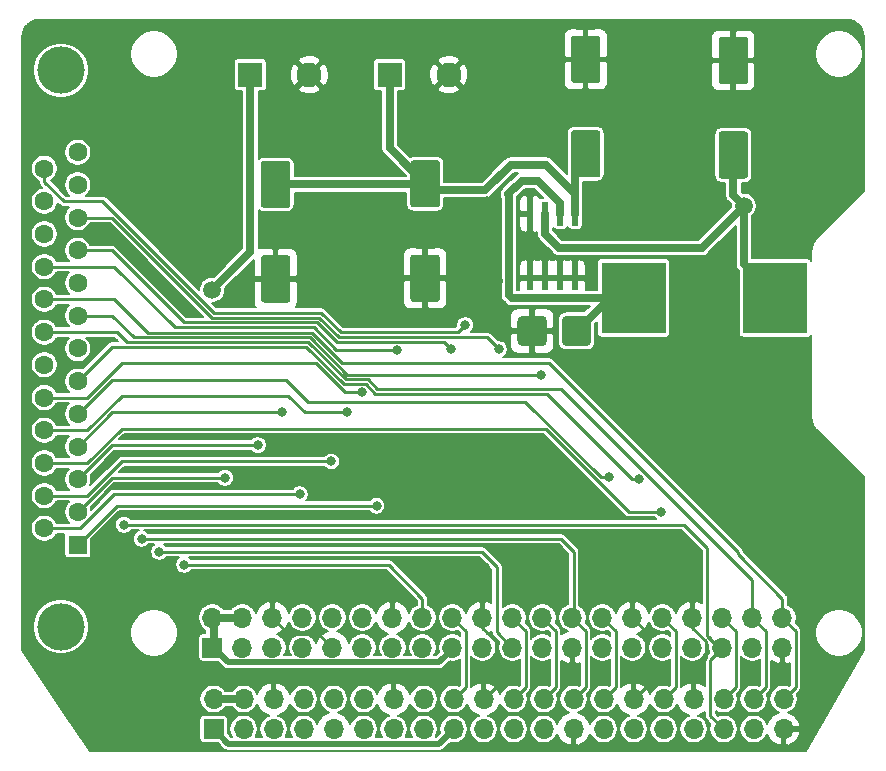
<source format=gbr>
G04 #@! TF.GenerationSoftware,KiCad,Pcbnew,5.1.8*
G04 #@! TF.CreationDate,2021-01-02T16:40:16+01:00*
G04 #@! TF.ProjectId,F008_gpio2parallel,46303038-5f67-4706-996f-32706172616c,rev?*
G04 #@! TF.SameCoordinates,PXa52d280PY2b953a0*
G04 #@! TF.FileFunction,Copper,L1,Top*
G04 #@! TF.FilePolarity,Positive*
%FSLAX46Y46*%
G04 Gerber Fmt 4.6, Leading zero omitted, Abs format (unit mm)*
G04 Created by KiCad (PCBNEW 5.1.8) date 2021-01-02 16:40:16*
%MOMM*%
%LPD*%
G01*
G04 APERTURE LIST*
G04 #@! TA.AperFunction,SMDPad,CuDef*
%ADD10R,5.500000X6.000000*%
G04 #@! TD*
G04 #@! TA.AperFunction,SMDPad,CuDef*
%ADD11R,0.600000X2.000000*%
G04 #@! TD*
G04 #@! TA.AperFunction,ComponentPad*
%ADD12O,1.700000X1.700000*%
G04 #@! TD*
G04 #@! TA.AperFunction,ComponentPad*
%ADD13R,1.700000X1.700000*%
G04 #@! TD*
G04 #@! TA.AperFunction,ComponentPad*
%ADD14C,4.000000*%
G04 #@! TD*
G04 #@! TA.AperFunction,ComponentPad*
%ADD15C,1.600000*%
G04 #@! TD*
G04 #@! TA.AperFunction,ComponentPad*
%ADD16R,1.600000X1.600000*%
G04 #@! TD*
G04 #@! TA.AperFunction,ComponentPad*
%ADD17C,2.100000*%
G04 #@! TD*
G04 #@! TA.AperFunction,ComponentPad*
%ADD18R,2.100000X2.100000*%
G04 #@! TD*
G04 #@! TA.AperFunction,ViaPad*
%ADD19C,0.800000*%
G04 #@! TD*
G04 #@! TA.AperFunction,ViaPad*
%ADD20C,1.500000*%
G04 #@! TD*
G04 #@! TA.AperFunction,Conductor*
%ADD21C,0.250000*%
G04 #@! TD*
G04 #@! TA.AperFunction,Conductor*
%ADD22C,0.700000*%
G04 #@! TD*
G04 #@! TA.AperFunction,Conductor*
%ADD23C,0.500000*%
G04 #@! TD*
G04 #@! TA.AperFunction,Conductor*
%ADD24C,0.200000*%
G04 #@! TD*
G04 #@! TA.AperFunction,Conductor*
%ADD25C,0.100000*%
G04 #@! TD*
G04 APERTURE END LIST*
D10*
G04 #@! TO.P,L1,2*
G04 #@! TO.N,+5V*
X-5650000Y-23200000D03*
G04 #@! TO.P,L1,1*
G04 #@! TO.N,Net-(D1-Pad1)*
X-17650000Y-23200000D03*
G04 #@! TD*
G04 #@! TO.P,D1,2*
G04 #@! TO.N,GND*
G04 #@! TA.AperFunction,SMDPad,CuDef*
G36*
G01*
X-24975000Y-25147500D02*
X-24975000Y-26852500D01*
G75*
G02*
X-25422500Y-27300000I-447500J0D01*
G01*
X-27027500Y-27300000D01*
G75*
G02*
X-27475000Y-26852500I0J447500D01*
G01*
X-27475000Y-25147500D01*
G75*
G02*
X-27027500Y-24700000I447500J0D01*
G01*
X-25422500Y-24700000D01*
G75*
G02*
X-24975000Y-25147500I0J-447500D01*
G01*
G37*
G04 #@! TD.AperFunction*
G04 #@! TO.P,D1,1*
G04 #@! TO.N,Net-(D1-Pad1)*
G04 #@! TA.AperFunction,SMDPad,CuDef*
G36*
G01*
X-21225000Y-25147500D02*
X-21225000Y-26852500D01*
G75*
G02*
X-21672500Y-27300000I-447500J0D01*
G01*
X-23277500Y-27300000D01*
G75*
G02*
X-23725000Y-26852500I0J447500D01*
G01*
X-23725000Y-25147500D01*
G75*
G02*
X-23277500Y-24700000I447500J0D01*
G01*
X-21672500Y-24700000D01*
G75*
G02*
X-21225000Y-25147500I0J-447500D01*
G01*
G37*
G04 #@! TD.AperFunction*
G04 #@! TD*
G04 #@! TO.P,C4,2*
G04 #@! TO.N,GND*
G04 #@! TA.AperFunction,SMDPad,CuDef*
G36*
G01*
X-48950000Y-19590000D02*
X-46950000Y-19590000D01*
G75*
G02*
X-46700000Y-19840000I0J-250000D01*
G01*
X-46700000Y-23340000D01*
G75*
G02*
X-46950000Y-23590000I-250000J0D01*
G01*
X-48950000Y-23590000D01*
G75*
G02*
X-49200000Y-23340000I0J250000D01*
G01*
X-49200000Y-19840000D01*
G75*
G02*
X-48950000Y-19590000I250000J0D01*
G01*
G37*
G04 #@! TD.AperFunction*
G04 #@! TO.P,C4,1*
G04 #@! TO.N,Net-(C1-Pad1)*
G04 #@! TA.AperFunction,SMDPad,CuDef*
G36*
G01*
X-48950000Y-11590000D02*
X-46950000Y-11590000D01*
G75*
G02*
X-46700000Y-11840000I0J-250000D01*
G01*
X-46700000Y-15340000D01*
G75*
G02*
X-46950000Y-15590000I-250000J0D01*
G01*
X-48950000Y-15590000D01*
G75*
G02*
X-49200000Y-15340000I0J250000D01*
G01*
X-49200000Y-11840000D01*
G75*
G02*
X-48950000Y-11590000I250000J0D01*
G01*
G37*
G04 #@! TD.AperFunction*
G04 #@! TD*
G04 #@! TO.P,C1,2*
G04 #@! TO.N,GND*
G04 #@! TA.AperFunction,SMDPad,CuDef*
G36*
G01*
X-36290000Y-19540000D02*
X-34290000Y-19540000D01*
G75*
G02*
X-34040000Y-19790000I0J-250000D01*
G01*
X-34040000Y-23290000D01*
G75*
G02*
X-34290000Y-23540000I-250000J0D01*
G01*
X-36290000Y-23540000D01*
G75*
G02*
X-36540000Y-23290000I0J250000D01*
G01*
X-36540000Y-19790000D01*
G75*
G02*
X-36290000Y-19540000I250000J0D01*
G01*
G37*
G04 #@! TD.AperFunction*
G04 #@! TO.P,C1,1*
G04 #@! TO.N,Net-(C1-Pad1)*
G04 #@! TA.AperFunction,SMDPad,CuDef*
G36*
G01*
X-36290000Y-11540000D02*
X-34290000Y-11540000D01*
G75*
G02*
X-34040000Y-11790000I0J-250000D01*
G01*
X-34040000Y-15290000D01*
G75*
G02*
X-34290000Y-15540000I-250000J0D01*
G01*
X-36290000Y-15540000D01*
G75*
G02*
X-36540000Y-15290000I0J250000D01*
G01*
X-36540000Y-11790000D01*
G75*
G02*
X-36290000Y-11540000I250000J0D01*
G01*
G37*
G04 #@! TD.AperFunction*
G04 #@! TD*
D11*
G04 #@! TO.P,PS1,8*
G04 #@! TO.N,GND*
X-22605000Y-21525000D03*
G04 #@! TO.P,PS1,7*
X-23875000Y-21525000D03*
G04 #@! TO.P,PS1,6*
X-25145000Y-21525000D03*
G04 #@! TO.P,PS1,5*
X-26415000Y-21525000D03*
G04 #@! TO.P,PS1,4*
X-26415000Y-16075000D03*
G04 #@! TO.P,PS1,3*
G04 #@! TO.N,+5V*
X-25145000Y-16075000D03*
G04 #@! TO.P,PS1,2*
G04 #@! TO.N,Net-(D1-Pad1)*
X-23875000Y-16075000D03*
G04 #@! TO.P,PS1,1*
G04 #@! TO.N,Net-(C1-Pad1)*
X-22605000Y-16075000D03*
G04 #@! TD*
G04 #@! TO.P,C3,2*
G04 #@! TO.N,GND*
G04 #@! TA.AperFunction,SMDPad,CuDef*
G36*
G01*
X-20700000Y-5000000D02*
X-22700000Y-5000000D01*
G75*
G02*
X-22950000Y-4750000I0J250000D01*
G01*
X-22950000Y-1250000D01*
G75*
G02*
X-22700000Y-1000000I250000J0D01*
G01*
X-20700000Y-1000000D01*
G75*
G02*
X-20450000Y-1250000I0J-250000D01*
G01*
X-20450000Y-4750000D01*
G75*
G02*
X-20700000Y-5000000I-250000J0D01*
G01*
G37*
G04 #@! TD.AperFunction*
G04 #@! TO.P,C3,1*
G04 #@! TO.N,Net-(C1-Pad1)*
G04 #@! TA.AperFunction,SMDPad,CuDef*
G36*
G01*
X-20700000Y-13000000D02*
X-22700000Y-13000000D01*
G75*
G02*
X-22950000Y-12750000I0J250000D01*
G01*
X-22950000Y-9250000D01*
G75*
G02*
X-22700000Y-9000000I250000J0D01*
G01*
X-20700000Y-9000000D01*
G75*
G02*
X-20450000Y-9250000I0J-250000D01*
G01*
X-20450000Y-12750000D01*
G75*
G02*
X-20700000Y-13000000I-250000J0D01*
G01*
G37*
G04 #@! TD.AperFunction*
G04 #@! TD*
G04 #@! TO.P,C2,2*
G04 #@! TO.N,GND*
G04 #@! TA.AperFunction,SMDPad,CuDef*
G36*
G01*
X-8200000Y-5100000D02*
X-10200000Y-5100000D01*
G75*
G02*
X-10450000Y-4850000I0J250000D01*
G01*
X-10450000Y-1350000D01*
G75*
G02*
X-10200000Y-1100000I250000J0D01*
G01*
X-8200000Y-1100000D01*
G75*
G02*
X-7950000Y-1350000I0J-250000D01*
G01*
X-7950000Y-4850000D01*
G75*
G02*
X-8200000Y-5100000I-250000J0D01*
G01*
G37*
G04 #@! TD.AperFunction*
G04 #@! TO.P,C2,1*
G04 #@! TO.N,+5V*
G04 #@! TA.AperFunction,SMDPad,CuDef*
G36*
G01*
X-8200000Y-13100000D02*
X-10200000Y-13100000D01*
G75*
G02*
X-10450000Y-12850000I0J250000D01*
G01*
X-10450000Y-9350000D01*
G75*
G02*
X-10200000Y-9100000I250000J0D01*
G01*
X-8200000Y-9100000D01*
G75*
G02*
X-7950000Y-9350000I0J-250000D01*
G01*
X-7950000Y-12850000D01*
G75*
G02*
X-8200000Y-13100000I-250000J0D01*
G01*
G37*
G04 #@! TD.AperFunction*
G04 #@! TD*
D12*
G04 #@! TO.P,J2,40*
G04 #@! TO.N,rpi5_40*
X-5040000Y-50260000D03*
G04 #@! TO.P,J2,39*
G04 #@! TO.N,GND*
X-5040000Y-52800000D03*
G04 #@! TO.P,J2,38*
G04 #@! TO.N,rpi5_38*
X-7580000Y-50260000D03*
G04 #@! TO.P,J2,37*
G04 #@! TO.N,rpi5_37*
X-7580000Y-52800000D03*
G04 #@! TO.P,J2,36*
G04 #@! TO.N,rpi5_36*
X-10120000Y-50260000D03*
G04 #@! TO.P,J2,35*
G04 #@! TO.N,rpi5_35*
X-10120000Y-52800000D03*
G04 #@! TO.P,J2,34*
G04 #@! TO.N,GND*
X-12660000Y-50260000D03*
G04 #@! TO.P,J2,33*
G04 #@! TO.N,rpi5_33*
X-12660000Y-52800000D03*
G04 #@! TO.P,J2,32*
G04 #@! TO.N,rpi5_32*
X-15200000Y-50260000D03*
G04 #@! TO.P,J2,31*
G04 #@! TO.N,rpi5_31*
X-15200000Y-52800000D03*
G04 #@! TO.P,J2,30*
G04 #@! TO.N,GND*
X-17740000Y-50260000D03*
G04 #@! TO.P,J2,29*
G04 #@! TO.N,rpi5_29*
X-17740000Y-52800000D03*
G04 #@! TO.P,J2,28*
G04 #@! TO.N,rpi5_28*
X-20280000Y-50260000D03*
G04 #@! TO.P,J2,27*
G04 #@! TO.N,rpi5_27*
X-20280000Y-52800000D03*
G04 #@! TO.P,J2,26*
G04 #@! TO.N,rpi5_26*
X-22820000Y-50260000D03*
G04 #@! TO.P,J2,25*
G04 #@! TO.N,GND*
X-22820000Y-52800000D03*
G04 #@! TO.P,J2,24*
G04 #@! TO.N,rpi5_24*
X-25360000Y-50260000D03*
G04 #@! TO.P,J2,23*
G04 #@! TO.N,rpi5_23*
X-25360000Y-52800000D03*
G04 #@! TO.P,J2,22*
G04 #@! TO.N,rpi5_22*
X-27900000Y-50260000D03*
G04 #@! TO.P,J2,21*
G04 #@! TO.N,rpi5_21*
X-27900000Y-52800000D03*
G04 #@! TO.P,J2,20*
G04 #@! TO.N,GND*
X-30440000Y-50260000D03*
G04 #@! TO.P,J2,19*
G04 #@! TO.N,rpi5_19*
X-30440000Y-52800000D03*
G04 #@! TO.P,J2,18*
G04 #@! TO.N,rpi5_18*
X-32980000Y-50260000D03*
G04 #@! TO.P,J2,17*
G04 #@! TO.N,+5V*
X-32980000Y-52800000D03*
G04 #@! TO.P,J2,16*
G04 #@! TO.N,rpi5_16*
X-35520000Y-50260000D03*
G04 #@! TO.P,J2,15*
G04 #@! TO.N,rpi5_15*
X-35520000Y-52800000D03*
G04 #@! TO.P,J2,14*
G04 #@! TO.N,GND*
X-38060000Y-50260000D03*
G04 #@! TO.P,J2,13*
G04 #@! TO.N,rpi5_13*
X-38060000Y-52800000D03*
G04 #@! TO.P,J2,12*
G04 #@! TO.N,rpi5_12*
X-40600000Y-50260000D03*
G04 #@! TO.P,J2,11*
G04 #@! TO.N,rpi5_11*
X-40600000Y-52800000D03*
G04 #@! TO.P,J2,10*
G04 #@! TO.N,rpi5_10*
X-43140000Y-50260000D03*
G04 #@! TO.P,J2,9*
G04 #@! TO.N,GND*
X-43140000Y-52800000D03*
G04 #@! TO.P,J2,8*
G04 #@! TO.N,rpi5_8*
X-45680000Y-50260000D03*
G04 #@! TO.P,J2,7*
G04 #@! TO.N,rpi5_7*
X-45680000Y-52800000D03*
G04 #@! TO.P,J2,6*
G04 #@! TO.N,GND*
X-48220000Y-50260000D03*
G04 #@! TO.P,J2,5*
G04 #@! TO.N,rpi5_5*
X-48220000Y-52800000D03*
G04 #@! TO.P,J2,4*
G04 #@! TO.N,+5V*
X-50760000Y-50260000D03*
G04 #@! TO.P,J2,3*
G04 #@! TO.N,rpi5_3*
X-50760000Y-52800000D03*
G04 #@! TO.P,J2,2*
G04 #@! TO.N,+5V*
X-53300000Y-50260000D03*
D13*
G04 #@! TO.P,J2,1*
X-53300000Y-52800000D03*
G04 #@! TD*
D12*
G04 #@! TO.P,J3,40*
G04 #@! TO.N,rpi5_40*
X-4940000Y-57160000D03*
G04 #@! TO.P,J3,39*
G04 #@! TO.N,GND*
X-4940000Y-59700000D03*
G04 #@! TO.P,J3,38*
G04 #@! TO.N,rpi5_38*
X-7480000Y-57160000D03*
G04 #@! TO.P,J3,37*
G04 #@! TO.N,rpi5_37*
X-7480000Y-59700000D03*
G04 #@! TO.P,J3,36*
G04 #@! TO.N,rpi5_36*
X-10020000Y-57160000D03*
G04 #@! TO.P,J3,35*
G04 #@! TO.N,rpi5_35*
X-10020000Y-59700000D03*
G04 #@! TO.P,J3,34*
G04 #@! TO.N,GND*
X-12560000Y-57160000D03*
G04 #@! TO.P,J3,33*
G04 #@! TO.N,rpi5_33*
X-12560000Y-59700000D03*
G04 #@! TO.P,J3,32*
G04 #@! TO.N,rpi5_32*
X-15100000Y-57160000D03*
G04 #@! TO.P,J3,31*
G04 #@! TO.N,rpi5_31*
X-15100000Y-59700000D03*
G04 #@! TO.P,J3,30*
G04 #@! TO.N,GND*
X-17640000Y-57160000D03*
G04 #@! TO.P,J3,29*
G04 #@! TO.N,rpi5_29*
X-17640000Y-59700000D03*
G04 #@! TO.P,J3,28*
G04 #@! TO.N,rpi5_28*
X-20180000Y-57160000D03*
G04 #@! TO.P,J3,27*
G04 #@! TO.N,rpi5_27*
X-20180000Y-59700000D03*
G04 #@! TO.P,J3,26*
G04 #@! TO.N,rpi5_26*
X-22720000Y-57160000D03*
G04 #@! TO.P,J3,25*
G04 #@! TO.N,GND*
X-22720000Y-59700000D03*
G04 #@! TO.P,J3,24*
G04 #@! TO.N,rpi5_24*
X-25260000Y-57160000D03*
G04 #@! TO.P,J3,23*
G04 #@! TO.N,rpi5_23*
X-25260000Y-59700000D03*
G04 #@! TO.P,J3,22*
G04 #@! TO.N,rpi5_22*
X-27800000Y-57160000D03*
G04 #@! TO.P,J3,21*
G04 #@! TO.N,rpi5_21*
X-27800000Y-59700000D03*
G04 #@! TO.P,J3,20*
G04 #@! TO.N,GND*
X-30340000Y-57160000D03*
G04 #@! TO.P,J3,19*
G04 #@! TO.N,rpi5_19*
X-30340000Y-59700000D03*
G04 #@! TO.P,J3,18*
G04 #@! TO.N,rpi5_18*
X-32880000Y-57160000D03*
G04 #@! TO.P,J3,17*
G04 #@! TO.N,+5V*
X-32880000Y-59700000D03*
G04 #@! TO.P,J3,16*
G04 #@! TO.N,rpi5_16*
X-35420000Y-57160000D03*
G04 #@! TO.P,J3,15*
G04 #@! TO.N,rpi5_15*
X-35420000Y-59700000D03*
G04 #@! TO.P,J3,14*
G04 #@! TO.N,GND*
X-37960000Y-57160000D03*
G04 #@! TO.P,J3,13*
G04 #@! TO.N,rpi5_13*
X-37960000Y-59700000D03*
G04 #@! TO.P,J3,12*
G04 #@! TO.N,rpi5_12*
X-40500000Y-57160000D03*
G04 #@! TO.P,J3,11*
G04 #@! TO.N,rpi5_11*
X-40500000Y-59700000D03*
G04 #@! TO.P,J3,10*
G04 #@! TO.N,rpi5_10*
X-43040000Y-57160000D03*
G04 #@! TO.P,J3,9*
G04 #@! TO.N,GND*
X-43040000Y-59700000D03*
G04 #@! TO.P,J3,8*
G04 #@! TO.N,rpi5_8*
X-45580000Y-57160000D03*
G04 #@! TO.P,J3,7*
G04 #@! TO.N,rpi5_7*
X-45580000Y-59700000D03*
G04 #@! TO.P,J3,6*
G04 #@! TO.N,GND*
X-48120000Y-57160000D03*
G04 #@! TO.P,J3,5*
G04 #@! TO.N,rpi5_5*
X-48120000Y-59700000D03*
G04 #@! TO.P,J3,4*
G04 #@! TO.N,+5V*
X-50660000Y-57160000D03*
G04 #@! TO.P,J3,3*
G04 #@! TO.N,rpi5_3*
X-50660000Y-59700000D03*
G04 #@! TO.P,J3,2*
G04 #@! TO.N,+5V*
X-53200000Y-57160000D03*
D13*
G04 #@! TO.P,J3,1*
X-53200000Y-59700000D03*
G04 #@! TD*
D14*
G04 #@! TO.P,J4,0*
G04 #@! TO.N,N/C*
X-66120000Y-51030000D03*
X-66120000Y-3930000D03*
D15*
G04 #@! TO.P,J4,25*
G04 #@! TO.N,rpi5_22*
X-67540000Y-12245000D03*
G04 #@! TO.P,J4,24*
G04 #@! TO.N,rpi5_18*
X-67540000Y-15015000D03*
G04 #@! TO.P,J4,23*
G04 #@! TO.N,rpi5_16*
X-67540000Y-17785000D03*
G04 #@! TO.P,J4,22*
G04 #@! TO.N,rpi5_15*
X-67540000Y-20555000D03*
G04 #@! TO.P,J4,21*
G04 #@! TO.N,rpi5_40*
X-67540000Y-23325000D03*
G04 #@! TO.P,J4,20*
G04 #@! TO.N,rpi5_38*
X-67540000Y-26095000D03*
G04 #@! TO.P,J4,19*
G04 #@! TO.N,rpi5_35*
X-67540000Y-28865000D03*
G04 #@! TO.P,J4,18*
G04 #@! TO.N,rpi5_12*
X-67540000Y-31635000D03*
G04 #@! TO.P,J4,17*
G04 #@! TO.N,rpi5_11*
X-67540000Y-34405000D03*
G04 #@! TO.P,J4,16*
G04 #@! TO.N,rpi5_36*
X-67540000Y-37175000D03*
G04 #@! TO.P,J4,15*
G04 #@! TO.N,rpi5_10*
X-67540000Y-39945000D03*
G04 #@! TO.P,J4,14*
G04 #@! TO.N,rpi5_8*
X-67540000Y-42715000D03*
G04 #@! TO.P,J4,13*
G04 #@! TO.N,rpi5_33*
X-64700000Y-10860000D03*
G04 #@! TO.P,J4,12*
G04 #@! TO.N,rpi5_32*
X-64700000Y-13630000D03*
G04 #@! TO.P,J4,11*
G04 #@! TO.N,rpi5_23*
X-64700000Y-16400000D03*
G04 #@! TO.P,J4,10*
G04 #@! TO.N,rpi5_19*
X-64700000Y-19170000D03*
G04 #@! TO.P,J4,9*
G04 #@! TO.N,rpi5_21*
X-64700000Y-21940000D03*
G04 #@! TO.P,J4,8*
G04 #@! TO.N,rpi5_24*
X-64700000Y-24710000D03*
G04 #@! TO.P,J4,7*
G04 #@! TO.N,rpi5_26*
X-64700000Y-27480000D03*
G04 #@! TO.P,J4,6*
G04 #@! TO.N,rpi5_31*
X-64700000Y-30250000D03*
G04 #@! TO.P,J4,5*
G04 #@! TO.N,rpi5_29*
X-64700000Y-33020000D03*
G04 #@! TO.P,J4,4*
G04 #@! TO.N,rpi5_7*
X-64700000Y-35790000D03*
G04 #@! TO.P,J4,3*
G04 #@! TO.N,rpi5_5*
X-64700000Y-38560000D03*
G04 #@! TO.P,J4,2*
G04 #@! TO.N,rpi5_3*
X-64700000Y-41330000D03*
D16*
G04 #@! TO.P,J4,1*
G04 #@! TO.N,rpi5_13*
X-64700000Y-44100000D03*
G04 #@! TD*
D17*
G04 #@! TO.P,J1,2*
G04 #@! TO.N,GND*
X-33300000Y-4300000D03*
D18*
G04 #@! TO.P,J1,1*
G04 #@! TO.N,Net-(C1-Pad1)*
X-38300000Y-4300000D03*
G04 #@! TD*
D17*
G04 #@! TO.P,J5,2*
G04 #@! TO.N,GND*
X-45100000Y-4300000D03*
D18*
G04 #@! TO.P,J5,1*
G04 #@! TO.N,+5V*
X-50100000Y-4300000D03*
G04 #@! TD*
D19*
G04 #@! TO.N,GND*
X-34700000Y-37500000D03*
X-23300000Y-37700000D03*
X-38600000Y-37600000D03*
X-23900000Y-46000000D03*
X-30200000Y-46000000D03*
X-29800000Y-37400000D03*
X-59200000Y-16300000D03*
D20*
X-17700000Y-2900000D03*
X-26100000Y-2900000D03*
X-13500000Y-2900000D03*
X-5100000Y-3000000D03*
X-18200000Y-30650000D03*
X-29440000Y-21760000D03*
X-30090000Y-15330000D03*
X-43000000Y-7300000D03*
X-30400000Y-6400000D03*
X-44880000Y-18090000D03*
X-37910000Y-18120000D03*
X-47850000Y-17830000D03*
X-34980000Y-18000000D03*
X-26490000Y-18730000D03*
G04 #@! TO.N,+5V*
X-53300000Y-22500000D03*
X-8300000Y-15400000D03*
D19*
G04 #@! TO.N,rpi5_36*
X-15300000Y-41300000D03*
G04 #@! TO.N,rpi5_35*
X-60800000Y-42400000D03*
G04 #@! TO.N,rpi5_31*
X-17200000Y-38500000D03*
G04 #@! TO.N,rpi5_29*
X-19700000Y-38400000D03*
G04 #@! TO.N,rpi5_26*
X-59300000Y-43600000D03*
G04 #@! TO.N,rpi5_24*
X-25500000Y-29700000D03*
G04 #@! TO.N,rpi5_23*
X-29050000Y-27550000D03*
G04 #@! TO.N,rpi5_22*
X-31900000Y-25500000D03*
G04 #@! TO.N,rpi5_21*
X-57800000Y-44700000D03*
G04 #@! TO.N,rpi5_19*
X-33100000Y-27500000D03*
G04 #@! TO.N,rpi5_16*
X-55700000Y-45800000D03*
G04 #@! TO.N,rpi5_15*
X-37700000Y-27600000D03*
G04 #@! TO.N,rpi5_12*
X-40600000Y-31200000D03*
G04 #@! TO.N,rpi5_11*
X-41900000Y-32900000D03*
G04 #@! TO.N,rpi5_10*
X-43245000Y-37045000D03*
G04 #@! TO.N,rpi5_8*
X-45915000Y-39815000D03*
G04 #@! TO.N,rpi5_7*
X-47410000Y-32890000D03*
G04 #@! TO.N,rpi5_5*
X-49460000Y-35660000D03*
G04 #@! TO.N,rpi5_3*
X-52230000Y-38430000D03*
G04 #@! TO.N,rpi5_13*
X-39400000Y-40800000D03*
G04 #@! TD*
D21*
G04 #@! TO.N,GND*
X-46805001Y-51674999D02*
X-48220000Y-50260000D01*
X-44265001Y-51674999D02*
X-46805001Y-51674999D01*
X-43140000Y-52800000D02*
X-44265001Y-51674999D01*
X-16614999Y-56134999D02*
X-17640000Y-57160000D01*
X-16614999Y-51385001D02*
X-16614999Y-56134999D01*
X-17740000Y-50260000D02*
X-16614999Y-51385001D01*
X-12560000Y-54674301D02*
X-12560000Y-57160000D01*
X-11534999Y-53649300D02*
X-12560000Y-54674301D01*
X-11534999Y-52259999D02*
X-11534999Y-53649300D01*
X-12660000Y-51134998D02*
X-11534999Y-52259999D01*
X-12660000Y-50260000D02*
X-12660000Y-51134998D01*
X-29314999Y-56134999D02*
X-30340000Y-57160000D01*
X-29314999Y-52259999D02*
X-29314999Y-56134999D01*
X-30440000Y-51134998D02*
X-29314999Y-52259999D01*
X-30440000Y-50260000D02*
X-30440000Y-51134998D01*
D22*
G04 #@! TO.N,Net-(D1-Pad1)*
X-19675000Y-23200000D02*
X-22475000Y-26000000D01*
X-17850000Y-23200000D02*
X-19675000Y-23200000D01*
X-23875000Y-15144998D02*
X-25759998Y-13260000D01*
X-23875000Y-16075000D02*
X-23875000Y-15144998D01*
X-25759998Y-13260000D02*
X-27110000Y-13260000D01*
X-27110000Y-13260000D02*
X-28280000Y-14430000D01*
X-28189999Y-14520001D02*
X-28189999Y-22949999D01*
X-28280000Y-14430000D02*
X-28189999Y-14520001D01*
X-27939998Y-23200000D02*
X-17850000Y-23200000D01*
X-28189999Y-22949999D02*
X-27939998Y-23200000D01*
G04 #@! TO.N,+5V*
X-53200000Y-50260000D02*
X-50660000Y-50260000D01*
X-53200000Y-50260000D02*
X-53200000Y-52800000D01*
D23*
X-34130001Y-54050001D02*
X-32880000Y-52800000D01*
X-51949999Y-54050001D02*
X-34130001Y-54050001D01*
X-53200000Y-52800000D02*
X-51949999Y-54050001D01*
D22*
X-53200000Y-57160000D02*
X-50660000Y-57160000D01*
D23*
X-34130001Y-60950001D02*
X-32880000Y-59700000D01*
X-51949999Y-60950001D02*
X-34130001Y-60950001D01*
X-53200000Y-59700000D02*
X-51949999Y-60950001D01*
D22*
X-9200000Y-14500000D02*
X-8300000Y-15400000D01*
X-9200000Y-11100000D02*
X-9200000Y-14500000D01*
X-50100000Y-4300000D02*
X-50100000Y-5100000D01*
X-8300000Y-20350000D02*
X-5450000Y-23200000D01*
X-8300000Y-15400000D02*
X-8300000Y-20350000D01*
X-50100000Y-19300000D02*
X-53300000Y-22500000D01*
X-50100000Y-4300000D02*
X-50100000Y-19300000D01*
X-25145000Y-17775000D02*
X-23960000Y-18960000D01*
X-25145000Y-16075000D02*
X-25145000Y-17775000D01*
X-11860000Y-18960000D02*
X-8300000Y-15400000D01*
X-23960000Y-18960000D02*
X-11860000Y-18960000D01*
D21*
G04 #@! TO.N,rpi5_40*
X-3914999Y-56134999D02*
X-4940000Y-57160000D01*
X-3914999Y-51385001D02*
X-3914999Y-56134999D01*
X-5040000Y-50260000D02*
X-3914999Y-51385001D01*
X-5040000Y-48660000D02*
X-5040000Y-50260000D01*
X-8800000Y-44900000D02*
X-5040000Y-48660000D01*
X-24797096Y-28702904D02*
X-8800000Y-44700000D01*
X-8800000Y-44700000D02*
X-8800000Y-44900000D01*
X-42300000Y-28702904D02*
X-24797096Y-28702904D01*
X-44852933Y-26149970D02*
X-42300000Y-28702904D01*
X-58769028Y-26149970D02*
X-44852933Y-26149970D01*
X-61593998Y-23325000D02*
X-58769028Y-26149970D01*
X-67540000Y-23325000D02*
X-61593998Y-23325000D01*
G04 #@! TO.N,rpi5_38*
X-6454999Y-56134999D02*
X-7480000Y-57160000D01*
X-6454999Y-51385001D02*
X-6454999Y-56134999D01*
X-7580000Y-50260000D02*
X-6454999Y-51385001D01*
X-7580000Y-47120998D02*
X-7580000Y-50260000D01*
X-23800998Y-30900000D02*
X-7580000Y-47120998D01*
X-39335299Y-30900000D02*
X-23800998Y-30900000D01*
X-42034311Y-30099990D02*
X-40135309Y-30099990D01*
X-45184311Y-26949990D02*
X-42034311Y-30099990D01*
X-60550010Y-26949990D02*
X-45184311Y-26949990D01*
X-61405000Y-26095000D02*
X-60550010Y-26949990D01*
X-40135309Y-30099990D02*
X-39335299Y-30900000D01*
X-67540000Y-26095000D02*
X-61405000Y-26095000D01*
G04 #@! TO.N,rpi5_36*
X-25090698Y-34275000D02*
X-18065698Y-41300000D01*
X-18065698Y-41300000D02*
X-15300000Y-41300000D01*
X-8994999Y-56134999D02*
X-10020000Y-57160000D01*
X-8994999Y-51385001D02*
X-8994999Y-56134999D01*
X-10120000Y-50260000D02*
X-8994999Y-51385001D01*
X-60980698Y-34275000D02*
X-25090698Y-34275000D01*
X-63880698Y-37175000D02*
X-60980698Y-34275000D01*
X-67540000Y-37175000D02*
X-63880698Y-37175000D01*
G04 #@! TO.N,rpi5_35*
X-11145001Y-58574999D02*
X-10020000Y-59700000D01*
X-11145001Y-53825001D02*
X-11145001Y-58574999D01*
X-10120000Y-52800000D02*
X-11145001Y-53825001D01*
X-10429299Y-52800000D02*
X-10120000Y-52800000D01*
X-11300000Y-51929299D02*
X-10429299Y-52800000D01*
X-11400000Y-51829300D02*
X-10429300Y-52800000D01*
X-10429300Y-52800000D02*
X-10120000Y-52800000D01*
X-11400000Y-44400000D02*
X-11400000Y-51829300D01*
X-13400000Y-42400000D02*
X-11400000Y-44400000D01*
X-60800000Y-42400000D02*
X-13400000Y-42400000D01*
G04 #@! TO.N,rpi5_32*
X-14074999Y-56134999D02*
X-15100000Y-57160000D01*
X-14074999Y-51385001D02*
X-14074999Y-56134999D01*
X-15200000Y-50260000D02*
X-14074999Y-51385001D01*
G04 #@! TO.N,rpi5_31*
X-45350000Y-27350000D02*
X-42200000Y-30500000D01*
X-40300998Y-30500000D02*
X-39500998Y-31300000D01*
X-42200000Y-30500000D02*
X-40300998Y-30500000D01*
X-39500998Y-31300000D02*
X-25000000Y-31300000D01*
X-25000000Y-31300000D02*
X-17800000Y-38500000D01*
X-17800000Y-38500000D02*
X-17200000Y-38500000D01*
X-61800000Y-27350000D02*
X-45350000Y-27350000D01*
X-64700000Y-30250000D02*
X-61800000Y-27350000D01*
G04 #@! TO.N,rpi5_29*
X-47080000Y-30120000D02*
X-45200000Y-32000000D01*
X-45200000Y-32000000D02*
X-26800000Y-32000000D01*
X-26800000Y-32000000D02*
X-20400000Y-38400000D01*
X-20400000Y-38400000D02*
X-19700000Y-38400000D01*
X-64700000Y-33020000D02*
X-61800000Y-30120000D01*
X-61800000Y-30120000D02*
X-47080000Y-30120000D01*
G04 #@! TO.N,rpi5_28*
X-19154999Y-56134999D02*
X-20180000Y-57160000D01*
X-19154999Y-51385001D02*
X-19154999Y-56134999D01*
X-20280000Y-50260000D02*
X-19154999Y-51385001D01*
G04 #@! TO.N,rpi5_26*
X-22600000Y-50140000D02*
X-22720000Y-50260000D01*
X-21694999Y-56134999D02*
X-22720000Y-57160000D01*
X-21694999Y-51385001D02*
X-21694999Y-56134999D01*
X-22820000Y-50260000D02*
X-21694999Y-51385001D01*
X-22700000Y-50140000D02*
X-22820000Y-50260000D01*
X-22700000Y-44700000D02*
X-22700000Y-50140000D01*
X-23800000Y-43600000D02*
X-22700000Y-44700000D01*
X-59300000Y-43600000D02*
X-23800000Y-43600000D01*
G04 #@! TO.N,rpi5_24*
X-59960020Y-26549980D02*
X-45018622Y-26549980D01*
X-45018622Y-26549980D02*
X-41868622Y-29699980D01*
X-41868622Y-29699980D02*
X-39500020Y-29699980D01*
X-39500020Y-29699980D02*
X-39500000Y-29700000D01*
X-39500000Y-29700000D02*
X-25500000Y-29700000D01*
X-25500000Y-29700000D02*
X-25400000Y-29700000D01*
X-24234999Y-56134999D02*
X-25260000Y-57160000D01*
X-24234999Y-51385001D02*
X-24234999Y-56134999D01*
X-25360000Y-50260000D02*
X-24234999Y-51385001D01*
X-61800000Y-24710000D02*
X-59960020Y-26549980D01*
X-64700000Y-24710000D02*
X-61800000Y-24710000D01*
G04 #@! TO.N,rpi5_23*
X-44264311Y-24869990D02*
X-42609312Y-26524989D01*
X-53330010Y-24869990D02*
X-44264311Y-24869990D01*
X-42609312Y-26524989D02*
X-30075011Y-26524989D01*
X-29050000Y-27550000D02*
X-29000000Y-27600000D01*
X-30075011Y-26524989D02*
X-29050000Y-27550000D01*
X-61800000Y-16400000D02*
X-53330010Y-24869990D01*
X-64700000Y-16400000D02*
X-61800000Y-16400000D01*
G04 #@! TO.N,rpi5_22*
X-32524979Y-26124979D02*
X-31900000Y-25500000D01*
X-42443624Y-26124979D02*
X-32524979Y-26124979D01*
X-44098622Y-24469980D02*
X-42443624Y-26124979D01*
X-53164322Y-24469980D02*
X-44098622Y-24469980D01*
X-26774999Y-56134999D02*
X-27800000Y-57160000D01*
X-26774999Y-51385001D02*
X-26774999Y-56134999D01*
X-27900000Y-50260000D02*
X-26774999Y-51385001D01*
X-67540000Y-12245000D02*
X-67540000Y-13376370D01*
X-65899219Y-15017151D02*
X-62617151Y-15017151D01*
X-62617151Y-15017151D02*
X-53164322Y-24469980D01*
X-67540000Y-13376370D02*
X-65899219Y-15017151D01*
G04 #@! TO.N,rpi5_21*
X-27900000Y-52800000D02*
X-29100000Y-51600000D01*
X-29200000Y-46000998D02*
X-29200000Y-51500000D01*
X-30500998Y-44700000D02*
X-29200000Y-46000998D01*
X-29200000Y-51500000D02*
X-27900000Y-52800000D01*
X-57800000Y-44700000D02*
X-30500998Y-44700000D01*
G04 #@! TO.N,rpi5_19*
X-55700000Y-25270000D02*
X-44430000Y-25270000D01*
X-42775001Y-26924999D02*
X-33675001Y-26924999D01*
X-44430000Y-25270000D02*
X-42775001Y-26924999D01*
X-33675001Y-26924999D02*
X-33100000Y-27500000D01*
X-64700000Y-19170000D02*
X-61800000Y-19170000D01*
X-61800000Y-19170000D02*
X-55700000Y-25270000D01*
G04 #@! TO.N,rpi5_18*
X-31854999Y-56134999D02*
X-32880000Y-57160000D01*
X-31854999Y-51385001D02*
X-31854999Y-56134999D01*
X-32980000Y-50260000D02*
X-31854999Y-51385001D01*
G04 #@! TO.N,rpi5_16*
X-38380000Y-45800000D02*
X-35520000Y-48660000D01*
X-55700000Y-45800000D02*
X-38380000Y-45800000D01*
X-35520000Y-48660000D02*
X-35520000Y-50260000D01*
G04 #@! TO.N,rpi5_15*
X-56448998Y-25700000D02*
X-44700000Y-25700000D01*
X-44700000Y-25700000D02*
X-42800000Y-27600000D01*
X-42800000Y-27600000D02*
X-37700000Y-27600000D01*
X-67540000Y-20555000D02*
X-61593998Y-20555000D01*
X-61593998Y-20555000D02*
X-56448998Y-25700000D01*
G04 #@! TO.N,rpi5_12*
X-44565000Y-28735000D02*
X-42100000Y-31200000D01*
X-42100000Y-31200000D02*
X-40600000Y-31200000D01*
X-67540000Y-31635000D02*
X-63880698Y-31635000D01*
X-63880698Y-31635000D02*
X-60980698Y-28735000D01*
X-60980698Y-28735000D02*
X-44565000Y-28735000D01*
G04 #@! TO.N,rpi5_11*
X-46895000Y-31505000D02*
X-45500000Y-32900000D01*
X-45500000Y-32900000D02*
X-41900000Y-32900000D01*
X-60980698Y-31505000D02*
X-46895000Y-31505000D01*
X-67540000Y-34405000D02*
X-63880698Y-34405000D01*
X-63880698Y-34405000D02*
X-60980698Y-31505000D01*
G04 #@! TO.N,rpi5_10*
X-67540000Y-39945000D02*
X-63880698Y-39945000D01*
X-60980698Y-37045000D02*
X-43245000Y-37045000D01*
X-63880698Y-39945000D02*
X-60980698Y-37045000D01*
G04 #@! TO.N,rpi5_8*
X-45915000Y-39815000D02*
X-45785000Y-39815000D01*
X-61593998Y-39815000D02*
X-45915000Y-39815000D01*
X-64493998Y-42715000D02*
X-61593998Y-39815000D01*
X-67540000Y-42715000D02*
X-64493998Y-42715000D01*
G04 #@! TO.N,rpi5_7*
X-64700000Y-35790000D02*
X-61800000Y-32890000D01*
X-61800000Y-32890000D02*
X-47410000Y-32890000D01*
G04 #@! TO.N,rpi5_5*
X-61800000Y-35660000D02*
X-49460000Y-35660000D01*
X-64700000Y-38560000D02*
X-61800000Y-35660000D01*
G04 #@! TO.N,rpi5_3*
X-61800000Y-38430000D02*
X-52230000Y-38430000D01*
X-64700000Y-41330000D02*
X-61800000Y-38430000D01*
G04 #@! TO.N,rpi5_13*
X-64700000Y-44100000D02*
X-61400000Y-40800000D01*
X-61400000Y-40800000D02*
X-39400000Y-40800000D01*
D22*
G04 #@! TO.N,Net-(C1-Pad1)*
X-22605000Y-11905000D02*
X-21700000Y-11000000D01*
X-22605000Y-16075000D02*
X-22605000Y-11905000D01*
X-22605000Y-14375000D02*
X-25060000Y-11920000D01*
X-22605000Y-16075000D02*
X-22605000Y-14375000D01*
X-28060000Y-11920000D02*
X-30219999Y-14079999D01*
X-25060000Y-11920000D02*
X-28060000Y-11920000D01*
X-34750001Y-14079999D02*
X-35290000Y-13540000D01*
X-30219999Y-14079999D02*
X-34750001Y-14079999D01*
X-35340000Y-13590000D02*
X-35290000Y-13540000D01*
X-47950000Y-13590000D02*
X-35340000Y-13590000D01*
X-38300000Y-10530000D02*
X-35290000Y-13540000D01*
X-38300000Y-4300000D02*
X-38300000Y-10530000D01*
G04 #@! TD*
D24*
G04 #@! TO.N,GND*
X721366Y320515D02*
X982403Y241704D01*
X1223154Y113694D01*
X1434461Y-58644D01*
X1608268Y-268739D01*
X1737955Y-508591D01*
X1818586Y-769069D01*
X1850001Y-1067956D01*
X1850000Y-14151471D01*
X-2145105Y-18146578D01*
X-2160103Y-18164853D01*
X-2162091Y-18166800D01*
X-2167431Y-18173255D01*
X-2290781Y-18324497D01*
X-2320868Y-18369782D01*
X-2351599Y-18414663D01*
X-2355583Y-18422032D01*
X-2447208Y-18594355D01*
X-2467911Y-18644584D01*
X-2489354Y-18694615D01*
X-2491831Y-18702618D01*
X-2548240Y-18889454D01*
X-2558795Y-18942765D01*
X-2570109Y-18995992D01*
X-2570984Y-19004323D01*
X-2590029Y-19198557D01*
X-2590029Y-19198565D01*
X-2592892Y-19227633D01*
X-2592892Y-20032085D01*
X-2607578Y-20004610D01*
X-2651315Y-19951315D01*
X-2704610Y-19907578D01*
X-2765413Y-19875078D01*
X-2831388Y-19855065D01*
X-2900000Y-19848307D01*
X-7600000Y-19848307D01*
X-7600000Y-16255233D01*
X-7598791Y-16254425D01*
X-7445575Y-16101209D01*
X-7325193Y-15921045D01*
X-7242273Y-15720858D01*
X-7200000Y-15508341D01*
X-7200000Y-15291659D01*
X-7242273Y-15079142D01*
X-7325193Y-14878955D01*
X-7445575Y-14698791D01*
X-7598791Y-14545575D01*
X-7778955Y-14425193D01*
X-7979142Y-14342273D01*
X-8191659Y-14300000D01*
X-8408341Y-14300000D01*
X-8409767Y-14300284D01*
X-8500000Y-14210051D01*
X-8500000Y-13451693D01*
X-8200000Y-13451693D01*
X-8082616Y-13440132D01*
X-7969742Y-13405892D01*
X-7865717Y-13350289D01*
X-7774539Y-13275461D01*
X-7699711Y-13184283D01*
X-7644108Y-13080258D01*
X-7609868Y-12967384D01*
X-7598307Y-12850000D01*
X-7598307Y-9350000D01*
X-7609868Y-9232616D01*
X-7644108Y-9119742D01*
X-7699711Y-9015717D01*
X-7774539Y-8924539D01*
X-7865717Y-8849711D01*
X-7969742Y-8794108D01*
X-8082616Y-8759868D01*
X-8200000Y-8748307D01*
X-10200000Y-8748307D01*
X-10317384Y-8759868D01*
X-10430258Y-8794108D01*
X-10534283Y-8849711D01*
X-10625461Y-8924539D01*
X-10700289Y-9015717D01*
X-10755892Y-9119742D01*
X-10790132Y-9232616D01*
X-10801693Y-9350000D01*
X-10801693Y-12850000D01*
X-10790132Y-12967384D01*
X-10755892Y-13080258D01*
X-10700289Y-13184283D01*
X-10625461Y-13275461D01*
X-10534283Y-13350289D01*
X-10430258Y-13405892D01*
X-10317384Y-13440132D01*
X-10200000Y-13451693D01*
X-9899999Y-13451693D01*
X-9899999Y-14465603D01*
X-9903387Y-14500000D01*
X-9895766Y-14577369D01*
X-9889871Y-14637224D01*
X-9878612Y-14674340D01*
X-9849845Y-14769174D01*
X-9784845Y-14890781D01*
X-9730344Y-14957190D01*
X-9697369Y-14997370D01*
X-9670658Y-15019291D01*
X-9399716Y-15290233D01*
X-9400000Y-15291659D01*
X-9400000Y-15508341D01*
X-9399716Y-15509767D01*
X-12149949Y-18260000D01*
X-23670050Y-18260000D01*
X-24445000Y-17485051D01*
X-24445000Y-17297712D01*
X-24423685Y-17323685D01*
X-24370390Y-17367422D01*
X-24309587Y-17399922D01*
X-24243612Y-17419935D01*
X-24175000Y-17426693D01*
X-23575000Y-17426693D01*
X-23506388Y-17419935D01*
X-23440413Y-17399922D01*
X-23379610Y-17367422D01*
X-23326315Y-17323685D01*
X-23282578Y-17270390D01*
X-23250078Y-17209587D01*
X-23240000Y-17176364D01*
X-23229922Y-17209587D01*
X-23197422Y-17270390D01*
X-23153685Y-17323685D01*
X-23100390Y-17367422D01*
X-23039587Y-17399922D01*
X-22973612Y-17419935D01*
X-22905000Y-17426693D01*
X-22305000Y-17426693D01*
X-22236388Y-17419935D01*
X-22170413Y-17399922D01*
X-22109610Y-17367422D01*
X-22056315Y-17323685D01*
X-22012578Y-17270390D01*
X-21980078Y-17209587D01*
X-21960065Y-17143612D01*
X-21953307Y-17075000D01*
X-21953307Y-16338083D01*
X-21915128Y-16212224D01*
X-21905000Y-16109390D01*
X-21905000Y-14409386D01*
X-21901613Y-14374999D01*
X-21905000Y-14340610D01*
X-21905000Y-13351693D01*
X-20700000Y-13351693D01*
X-20582616Y-13340132D01*
X-20469742Y-13305892D01*
X-20365717Y-13250289D01*
X-20274539Y-13175461D01*
X-20199711Y-13084283D01*
X-20144108Y-12980258D01*
X-20109868Y-12867384D01*
X-20098307Y-12750000D01*
X-20098307Y-9250000D01*
X-20109868Y-9132616D01*
X-20144108Y-9019742D01*
X-20199711Y-8915717D01*
X-20274539Y-8824539D01*
X-20365717Y-8749711D01*
X-20469742Y-8694108D01*
X-20582616Y-8659868D01*
X-20700000Y-8648307D01*
X-22700000Y-8648307D01*
X-22817384Y-8659868D01*
X-22930258Y-8694108D01*
X-23034283Y-8749711D01*
X-23125461Y-8824539D01*
X-23200289Y-8915717D01*
X-23255892Y-9019742D01*
X-23290132Y-9132616D01*
X-23301693Y-9250000D01*
X-23301693Y-11837038D01*
X-23308387Y-11905000D01*
X-23304999Y-11939397D01*
X-23304999Y-12685052D01*
X-24540704Y-11449347D01*
X-24562630Y-11422630D01*
X-24669219Y-11335155D01*
X-24790825Y-11270155D01*
X-24922776Y-11230128D01*
X-25025610Y-11220000D01*
X-25025613Y-11220000D01*
X-25060000Y-11216613D01*
X-25094387Y-11220000D01*
X-28025613Y-11220000D01*
X-28060000Y-11216613D01*
X-28094387Y-11220000D01*
X-28094390Y-11220000D01*
X-28197224Y-11230128D01*
X-28325944Y-11269175D01*
X-28329175Y-11270155D01*
X-28450782Y-11335155D01*
X-28486586Y-11364539D01*
X-28557370Y-11422630D01*
X-28579291Y-11449342D01*
X-30509948Y-13379999D01*
X-33688307Y-13379999D01*
X-33688307Y-11790000D01*
X-33699868Y-11672616D01*
X-33734108Y-11559742D01*
X-33789711Y-11455717D01*
X-33864539Y-11364539D01*
X-33955717Y-11289711D01*
X-34059742Y-11234108D01*
X-34172616Y-11199868D01*
X-34290000Y-11188307D01*
X-36290000Y-11188307D01*
X-36407384Y-11199868D01*
X-36520258Y-11234108D01*
X-36576096Y-11263954D01*
X-37600000Y-10240051D01*
X-37600000Y-5701693D01*
X-37250000Y-5701693D01*
X-37181388Y-5694935D01*
X-37115413Y-5674922D01*
X-37054610Y-5642422D01*
X-37001315Y-5598685D01*
X-36957578Y-5545390D01*
X-36925078Y-5484587D01*
X-36921842Y-5473917D01*
X-34256129Y-5473917D01*
X-34150482Y-5732588D01*
X-33854656Y-5870982D01*
X-33537515Y-5949003D01*
X-33211247Y-5963655D01*
X-32888389Y-5914374D01*
X-32581349Y-5803053D01*
X-32449518Y-5732588D01*
X-32343871Y-5473917D01*
X-33300000Y-4517789D01*
X-34256129Y-5473917D01*
X-36921842Y-5473917D01*
X-36905065Y-5418612D01*
X-36898307Y-5350000D01*
X-36898307Y-4388753D01*
X-34963655Y-4388753D01*
X-34914374Y-4711611D01*
X-34803053Y-5018651D01*
X-34732588Y-5150482D01*
X-34473917Y-5256129D01*
X-33517789Y-4300000D01*
X-33082211Y-4300000D01*
X-32126083Y-5256129D01*
X-31867412Y-5150482D01*
X-31797014Y-5000000D01*
X-23560942Y-5000000D01*
X-23549203Y-5119189D01*
X-23514437Y-5233797D01*
X-23457980Y-5339421D01*
X-23382001Y-5432001D01*
X-23289421Y-5507980D01*
X-23183797Y-5564437D01*
X-23069189Y-5599203D01*
X-22950000Y-5610942D01*
X-22006000Y-5608000D01*
X-21854000Y-5456000D01*
X-21854000Y-3154000D01*
X-21546000Y-3154000D01*
X-21546000Y-5456000D01*
X-21394000Y-5608000D01*
X-20450000Y-5610942D01*
X-20330811Y-5599203D01*
X-20216203Y-5564437D01*
X-20110579Y-5507980D01*
X-20017999Y-5432001D01*
X-19942020Y-5339421D01*
X-19885563Y-5233797D01*
X-19850797Y-5119189D01*
X-19848908Y-5100000D01*
X-11060942Y-5100000D01*
X-11049203Y-5219189D01*
X-11014437Y-5333797D01*
X-10957980Y-5439421D01*
X-10882001Y-5532001D01*
X-10789421Y-5607980D01*
X-10683797Y-5664437D01*
X-10569189Y-5699203D01*
X-10450000Y-5710942D01*
X-9506000Y-5708000D01*
X-9354000Y-5556000D01*
X-9354000Y-3254000D01*
X-9046000Y-3254000D01*
X-9046000Y-5556000D01*
X-8894000Y-5708000D01*
X-7950000Y-5710942D01*
X-7830811Y-5699203D01*
X-7716203Y-5664437D01*
X-7610579Y-5607980D01*
X-7517999Y-5532001D01*
X-7442020Y-5439421D01*
X-7385563Y-5333797D01*
X-7350797Y-5219189D01*
X-7339058Y-5100000D01*
X-7342000Y-3406000D01*
X-7494000Y-3254000D01*
X-9046000Y-3254000D01*
X-9354000Y-3254000D01*
X-10906000Y-3254000D01*
X-11058000Y-3406000D01*
X-11060942Y-5100000D01*
X-19848908Y-5100000D01*
X-19839058Y-5000000D01*
X-19842000Y-3306000D01*
X-19994000Y-3154000D01*
X-21546000Y-3154000D01*
X-21854000Y-3154000D01*
X-23406000Y-3154000D01*
X-23558000Y-3306000D01*
X-23560942Y-5000000D01*
X-31797014Y-5000000D01*
X-31729018Y-4854656D01*
X-31650997Y-4537515D01*
X-31636345Y-4211247D01*
X-31685626Y-3888389D01*
X-31796947Y-3581349D01*
X-31867412Y-3449518D01*
X-32126083Y-3343871D01*
X-33082211Y-4300000D01*
X-33517789Y-4300000D01*
X-34473917Y-3343871D01*
X-34732588Y-3449518D01*
X-34870982Y-3745344D01*
X-34949003Y-4062485D01*
X-34963655Y-4388753D01*
X-36898307Y-4388753D01*
X-36898307Y-3250000D01*
X-36905065Y-3181388D01*
X-36921841Y-3126083D01*
X-34256129Y-3126083D01*
X-33300000Y-4082211D01*
X-32343871Y-3126083D01*
X-32449518Y-2867412D01*
X-32745344Y-2729018D01*
X-33062485Y-2650997D01*
X-33388753Y-2636345D01*
X-33711611Y-2685626D01*
X-34018651Y-2796947D01*
X-34150482Y-2867412D01*
X-34256129Y-3126083D01*
X-36921841Y-3126083D01*
X-36925078Y-3115413D01*
X-36957578Y-3054610D01*
X-37001315Y-3001315D01*
X-37054610Y-2957578D01*
X-37115413Y-2925078D01*
X-37181388Y-2905065D01*
X-37250000Y-2898307D01*
X-39350000Y-2898307D01*
X-39418612Y-2905065D01*
X-39484587Y-2925078D01*
X-39545390Y-2957578D01*
X-39598685Y-3001315D01*
X-39642422Y-3054610D01*
X-39674922Y-3115413D01*
X-39694935Y-3181388D01*
X-39701693Y-3250000D01*
X-39701693Y-5350000D01*
X-39694935Y-5418612D01*
X-39674922Y-5484587D01*
X-39642422Y-5545390D01*
X-39598685Y-5598685D01*
X-39545390Y-5642422D01*
X-39484587Y-5674922D01*
X-39418612Y-5694935D01*
X-39350000Y-5701693D01*
X-39000000Y-5701693D01*
X-38999999Y-10495603D01*
X-39003387Y-10530000D01*
X-38989871Y-10667223D01*
X-38949845Y-10799174D01*
X-38884845Y-10920781D01*
X-38841772Y-10973265D01*
X-38797369Y-11027370D01*
X-38770658Y-11049291D01*
X-36929950Y-12890000D01*
X-46348307Y-12890000D01*
X-46348307Y-11840000D01*
X-46359868Y-11722616D01*
X-46394108Y-11609742D01*
X-46449711Y-11505717D01*
X-46524539Y-11414539D01*
X-46615717Y-11339711D01*
X-46719742Y-11284108D01*
X-46832616Y-11249868D01*
X-46950000Y-11238307D01*
X-48950000Y-11238307D01*
X-49067384Y-11249868D01*
X-49180258Y-11284108D01*
X-49284283Y-11339711D01*
X-49375461Y-11414539D01*
X-49400000Y-11444440D01*
X-49400000Y-5701693D01*
X-49050000Y-5701693D01*
X-48981388Y-5694935D01*
X-48915413Y-5674922D01*
X-48854610Y-5642422D01*
X-48801315Y-5598685D01*
X-48757578Y-5545390D01*
X-48725078Y-5484587D01*
X-48721842Y-5473917D01*
X-46056129Y-5473917D01*
X-45950482Y-5732588D01*
X-45654656Y-5870982D01*
X-45337515Y-5949003D01*
X-45011247Y-5963655D01*
X-44688389Y-5914374D01*
X-44381349Y-5803053D01*
X-44249518Y-5732588D01*
X-44143871Y-5473917D01*
X-45100000Y-4517789D01*
X-46056129Y-5473917D01*
X-48721842Y-5473917D01*
X-48705065Y-5418612D01*
X-48698307Y-5350000D01*
X-48698307Y-4388753D01*
X-46763655Y-4388753D01*
X-46714374Y-4711611D01*
X-46603053Y-5018651D01*
X-46532588Y-5150482D01*
X-46273917Y-5256129D01*
X-45317789Y-4300000D01*
X-44882211Y-4300000D01*
X-43926083Y-5256129D01*
X-43667412Y-5150482D01*
X-43529018Y-4854656D01*
X-43450997Y-4537515D01*
X-43436345Y-4211247D01*
X-43485626Y-3888389D01*
X-43596947Y-3581349D01*
X-43667412Y-3449518D01*
X-43926083Y-3343871D01*
X-44882211Y-4300000D01*
X-45317789Y-4300000D01*
X-46273917Y-3343871D01*
X-46532588Y-3449518D01*
X-46670982Y-3745344D01*
X-46749003Y-4062485D01*
X-46763655Y-4388753D01*
X-48698307Y-4388753D01*
X-48698307Y-3250000D01*
X-48705065Y-3181388D01*
X-48721841Y-3126083D01*
X-46056129Y-3126083D01*
X-45100000Y-4082211D01*
X-44143871Y-3126083D01*
X-44249518Y-2867412D01*
X-44545344Y-2729018D01*
X-44862485Y-2650997D01*
X-45188753Y-2636345D01*
X-45511611Y-2685626D01*
X-45818651Y-2796947D01*
X-45950482Y-2867412D01*
X-46056129Y-3126083D01*
X-48721841Y-3126083D01*
X-48725078Y-3115413D01*
X-48757578Y-3054610D01*
X-48801315Y-3001315D01*
X-48854610Y-2957578D01*
X-48915413Y-2925078D01*
X-48981388Y-2905065D01*
X-49050000Y-2898307D01*
X-51150000Y-2898307D01*
X-51218612Y-2905065D01*
X-51284587Y-2925078D01*
X-51345390Y-2957578D01*
X-51398685Y-3001315D01*
X-51442422Y-3054610D01*
X-51474922Y-3115413D01*
X-51494935Y-3181388D01*
X-51501693Y-3250000D01*
X-51501693Y-5350000D01*
X-51494935Y-5418612D01*
X-51474922Y-5484587D01*
X-51442422Y-5545390D01*
X-51398685Y-5598685D01*
X-51345390Y-5642422D01*
X-51284587Y-5674922D01*
X-51218612Y-5694935D01*
X-51150000Y-5701693D01*
X-50800000Y-5701693D01*
X-50799999Y-19010050D01*
X-53190233Y-21400284D01*
X-53191659Y-21400000D01*
X-53408341Y-21400000D01*
X-53620858Y-21442273D01*
X-53821045Y-21525193D01*
X-54001209Y-21645575D01*
X-54154425Y-21798791D01*
X-54274807Y-21978955D01*
X-54357727Y-22179142D01*
X-54400000Y-22391659D01*
X-54400000Y-22562551D01*
X-62264767Y-14697785D01*
X-62279650Y-14679650D01*
X-62351978Y-14620292D01*
X-62434497Y-14576185D01*
X-62524035Y-14549024D01*
X-62593819Y-14542151D01*
X-62617151Y-14539853D01*
X-62640483Y-14542151D01*
X-63995186Y-14542151D01*
X-63966918Y-14523263D01*
X-63806737Y-14363082D01*
X-63680884Y-14174729D01*
X-63594194Y-13965443D01*
X-63550000Y-13743265D01*
X-63550000Y-13516735D01*
X-63594194Y-13294557D01*
X-63680884Y-13085271D01*
X-63806737Y-12896918D01*
X-63966918Y-12736737D01*
X-64155271Y-12610884D01*
X-64364557Y-12524194D01*
X-64586735Y-12480000D01*
X-64813265Y-12480000D01*
X-65035443Y-12524194D01*
X-65244729Y-12610884D01*
X-65433082Y-12736737D01*
X-65593263Y-12896918D01*
X-65719116Y-13085271D01*
X-65805806Y-13294557D01*
X-65850000Y-13516735D01*
X-65850000Y-13743265D01*
X-65805806Y-13965443D01*
X-65719116Y-14174729D01*
X-65593263Y-14363082D01*
X-65433082Y-14523263D01*
X-65404814Y-14542151D01*
X-65702467Y-14542151D01*
X-66986419Y-13258201D01*
X-66806918Y-13138263D01*
X-66646737Y-12978082D01*
X-66520884Y-12789729D01*
X-66434194Y-12580443D01*
X-66390000Y-12358265D01*
X-66390000Y-12131735D01*
X-66434194Y-11909557D01*
X-66520884Y-11700271D01*
X-66646737Y-11511918D01*
X-66806918Y-11351737D01*
X-66995271Y-11225884D01*
X-67204557Y-11139194D01*
X-67426735Y-11095000D01*
X-67653265Y-11095000D01*
X-67875443Y-11139194D01*
X-68084729Y-11225884D01*
X-68273082Y-11351737D01*
X-68433263Y-11511918D01*
X-68559116Y-11700271D01*
X-68645806Y-11909557D01*
X-68690000Y-12131735D01*
X-68690000Y-12358265D01*
X-68645806Y-12580443D01*
X-68559116Y-12789729D01*
X-68433263Y-12978082D01*
X-68273082Y-13138263D01*
X-68084729Y-13264116D01*
X-68014999Y-13292999D01*
X-68014999Y-13353028D01*
X-68017298Y-13376370D01*
X-68008127Y-13469486D01*
X-67990020Y-13529174D01*
X-67980965Y-13559024D01*
X-67936858Y-13641543D01*
X-67877500Y-13713871D01*
X-67859371Y-13728749D01*
X-67711530Y-13876590D01*
X-67875443Y-13909194D01*
X-68084729Y-13995884D01*
X-68273082Y-14121737D01*
X-68433263Y-14281918D01*
X-68559116Y-14470271D01*
X-68645806Y-14679557D01*
X-68690000Y-14901735D01*
X-68690000Y-15128265D01*
X-68645806Y-15350443D01*
X-68559116Y-15559729D01*
X-68433263Y-15748082D01*
X-68273082Y-15908263D01*
X-68084729Y-16034116D01*
X-67875443Y-16120806D01*
X-67653265Y-16165000D01*
X-67426735Y-16165000D01*
X-67204557Y-16120806D01*
X-66995271Y-16034116D01*
X-66806918Y-15908263D01*
X-66646737Y-15748082D01*
X-66520884Y-15559729D01*
X-66434194Y-15350443D01*
X-66401590Y-15186532D01*
X-66251594Y-15336528D01*
X-66236720Y-15354652D01*
X-66164392Y-15414010D01*
X-66083244Y-15457384D01*
X-66081873Y-15458117D01*
X-65992335Y-15485278D01*
X-65899219Y-15494449D01*
X-65875887Y-15492151D01*
X-65411252Y-15492151D01*
X-65433082Y-15506737D01*
X-65593263Y-15666918D01*
X-65719116Y-15855271D01*
X-65805806Y-16064557D01*
X-65850000Y-16286735D01*
X-65850000Y-16513265D01*
X-65805806Y-16735443D01*
X-65719116Y-16944729D01*
X-65593263Y-17133082D01*
X-65433082Y-17293263D01*
X-65244729Y-17419116D01*
X-65035443Y-17505806D01*
X-64813265Y-17550000D01*
X-64586735Y-17550000D01*
X-64364557Y-17505806D01*
X-64155271Y-17419116D01*
X-63966918Y-17293263D01*
X-63806737Y-17133082D01*
X-63680884Y-16944729D01*
X-63652001Y-16875000D01*
X-61996750Y-16875000D01*
X-54076752Y-24795000D01*
X-55503248Y-24795000D01*
X-61447616Y-18850634D01*
X-61462499Y-18832499D01*
X-61534827Y-18773141D01*
X-61617346Y-18729034D01*
X-61706884Y-18701873D01*
X-61776668Y-18695000D01*
X-61800000Y-18692702D01*
X-61823332Y-18695000D01*
X-63652001Y-18695000D01*
X-63680884Y-18625271D01*
X-63806737Y-18436918D01*
X-63966918Y-18276737D01*
X-64155271Y-18150884D01*
X-64364557Y-18064194D01*
X-64586735Y-18020000D01*
X-64813265Y-18020000D01*
X-65035443Y-18064194D01*
X-65244729Y-18150884D01*
X-65433082Y-18276737D01*
X-65593263Y-18436918D01*
X-65719116Y-18625271D01*
X-65805806Y-18834557D01*
X-65850000Y-19056735D01*
X-65850000Y-19283265D01*
X-65805806Y-19505443D01*
X-65719116Y-19714729D01*
X-65593263Y-19903082D01*
X-65433082Y-20063263D01*
X-65408033Y-20080000D01*
X-66492001Y-20080000D01*
X-66520884Y-20010271D01*
X-66646737Y-19821918D01*
X-66806918Y-19661737D01*
X-66995271Y-19535884D01*
X-67204557Y-19449194D01*
X-67426735Y-19405000D01*
X-67653265Y-19405000D01*
X-67875443Y-19449194D01*
X-68084729Y-19535884D01*
X-68273082Y-19661737D01*
X-68433263Y-19821918D01*
X-68559116Y-20010271D01*
X-68645806Y-20219557D01*
X-68690000Y-20441735D01*
X-68690000Y-20668265D01*
X-68645806Y-20890443D01*
X-68559116Y-21099729D01*
X-68433263Y-21288082D01*
X-68273082Y-21448263D01*
X-68084729Y-21574116D01*
X-67875443Y-21660806D01*
X-67653265Y-21705000D01*
X-67426735Y-21705000D01*
X-67204557Y-21660806D01*
X-66995271Y-21574116D01*
X-66806918Y-21448263D01*
X-66646737Y-21288082D01*
X-66520884Y-21099729D01*
X-66492001Y-21030000D01*
X-65408033Y-21030000D01*
X-65433082Y-21046737D01*
X-65593263Y-21206918D01*
X-65719116Y-21395271D01*
X-65805806Y-21604557D01*
X-65850000Y-21826735D01*
X-65850000Y-22053265D01*
X-65805806Y-22275443D01*
X-65719116Y-22484729D01*
X-65593263Y-22673082D01*
X-65433082Y-22833263D01*
X-65408033Y-22850000D01*
X-66492001Y-22850000D01*
X-66520884Y-22780271D01*
X-66646737Y-22591918D01*
X-66806918Y-22431737D01*
X-66995271Y-22305884D01*
X-67204557Y-22219194D01*
X-67426735Y-22175000D01*
X-67653265Y-22175000D01*
X-67875443Y-22219194D01*
X-68084729Y-22305884D01*
X-68273082Y-22431737D01*
X-68433263Y-22591918D01*
X-68559116Y-22780271D01*
X-68645806Y-22989557D01*
X-68690000Y-23211735D01*
X-68690000Y-23438265D01*
X-68645806Y-23660443D01*
X-68559116Y-23869729D01*
X-68433263Y-24058082D01*
X-68273082Y-24218263D01*
X-68084729Y-24344116D01*
X-67875443Y-24430806D01*
X-67653265Y-24475000D01*
X-67426735Y-24475000D01*
X-67204557Y-24430806D01*
X-66995271Y-24344116D01*
X-66806918Y-24218263D01*
X-66646737Y-24058082D01*
X-66520884Y-23869729D01*
X-66492001Y-23800000D01*
X-65408033Y-23800000D01*
X-65433082Y-23816737D01*
X-65593263Y-23976918D01*
X-65719116Y-24165271D01*
X-65805806Y-24374557D01*
X-65850000Y-24596735D01*
X-65850000Y-24823265D01*
X-65805806Y-25045443D01*
X-65719116Y-25254729D01*
X-65593263Y-25443082D01*
X-65433082Y-25603263D01*
X-65408033Y-25620000D01*
X-66492001Y-25620000D01*
X-66520884Y-25550271D01*
X-66646737Y-25361918D01*
X-66806918Y-25201737D01*
X-66995271Y-25075884D01*
X-67204557Y-24989194D01*
X-67426735Y-24945000D01*
X-67653265Y-24945000D01*
X-67875443Y-24989194D01*
X-68084729Y-25075884D01*
X-68273082Y-25201737D01*
X-68433263Y-25361918D01*
X-68559116Y-25550271D01*
X-68645806Y-25759557D01*
X-68690000Y-25981735D01*
X-68690000Y-26208265D01*
X-68645806Y-26430443D01*
X-68559116Y-26639729D01*
X-68433263Y-26828082D01*
X-68273082Y-26988263D01*
X-68084729Y-27114116D01*
X-67875443Y-27200806D01*
X-67653265Y-27245000D01*
X-67426735Y-27245000D01*
X-67204557Y-27200806D01*
X-66995271Y-27114116D01*
X-66806918Y-26988263D01*
X-66646737Y-26828082D01*
X-66520884Y-26639729D01*
X-66492001Y-26570000D01*
X-65408033Y-26570000D01*
X-65433082Y-26586737D01*
X-65593263Y-26746918D01*
X-65719116Y-26935271D01*
X-65805806Y-27144557D01*
X-65850000Y-27366735D01*
X-65850000Y-27593265D01*
X-65805806Y-27815443D01*
X-65719116Y-28024729D01*
X-65593263Y-28213082D01*
X-65433082Y-28373263D01*
X-65244729Y-28499116D01*
X-65035443Y-28585806D01*
X-64813265Y-28630000D01*
X-64586735Y-28630000D01*
X-64364557Y-28585806D01*
X-64155271Y-28499116D01*
X-63966918Y-28373263D01*
X-63806737Y-28213082D01*
X-63680884Y-28024729D01*
X-63594194Y-27815443D01*
X-63550000Y-27593265D01*
X-63550000Y-27366735D01*
X-63594194Y-27144557D01*
X-63680884Y-26935271D01*
X-63806737Y-26746918D01*
X-63966918Y-26586737D01*
X-63991967Y-26570000D01*
X-61601750Y-26570000D01*
X-61296751Y-26875000D01*
X-61776669Y-26875000D01*
X-61800001Y-26872702D01*
X-61893117Y-26881873D01*
X-61904608Y-26885359D01*
X-61982654Y-26909034D01*
X-62065173Y-26953141D01*
X-62137501Y-27012499D01*
X-62152379Y-27030628D01*
X-64294827Y-29173077D01*
X-64364557Y-29144194D01*
X-64586735Y-29100000D01*
X-64813265Y-29100000D01*
X-65035443Y-29144194D01*
X-65244729Y-29230884D01*
X-65433082Y-29356737D01*
X-65593263Y-29516918D01*
X-65719116Y-29705271D01*
X-65805806Y-29914557D01*
X-65850000Y-30136735D01*
X-65850000Y-30363265D01*
X-65805806Y-30585443D01*
X-65719116Y-30794729D01*
X-65593263Y-30983082D01*
X-65433082Y-31143263D01*
X-65408033Y-31160000D01*
X-66492001Y-31160000D01*
X-66520884Y-31090271D01*
X-66646737Y-30901918D01*
X-66806918Y-30741737D01*
X-66995271Y-30615884D01*
X-67204557Y-30529194D01*
X-67426735Y-30485000D01*
X-67653265Y-30485000D01*
X-67875443Y-30529194D01*
X-68084729Y-30615884D01*
X-68273082Y-30741737D01*
X-68433263Y-30901918D01*
X-68559116Y-31090271D01*
X-68645806Y-31299557D01*
X-68690000Y-31521735D01*
X-68690000Y-31748265D01*
X-68645806Y-31970443D01*
X-68559116Y-32179729D01*
X-68433263Y-32368082D01*
X-68273082Y-32528263D01*
X-68084729Y-32654116D01*
X-67875443Y-32740806D01*
X-67653265Y-32785000D01*
X-67426735Y-32785000D01*
X-67204557Y-32740806D01*
X-66995271Y-32654116D01*
X-66806918Y-32528263D01*
X-66646737Y-32368082D01*
X-66520884Y-32179729D01*
X-66492001Y-32110000D01*
X-65408033Y-32110000D01*
X-65433082Y-32126737D01*
X-65593263Y-32286918D01*
X-65719116Y-32475271D01*
X-65805806Y-32684557D01*
X-65850000Y-32906735D01*
X-65850000Y-33133265D01*
X-65805806Y-33355443D01*
X-65719116Y-33564729D01*
X-65593263Y-33753082D01*
X-65433082Y-33913263D01*
X-65408033Y-33930000D01*
X-66492001Y-33930000D01*
X-66520884Y-33860271D01*
X-66646737Y-33671918D01*
X-66806918Y-33511737D01*
X-66995271Y-33385884D01*
X-67204557Y-33299194D01*
X-67426735Y-33255000D01*
X-67653265Y-33255000D01*
X-67875443Y-33299194D01*
X-68084729Y-33385884D01*
X-68273082Y-33511737D01*
X-68433263Y-33671918D01*
X-68559116Y-33860271D01*
X-68645806Y-34069557D01*
X-68690000Y-34291735D01*
X-68690000Y-34518265D01*
X-68645806Y-34740443D01*
X-68559116Y-34949729D01*
X-68433263Y-35138082D01*
X-68273082Y-35298263D01*
X-68084729Y-35424116D01*
X-67875443Y-35510806D01*
X-67653265Y-35555000D01*
X-67426735Y-35555000D01*
X-67204557Y-35510806D01*
X-66995271Y-35424116D01*
X-66806918Y-35298263D01*
X-66646737Y-35138082D01*
X-66520884Y-34949729D01*
X-66492001Y-34880000D01*
X-65408033Y-34880000D01*
X-65433082Y-34896737D01*
X-65593263Y-35056918D01*
X-65719116Y-35245271D01*
X-65805806Y-35454557D01*
X-65850000Y-35676735D01*
X-65850000Y-35903265D01*
X-65805806Y-36125443D01*
X-65719116Y-36334729D01*
X-65593263Y-36523082D01*
X-65433082Y-36683263D01*
X-65408033Y-36700000D01*
X-66492001Y-36700000D01*
X-66520884Y-36630271D01*
X-66646737Y-36441918D01*
X-66806918Y-36281737D01*
X-66995271Y-36155884D01*
X-67204557Y-36069194D01*
X-67426735Y-36025000D01*
X-67653265Y-36025000D01*
X-67875443Y-36069194D01*
X-68084729Y-36155884D01*
X-68273082Y-36281737D01*
X-68433263Y-36441918D01*
X-68559116Y-36630271D01*
X-68645806Y-36839557D01*
X-68690000Y-37061735D01*
X-68690000Y-37288265D01*
X-68645806Y-37510443D01*
X-68559116Y-37719729D01*
X-68433263Y-37908082D01*
X-68273082Y-38068263D01*
X-68084729Y-38194116D01*
X-67875443Y-38280806D01*
X-67653265Y-38325000D01*
X-67426735Y-38325000D01*
X-67204557Y-38280806D01*
X-66995271Y-38194116D01*
X-66806918Y-38068263D01*
X-66646737Y-37908082D01*
X-66520884Y-37719729D01*
X-66492001Y-37650000D01*
X-65408033Y-37650000D01*
X-65433082Y-37666737D01*
X-65593263Y-37826918D01*
X-65719116Y-38015271D01*
X-65805806Y-38224557D01*
X-65850000Y-38446735D01*
X-65850000Y-38673265D01*
X-65805806Y-38895443D01*
X-65719116Y-39104729D01*
X-65593263Y-39293082D01*
X-65433082Y-39453263D01*
X-65408033Y-39470000D01*
X-66492001Y-39470000D01*
X-66520884Y-39400271D01*
X-66646737Y-39211918D01*
X-66806918Y-39051737D01*
X-66995271Y-38925884D01*
X-67204557Y-38839194D01*
X-67426735Y-38795000D01*
X-67653265Y-38795000D01*
X-67875443Y-38839194D01*
X-68084729Y-38925884D01*
X-68273082Y-39051737D01*
X-68433263Y-39211918D01*
X-68559116Y-39400271D01*
X-68645806Y-39609557D01*
X-68690000Y-39831735D01*
X-68690000Y-40058265D01*
X-68645806Y-40280443D01*
X-68559116Y-40489729D01*
X-68433263Y-40678082D01*
X-68273082Y-40838263D01*
X-68084729Y-40964116D01*
X-67875443Y-41050806D01*
X-67653265Y-41095000D01*
X-67426735Y-41095000D01*
X-67204557Y-41050806D01*
X-66995271Y-40964116D01*
X-66806918Y-40838263D01*
X-66646737Y-40678082D01*
X-66520884Y-40489729D01*
X-66492001Y-40420000D01*
X-65408033Y-40420000D01*
X-65433082Y-40436737D01*
X-65593263Y-40596918D01*
X-65719116Y-40785271D01*
X-65805806Y-40994557D01*
X-65850000Y-41216735D01*
X-65850000Y-41443265D01*
X-65805806Y-41665443D01*
X-65719116Y-41874729D01*
X-65593263Y-42063082D01*
X-65433082Y-42223263D01*
X-65408033Y-42240000D01*
X-66492001Y-42240000D01*
X-66520884Y-42170271D01*
X-66646737Y-41981918D01*
X-66806918Y-41821737D01*
X-66995271Y-41695884D01*
X-67204557Y-41609194D01*
X-67426735Y-41565000D01*
X-67653265Y-41565000D01*
X-67875443Y-41609194D01*
X-68084729Y-41695884D01*
X-68273082Y-41821737D01*
X-68433263Y-41981918D01*
X-68559116Y-42170271D01*
X-68645806Y-42379557D01*
X-68690000Y-42601735D01*
X-68690000Y-42828265D01*
X-68645806Y-43050443D01*
X-68559116Y-43259729D01*
X-68433263Y-43448082D01*
X-68273082Y-43608263D01*
X-68084729Y-43734116D01*
X-67875443Y-43820806D01*
X-67653265Y-43865000D01*
X-67426735Y-43865000D01*
X-67204557Y-43820806D01*
X-66995271Y-43734116D01*
X-66806918Y-43608263D01*
X-66646737Y-43448082D01*
X-66520884Y-43259729D01*
X-66492001Y-43190000D01*
X-65832380Y-43190000D01*
X-65844935Y-43231388D01*
X-65851693Y-43300000D01*
X-65851693Y-44900000D01*
X-65844935Y-44968612D01*
X-65824922Y-45034587D01*
X-65792422Y-45095390D01*
X-65748685Y-45148685D01*
X-65695390Y-45192422D01*
X-65634587Y-45224922D01*
X-65568612Y-45244935D01*
X-65500000Y-45251693D01*
X-63900000Y-45251693D01*
X-63831388Y-45244935D01*
X-63765413Y-45224922D01*
X-63704610Y-45192422D01*
X-63651315Y-45148685D01*
X-63607578Y-45095390D01*
X-63575078Y-45034587D01*
X-63555065Y-44968612D01*
X-63548307Y-44900000D01*
X-63548307Y-43620057D01*
X-61203248Y-41275000D01*
X-39984632Y-41275000D01*
X-39982563Y-41278097D01*
X-39878097Y-41382563D01*
X-39755258Y-41464641D01*
X-39618767Y-41521178D01*
X-39473869Y-41550000D01*
X-39326131Y-41550000D01*
X-39181233Y-41521178D01*
X-39044742Y-41464641D01*
X-38921903Y-41382563D01*
X-38817437Y-41278097D01*
X-38735359Y-41155258D01*
X-38678822Y-41018767D01*
X-38650000Y-40873869D01*
X-38650000Y-40726131D01*
X-38678822Y-40581233D01*
X-38735359Y-40444742D01*
X-38817437Y-40321903D01*
X-38921903Y-40217437D01*
X-39044742Y-40135359D01*
X-39181233Y-40078822D01*
X-39326131Y-40050000D01*
X-39473869Y-40050000D01*
X-39618767Y-40078822D01*
X-39755258Y-40135359D01*
X-39878097Y-40217437D01*
X-39982563Y-40321903D01*
X-39984632Y-40325000D01*
X-45364340Y-40325000D01*
X-45332437Y-40293097D01*
X-45250359Y-40170258D01*
X-45193822Y-40033767D01*
X-45165000Y-39888869D01*
X-45165000Y-39741131D01*
X-45193822Y-39596233D01*
X-45250359Y-39459742D01*
X-45332437Y-39336903D01*
X-45436903Y-39232437D01*
X-45559742Y-39150359D01*
X-45696233Y-39093822D01*
X-45841131Y-39065000D01*
X-45988869Y-39065000D01*
X-46133767Y-39093822D01*
X-46270258Y-39150359D01*
X-46393097Y-39232437D01*
X-46497563Y-39336903D01*
X-46499632Y-39340000D01*
X-61570667Y-39340000D01*
X-61593999Y-39337702D01*
X-61687115Y-39346873D01*
X-61714276Y-39355112D01*
X-61776652Y-39374034D01*
X-61859171Y-39418141D01*
X-61931499Y-39477499D01*
X-61946377Y-39495628D01*
X-63569492Y-41118743D01*
X-63594194Y-40994557D01*
X-63623077Y-40924827D01*
X-61603249Y-38905000D01*
X-52814632Y-38905000D01*
X-52812563Y-38908097D01*
X-52708097Y-39012563D01*
X-52585258Y-39094641D01*
X-52448767Y-39151178D01*
X-52303869Y-39180000D01*
X-52156131Y-39180000D01*
X-52011233Y-39151178D01*
X-51874742Y-39094641D01*
X-51751903Y-39012563D01*
X-51647437Y-38908097D01*
X-51565359Y-38785258D01*
X-51508822Y-38648767D01*
X-51480000Y-38503869D01*
X-51480000Y-38356131D01*
X-51508822Y-38211233D01*
X-51565359Y-38074742D01*
X-51647437Y-37951903D01*
X-51751903Y-37847437D01*
X-51874742Y-37765359D01*
X-52011233Y-37708822D01*
X-52156131Y-37680000D01*
X-52303869Y-37680000D01*
X-52448767Y-37708822D01*
X-52585258Y-37765359D01*
X-52708097Y-37847437D01*
X-52812563Y-37951903D01*
X-52814632Y-37955000D01*
X-61218947Y-37955000D01*
X-60783947Y-37520000D01*
X-43829632Y-37520000D01*
X-43827563Y-37523097D01*
X-43723097Y-37627563D01*
X-43600258Y-37709641D01*
X-43463767Y-37766178D01*
X-43318869Y-37795000D01*
X-43171131Y-37795000D01*
X-43026233Y-37766178D01*
X-42889742Y-37709641D01*
X-42766903Y-37627563D01*
X-42662437Y-37523097D01*
X-42580359Y-37400258D01*
X-42523822Y-37263767D01*
X-42495000Y-37118869D01*
X-42495000Y-36971131D01*
X-42523822Y-36826233D01*
X-42580359Y-36689742D01*
X-42662437Y-36566903D01*
X-42766903Y-36462437D01*
X-42889742Y-36380359D01*
X-43026233Y-36323822D01*
X-43171131Y-36295000D01*
X-43318869Y-36295000D01*
X-43463767Y-36323822D01*
X-43600258Y-36380359D01*
X-43723097Y-36462437D01*
X-43827563Y-36566903D01*
X-43829632Y-36570000D01*
X-60957367Y-36570000D01*
X-60980699Y-36567702D01*
X-61073815Y-36576873D01*
X-61100976Y-36585112D01*
X-61163352Y-36604034D01*
X-61245871Y-36648141D01*
X-61318199Y-36707499D01*
X-61333077Y-36725628D01*
X-63658756Y-39051308D01*
X-63594194Y-38895443D01*
X-63550000Y-38673265D01*
X-63550000Y-38446735D01*
X-63594194Y-38224557D01*
X-63623077Y-38154827D01*
X-61603249Y-36135000D01*
X-50044632Y-36135000D01*
X-50042563Y-36138097D01*
X-49938097Y-36242563D01*
X-49815258Y-36324641D01*
X-49678767Y-36381178D01*
X-49533869Y-36410000D01*
X-49386131Y-36410000D01*
X-49241233Y-36381178D01*
X-49104742Y-36324641D01*
X-48981903Y-36242563D01*
X-48877437Y-36138097D01*
X-48795359Y-36015258D01*
X-48738822Y-35878767D01*
X-48710000Y-35733869D01*
X-48710000Y-35586131D01*
X-48738822Y-35441233D01*
X-48795359Y-35304742D01*
X-48877437Y-35181903D01*
X-48981903Y-35077437D01*
X-49104742Y-34995359D01*
X-49241233Y-34938822D01*
X-49386131Y-34910000D01*
X-49533869Y-34910000D01*
X-49678767Y-34938822D01*
X-49815258Y-34995359D01*
X-49938097Y-35077437D01*
X-50042563Y-35181903D01*
X-50044632Y-35185000D01*
X-61218947Y-35185000D01*
X-60783947Y-34750000D01*
X-25287448Y-34750000D01*
X-18418077Y-41619372D01*
X-18403199Y-41637501D01*
X-18330871Y-41696859D01*
X-18248352Y-41740966D01*
X-18185976Y-41759888D01*
X-18158815Y-41768127D01*
X-18065699Y-41777298D01*
X-18042367Y-41775000D01*
X-15884632Y-41775000D01*
X-15882563Y-41778097D01*
X-15778097Y-41882563D01*
X-15714585Y-41925000D01*
X-60215368Y-41925000D01*
X-60217437Y-41921903D01*
X-60321903Y-41817437D01*
X-60444742Y-41735359D01*
X-60581233Y-41678822D01*
X-60726131Y-41650000D01*
X-60873869Y-41650000D01*
X-61018767Y-41678822D01*
X-61155258Y-41735359D01*
X-61278097Y-41817437D01*
X-61382563Y-41921903D01*
X-61464641Y-42044742D01*
X-61521178Y-42181233D01*
X-61550000Y-42326131D01*
X-61550000Y-42473869D01*
X-61521178Y-42618767D01*
X-61464641Y-42755258D01*
X-61382563Y-42878097D01*
X-61278097Y-42982563D01*
X-61155258Y-43064641D01*
X-61018767Y-43121178D01*
X-60873869Y-43150000D01*
X-60726131Y-43150000D01*
X-60581233Y-43121178D01*
X-60444742Y-43064641D01*
X-60321903Y-42982563D01*
X-60217437Y-42878097D01*
X-60215368Y-42875000D01*
X-59499553Y-42875000D01*
X-59518767Y-42878822D01*
X-59655258Y-42935359D01*
X-59778097Y-43017437D01*
X-59882563Y-43121903D01*
X-59964641Y-43244742D01*
X-60021178Y-43381233D01*
X-60050000Y-43526131D01*
X-60050000Y-43673869D01*
X-60021178Y-43818767D01*
X-59964641Y-43955258D01*
X-59882563Y-44078097D01*
X-59778097Y-44182563D01*
X-59655258Y-44264641D01*
X-59518767Y-44321178D01*
X-59373869Y-44350000D01*
X-59226131Y-44350000D01*
X-59081233Y-44321178D01*
X-58944742Y-44264641D01*
X-58821903Y-44182563D01*
X-58717437Y-44078097D01*
X-58715368Y-44075000D01*
X-58214585Y-44075000D01*
X-58278097Y-44117437D01*
X-58382563Y-44221903D01*
X-58464641Y-44344742D01*
X-58521178Y-44481233D01*
X-58550000Y-44626131D01*
X-58550000Y-44773869D01*
X-58521178Y-44918767D01*
X-58464641Y-45055258D01*
X-58382563Y-45178097D01*
X-58278097Y-45282563D01*
X-58155258Y-45364641D01*
X-58018767Y-45421178D01*
X-57873869Y-45450000D01*
X-57726131Y-45450000D01*
X-57581233Y-45421178D01*
X-57444742Y-45364641D01*
X-57321903Y-45282563D01*
X-57217437Y-45178097D01*
X-57215368Y-45175000D01*
X-56114585Y-45175000D01*
X-56178097Y-45217437D01*
X-56282563Y-45321903D01*
X-56364641Y-45444742D01*
X-56421178Y-45581233D01*
X-56450000Y-45726131D01*
X-56450000Y-45873869D01*
X-56421178Y-46018767D01*
X-56364641Y-46155258D01*
X-56282563Y-46278097D01*
X-56178097Y-46382563D01*
X-56055258Y-46464641D01*
X-55918767Y-46521178D01*
X-55773869Y-46550000D01*
X-55626131Y-46550000D01*
X-55481233Y-46521178D01*
X-55344742Y-46464641D01*
X-55221903Y-46382563D01*
X-55117437Y-46278097D01*
X-55115368Y-46275000D01*
X-38576750Y-46275000D01*
X-35995000Y-48856752D01*
X-35995000Y-49157881D01*
X-36088413Y-49196574D01*
X-36284955Y-49327899D01*
X-36452101Y-49495045D01*
X-36583426Y-49691587D01*
X-36656778Y-49868676D01*
X-36753065Y-49613700D01*
X-36904264Y-49371148D01*
X-37099878Y-49162754D01*
X-37332389Y-48996527D01*
X-37592861Y-48878854D01*
X-37681090Y-48852097D01*
X-37906000Y-48963111D01*
X-37906000Y-50106000D01*
X-37886000Y-50106000D01*
X-37886000Y-50414000D01*
X-37906000Y-50414000D01*
X-37906000Y-50434000D01*
X-38214000Y-50434000D01*
X-38214000Y-50414000D01*
X-38234000Y-50414000D01*
X-38234000Y-50106000D01*
X-38214000Y-50106000D01*
X-38214000Y-48963111D01*
X-38438910Y-48852097D01*
X-38527139Y-48878854D01*
X-38787611Y-48996527D01*
X-39020122Y-49162754D01*
X-39215736Y-49371148D01*
X-39366935Y-49613700D01*
X-39463222Y-49868676D01*
X-39536574Y-49691587D01*
X-39667899Y-49495045D01*
X-39835045Y-49327899D01*
X-40031587Y-49196574D01*
X-40249973Y-49106116D01*
X-40481810Y-49060000D01*
X-40718190Y-49060000D01*
X-40950027Y-49106116D01*
X-41168413Y-49196574D01*
X-41364955Y-49327899D01*
X-41532101Y-49495045D01*
X-41663426Y-49691587D01*
X-41753884Y-49909973D01*
X-41800000Y-50141810D01*
X-41800000Y-50378190D01*
X-41753884Y-50610027D01*
X-41663426Y-50828413D01*
X-41532101Y-51024955D01*
X-41364955Y-51192101D01*
X-41168413Y-51323426D01*
X-40950027Y-51413884D01*
X-40718190Y-51460000D01*
X-40481810Y-51460000D01*
X-40249973Y-51413884D01*
X-40031587Y-51323426D01*
X-39835045Y-51192101D01*
X-39667899Y-51024955D01*
X-39536574Y-50828413D01*
X-39463222Y-50651324D01*
X-39366935Y-50906300D01*
X-39215736Y-51148852D01*
X-39020122Y-51357246D01*
X-38787611Y-51523473D01*
X-38527139Y-51641146D01*
X-38452601Y-51663751D01*
X-38628413Y-51736574D01*
X-38824955Y-51867899D01*
X-38992101Y-52035045D01*
X-39123426Y-52231587D01*
X-39213884Y-52449973D01*
X-39260000Y-52681810D01*
X-39260000Y-52918190D01*
X-39213884Y-53150027D01*
X-39123426Y-53368413D01*
X-39068911Y-53450001D01*
X-39591089Y-53450001D01*
X-39536574Y-53368413D01*
X-39446116Y-53150027D01*
X-39400000Y-52918190D01*
X-39400000Y-52681810D01*
X-39446116Y-52449973D01*
X-39536574Y-52231587D01*
X-39667899Y-52035045D01*
X-39835045Y-51867899D01*
X-40031587Y-51736574D01*
X-40249973Y-51646116D01*
X-40481810Y-51600000D01*
X-40718190Y-51600000D01*
X-40950027Y-51646116D01*
X-41168413Y-51736574D01*
X-41364955Y-51867899D01*
X-41532101Y-52035045D01*
X-41663426Y-52231587D01*
X-41736778Y-52408676D01*
X-41833065Y-52153700D01*
X-41984264Y-51911148D01*
X-42179878Y-51702754D01*
X-42412389Y-51536527D01*
X-42672861Y-51418854D01*
X-42747399Y-51396249D01*
X-42571587Y-51323426D01*
X-42375045Y-51192101D01*
X-42207899Y-51024955D01*
X-42076574Y-50828413D01*
X-41986116Y-50610027D01*
X-41940000Y-50378190D01*
X-41940000Y-50141810D01*
X-41986116Y-49909973D01*
X-42076574Y-49691587D01*
X-42207899Y-49495045D01*
X-42375045Y-49327899D01*
X-42571587Y-49196574D01*
X-42789973Y-49106116D01*
X-43021810Y-49060000D01*
X-43258190Y-49060000D01*
X-43490027Y-49106116D01*
X-43708413Y-49196574D01*
X-43904955Y-49327899D01*
X-44072101Y-49495045D01*
X-44203426Y-49691587D01*
X-44293884Y-49909973D01*
X-44340000Y-50141810D01*
X-44340000Y-50378190D01*
X-44293884Y-50610027D01*
X-44203426Y-50828413D01*
X-44072101Y-51024955D01*
X-43904955Y-51192101D01*
X-43708413Y-51323426D01*
X-43532601Y-51396249D01*
X-43607139Y-51418854D01*
X-43867611Y-51536527D01*
X-44100122Y-51702754D01*
X-44295736Y-51911148D01*
X-44446935Y-52153700D01*
X-44543222Y-52408676D01*
X-44616574Y-52231587D01*
X-44747899Y-52035045D01*
X-44915045Y-51867899D01*
X-45111587Y-51736574D01*
X-45329973Y-51646116D01*
X-45561810Y-51600000D01*
X-45798190Y-51600000D01*
X-46030027Y-51646116D01*
X-46248413Y-51736574D01*
X-46444955Y-51867899D01*
X-46612101Y-52035045D01*
X-46743426Y-52231587D01*
X-46833884Y-52449973D01*
X-46880000Y-52681810D01*
X-46880000Y-52918190D01*
X-46833884Y-53150027D01*
X-46743426Y-53368413D01*
X-46688911Y-53450001D01*
X-47211089Y-53450001D01*
X-47156574Y-53368413D01*
X-47066116Y-53150027D01*
X-47020000Y-52918190D01*
X-47020000Y-52681810D01*
X-47066116Y-52449973D01*
X-47156574Y-52231587D01*
X-47287899Y-52035045D01*
X-47455045Y-51867899D01*
X-47651587Y-51736574D01*
X-47827399Y-51663751D01*
X-47752861Y-51641146D01*
X-47492389Y-51523473D01*
X-47259878Y-51357246D01*
X-47064264Y-51148852D01*
X-46913065Y-50906300D01*
X-46816778Y-50651324D01*
X-46743426Y-50828413D01*
X-46612101Y-51024955D01*
X-46444955Y-51192101D01*
X-46248413Y-51323426D01*
X-46030027Y-51413884D01*
X-45798190Y-51460000D01*
X-45561810Y-51460000D01*
X-45329973Y-51413884D01*
X-45111587Y-51323426D01*
X-44915045Y-51192101D01*
X-44747899Y-51024955D01*
X-44616574Y-50828413D01*
X-44526116Y-50610027D01*
X-44480000Y-50378190D01*
X-44480000Y-50141810D01*
X-44526116Y-49909973D01*
X-44616574Y-49691587D01*
X-44747899Y-49495045D01*
X-44915045Y-49327899D01*
X-45111587Y-49196574D01*
X-45329973Y-49106116D01*
X-45561810Y-49060000D01*
X-45798190Y-49060000D01*
X-46030027Y-49106116D01*
X-46248413Y-49196574D01*
X-46444955Y-49327899D01*
X-46612101Y-49495045D01*
X-46743426Y-49691587D01*
X-46816778Y-49868676D01*
X-46913065Y-49613700D01*
X-47064264Y-49371148D01*
X-47259878Y-49162754D01*
X-47492389Y-48996527D01*
X-47752861Y-48878854D01*
X-47841090Y-48852097D01*
X-48066000Y-48963111D01*
X-48066000Y-50106000D01*
X-48046000Y-50106000D01*
X-48046000Y-50414000D01*
X-48066000Y-50414000D01*
X-48066000Y-50434000D01*
X-48374000Y-50434000D01*
X-48374000Y-50414000D01*
X-48394000Y-50414000D01*
X-48394000Y-50106000D01*
X-48374000Y-50106000D01*
X-48374000Y-48963111D01*
X-48598910Y-48852097D01*
X-48687139Y-48878854D01*
X-48947611Y-48996527D01*
X-49180122Y-49162754D01*
X-49375736Y-49371148D01*
X-49526935Y-49613700D01*
X-49623222Y-49868676D01*
X-49696574Y-49691587D01*
X-49827899Y-49495045D01*
X-49995045Y-49327899D01*
X-50191587Y-49196574D01*
X-50409973Y-49106116D01*
X-50641810Y-49060000D01*
X-50878190Y-49060000D01*
X-51110027Y-49106116D01*
X-51328413Y-49196574D01*
X-51524955Y-49327899D01*
X-51692101Y-49495045D01*
X-51735502Y-49560000D01*
X-52324498Y-49560000D01*
X-52367899Y-49495045D01*
X-52535045Y-49327899D01*
X-52731587Y-49196574D01*
X-52949973Y-49106116D01*
X-53181810Y-49060000D01*
X-53418190Y-49060000D01*
X-53650027Y-49106116D01*
X-53868413Y-49196574D01*
X-54064955Y-49327899D01*
X-54232101Y-49495045D01*
X-54363426Y-49691587D01*
X-54453884Y-49909973D01*
X-54500000Y-50141810D01*
X-54500000Y-50378190D01*
X-54453884Y-50610027D01*
X-54363426Y-50828413D01*
X-54232101Y-51024955D01*
X-54064955Y-51192101D01*
X-53900000Y-51302321D01*
X-53899999Y-51598307D01*
X-54150000Y-51598307D01*
X-54218612Y-51605065D01*
X-54284587Y-51625078D01*
X-54345390Y-51657578D01*
X-54398685Y-51701315D01*
X-54442422Y-51754610D01*
X-54474922Y-51815413D01*
X-54494935Y-51881388D01*
X-54501693Y-51950000D01*
X-54501693Y-53650000D01*
X-54494935Y-53718612D01*
X-54474922Y-53784587D01*
X-54442422Y-53845390D01*
X-54398685Y-53898685D01*
X-54345390Y-53942422D01*
X-54284587Y-53974922D01*
X-54218612Y-53994935D01*
X-54150000Y-54001693D01*
X-52846835Y-54001693D01*
X-52395103Y-54453426D01*
X-52376316Y-54476318D01*
X-52284954Y-54551297D01*
X-52180720Y-54607011D01*
X-52101929Y-54630912D01*
X-52067621Y-54641319D01*
X-51950000Y-54652904D01*
X-51920526Y-54650001D01*
X-34159475Y-54650001D01*
X-34130001Y-54652904D01*
X-34100527Y-54650001D01*
X-34012380Y-54641319D01*
X-33899280Y-54607011D01*
X-33795046Y-54551297D01*
X-33703684Y-54476318D01*
X-33684888Y-54453415D01*
X-33209359Y-53977887D01*
X-33098190Y-54000000D01*
X-32861810Y-54000000D01*
X-32629973Y-53953884D01*
X-32411587Y-53863426D01*
X-32329998Y-53808910D01*
X-32329998Y-55938247D01*
X-32436560Y-56044809D01*
X-32529973Y-56006116D01*
X-32761810Y-55960000D01*
X-32998190Y-55960000D01*
X-33230027Y-56006116D01*
X-33448413Y-56096574D01*
X-33644955Y-56227899D01*
X-33812101Y-56395045D01*
X-33943426Y-56591587D01*
X-34033884Y-56809973D01*
X-34080000Y-57041810D01*
X-34080000Y-57278190D01*
X-34033884Y-57510027D01*
X-33943426Y-57728413D01*
X-33812101Y-57924955D01*
X-33644955Y-58092101D01*
X-33448413Y-58223426D01*
X-33230027Y-58313884D01*
X-32998190Y-58360000D01*
X-32761810Y-58360000D01*
X-32529973Y-58313884D01*
X-32311587Y-58223426D01*
X-32115045Y-58092101D01*
X-31947899Y-57924955D01*
X-31816574Y-57728413D01*
X-31743222Y-57551324D01*
X-31646935Y-57806300D01*
X-31495736Y-58048852D01*
X-31300122Y-58257246D01*
X-31067611Y-58423473D01*
X-30807139Y-58541146D01*
X-30732601Y-58563751D01*
X-30908413Y-58636574D01*
X-31104955Y-58767899D01*
X-31272101Y-58935045D01*
X-31403426Y-59131587D01*
X-31493884Y-59349973D01*
X-31540000Y-59581810D01*
X-31540000Y-59818190D01*
X-31493884Y-60050027D01*
X-31403426Y-60268413D01*
X-31272101Y-60464955D01*
X-31104955Y-60632101D01*
X-30908413Y-60763426D01*
X-30690027Y-60853884D01*
X-30458190Y-60900000D01*
X-30221810Y-60900000D01*
X-29989973Y-60853884D01*
X-29771587Y-60763426D01*
X-29575045Y-60632101D01*
X-29407899Y-60464955D01*
X-29276574Y-60268413D01*
X-29186116Y-60050027D01*
X-29140000Y-59818190D01*
X-29140000Y-59581810D01*
X-29000000Y-59581810D01*
X-29000000Y-59818190D01*
X-28953884Y-60050027D01*
X-28863426Y-60268413D01*
X-28732101Y-60464955D01*
X-28564955Y-60632101D01*
X-28368413Y-60763426D01*
X-28150027Y-60853884D01*
X-27918190Y-60900000D01*
X-27681810Y-60900000D01*
X-27449973Y-60853884D01*
X-27231587Y-60763426D01*
X-27035045Y-60632101D01*
X-26867899Y-60464955D01*
X-26736574Y-60268413D01*
X-26646116Y-60050027D01*
X-26600000Y-59818190D01*
X-26600000Y-59581810D01*
X-26646116Y-59349973D01*
X-26736574Y-59131587D01*
X-26867899Y-58935045D01*
X-27035045Y-58767899D01*
X-27231587Y-58636574D01*
X-27449973Y-58546116D01*
X-27681810Y-58500000D01*
X-27918190Y-58500000D01*
X-28150027Y-58546116D01*
X-28368413Y-58636574D01*
X-28564955Y-58767899D01*
X-28732101Y-58935045D01*
X-28863426Y-59131587D01*
X-28953884Y-59349973D01*
X-29000000Y-59581810D01*
X-29140000Y-59581810D01*
X-29186116Y-59349973D01*
X-29276574Y-59131587D01*
X-29407899Y-58935045D01*
X-29575045Y-58767899D01*
X-29771587Y-58636574D01*
X-29947399Y-58563751D01*
X-29872861Y-58541146D01*
X-29612389Y-58423473D01*
X-29379878Y-58257246D01*
X-29184264Y-58048852D01*
X-29033065Y-57806300D01*
X-28936778Y-57551324D01*
X-28863426Y-57728413D01*
X-28732101Y-57924955D01*
X-28564955Y-58092101D01*
X-28368413Y-58223426D01*
X-28150027Y-58313884D01*
X-27918190Y-58360000D01*
X-27681810Y-58360000D01*
X-27449973Y-58313884D01*
X-27231587Y-58223426D01*
X-27035045Y-58092101D01*
X-26867899Y-57924955D01*
X-26736574Y-57728413D01*
X-26646116Y-57510027D01*
X-26600000Y-57278190D01*
X-26600000Y-57041810D01*
X-26646116Y-56809973D01*
X-26684809Y-56716560D01*
X-26455628Y-56487379D01*
X-26437498Y-56472500D01*
X-26378140Y-56400172D01*
X-26334033Y-56317653D01*
X-26306872Y-56228115D01*
X-26299999Y-56158331D01*
X-26297701Y-56135000D01*
X-26299999Y-56111668D01*
X-26299999Y-53553135D01*
X-26292101Y-53564955D01*
X-26124955Y-53732101D01*
X-25928413Y-53863426D01*
X-25710027Y-53953884D01*
X-25478190Y-54000000D01*
X-25241810Y-54000000D01*
X-25009973Y-53953884D01*
X-24791587Y-53863426D01*
X-24709998Y-53808910D01*
X-24709998Y-55938247D01*
X-24816560Y-56044809D01*
X-24909973Y-56006116D01*
X-25141810Y-55960000D01*
X-25378190Y-55960000D01*
X-25610027Y-56006116D01*
X-25828413Y-56096574D01*
X-26024955Y-56227899D01*
X-26192101Y-56395045D01*
X-26323426Y-56591587D01*
X-26413884Y-56809973D01*
X-26460000Y-57041810D01*
X-26460000Y-57278190D01*
X-26413884Y-57510027D01*
X-26323426Y-57728413D01*
X-26192101Y-57924955D01*
X-26024955Y-58092101D01*
X-25828413Y-58223426D01*
X-25610027Y-58313884D01*
X-25378190Y-58360000D01*
X-25141810Y-58360000D01*
X-24909973Y-58313884D01*
X-24691587Y-58223426D01*
X-24495045Y-58092101D01*
X-24327899Y-57924955D01*
X-24196574Y-57728413D01*
X-24106116Y-57510027D01*
X-24060000Y-57278190D01*
X-24060000Y-57041810D01*
X-24106116Y-56809973D01*
X-24144809Y-56716560D01*
X-23915628Y-56487379D01*
X-23897498Y-56472500D01*
X-23838140Y-56400172D01*
X-23794033Y-56317653D01*
X-23766872Y-56228115D01*
X-23759999Y-56158331D01*
X-23757701Y-56135000D01*
X-23759999Y-56111668D01*
X-23759999Y-53911632D01*
X-23547611Y-54063473D01*
X-23287139Y-54181146D01*
X-23198910Y-54207903D01*
X-22974000Y-54096889D01*
X-22974000Y-52954000D01*
X-22994000Y-52954000D01*
X-22994000Y-52646000D01*
X-22974000Y-52646000D01*
X-22974000Y-52626000D01*
X-22666000Y-52626000D01*
X-22666000Y-52646000D01*
X-22646000Y-52646000D01*
X-22646000Y-52954000D01*
X-22666000Y-52954000D01*
X-22666000Y-54096889D01*
X-22441090Y-54207903D01*
X-22352861Y-54181146D01*
X-22169998Y-54098534D01*
X-22169998Y-55938247D01*
X-22276560Y-56044809D01*
X-22369973Y-56006116D01*
X-22601810Y-55960000D01*
X-22838190Y-55960000D01*
X-23070027Y-56006116D01*
X-23288413Y-56096574D01*
X-23484955Y-56227899D01*
X-23652101Y-56395045D01*
X-23783426Y-56591587D01*
X-23873884Y-56809973D01*
X-23920000Y-57041810D01*
X-23920000Y-57278190D01*
X-23873884Y-57510027D01*
X-23783426Y-57728413D01*
X-23652101Y-57924955D01*
X-23484955Y-58092101D01*
X-23288413Y-58223426D01*
X-23112601Y-58296249D01*
X-23187139Y-58318854D01*
X-23447611Y-58436527D01*
X-23680122Y-58602754D01*
X-23875736Y-58811148D01*
X-24026935Y-59053700D01*
X-24123222Y-59308676D01*
X-24196574Y-59131587D01*
X-24327899Y-58935045D01*
X-24495045Y-58767899D01*
X-24691587Y-58636574D01*
X-24909973Y-58546116D01*
X-25141810Y-58500000D01*
X-25378190Y-58500000D01*
X-25610027Y-58546116D01*
X-25828413Y-58636574D01*
X-26024955Y-58767899D01*
X-26192101Y-58935045D01*
X-26323426Y-59131587D01*
X-26413884Y-59349973D01*
X-26460000Y-59581810D01*
X-26460000Y-59818190D01*
X-26413884Y-60050027D01*
X-26323426Y-60268413D01*
X-26192101Y-60464955D01*
X-26024955Y-60632101D01*
X-25828413Y-60763426D01*
X-25610027Y-60853884D01*
X-25378190Y-60900000D01*
X-25141810Y-60900000D01*
X-24909973Y-60853884D01*
X-24691587Y-60763426D01*
X-24495045Y-60632101D01*
X-24327899Y-60464955D01*
X-24196574Y-60268413D01*
X-24123222Y-60091324D01*
X-24026935Y-60346300D01*
X-23875736Y-60588852D01*
X-23680122Y-60797246D01*
X-23447611Y-60963473D01*
X-23187139Y-61081146D01*
X-23098910Y-61107903D01*
X-22874000Y-60996889D01*
X-22874000Y-59854000D01*
X-22894000Y-59854000D01*
X-22894000Y-59546000D01*
X-22874000Y-59546000D01*
X-22874000Y-59526000D01*
X-22566000Y-59526000D01*
X-22566000Y-59546000D01*
X-22546000Y-59546000D01*
X-22546000Y-59854000D01*
X-22566000Y-59854000D01*
X-22566000Y-60996889D01*
X-22341090Y-61107903D01*
X-22252861Y-61081146D01*
X-21992389Y-60963473D01*
X-21759878Y-60797246D01*
X-21564264Y-60588852D01*
X-21413065Y-60346300D01*
X-21316778Y-60091324D01*
X-21243426Y-60268413D01*
X-21112101Y-60464955D01*
X-20944955Y-60632101D01*
X-20748413Y-60763426D01*
X-20530027Y-60853884D01*
X-20298190Y-60900000D01*
X-20061810Y-60900000D01*
X-19829973Y-60853884D01*
X-19611587Y-60763426D01*
X-19415045Y-60632101D01*
X-19247899Y-60464955D01*
X-19116574Y-60268413D01*
X-19026116Y-60050027D01*
X-18980000Y-59818190D01*
X-18980000Y-59581810D01*
X-19026116Y-59349973D01*
X-19116574Y-59131587D01*
X-19247899Y-58935045D01*
X-19415045Y-58767899D01*
X-19611587Y-58636574D01*
X-19829973Y-58546116D01*
X-20061810Y-58500000D01*
X-20298190Y-58500000D01*
X-20530027Y-58546116D01*
X-20748413Y-58636574D01*
X-20944955Y-58767899D01*
X-21112101Y-58935045D01*
X-21243426Y-59131587D01*
X-21316778Y-59308676D01*
X-21413065Y-59053700D01*
X-21564264Y-58811148D01*
X-21759878Y-58602754D01*
X-21992389Y-58436527D01*
X-22252861Y-58318854D01*
X-22327399Y-58296249D01*
X-22151587Y-58223426D01*
X-21955045Y-58092101D01*
X-21787899Y-57924955D01*
X-21656574Y-57728413D01*
X-21566116Y-57510027D01*
X-21520000Y-57278190D01*
X-21520000Y-57041810D01*
X-21566116Y-56809973D01*
X-21604809Y-56716560D01*
X-21375628Y-56487379D01*
X-21357498Y-56472500D01*
X-21298140Y-56400172D01*
X-21254033Y-56317653D01*
X-21226872Y-56228115D01*
X-21219999Y-56158331D01*
X-21217701Y-56135000D01*
X-21219999Y-56111668D01*
X-21219999Y-53553135D01*
X-21212101Y-53564955D01*
X-21044955Y-53732101D01*
X-20848413Y-53863426D01*
X-20630027Y-53953884D01*
X-20398190Y-54000000D01*
X-20161810Y-54000000D01*
X-19929973Y-53953884D01*
X-19711587Y-53863426D01*
X-19629998Y-53808910D01*
X-19629998Y-55938247D01*
X-19736560Y-56044809D01*
X-19829973Y-56006116D01*
X-20061810Y-55960000D01*
X-20298190Y-55960000D01*
X-20530027Y-56006116D01*
X-20748413Y-56096574D01*
X-20944955Y-56227899D01*
X-21112101Y-56395045D01*
X-21243426Y-56591587D01*
X-21333884Y-56809973D01*
X-21380000Y-57041810D01*
X-21380000Y-57278190D01*
X-21333884Y-57510027D01*
X-21243426Y-57728413D01*
X-21112101Y-57924955D01*
X-20944955Y-58092101D01*
X-20748413Y-58223426D01*
X-20530027Y-58313884D01*
X-20298190Y-58360000D01*
X-20061810Y-58360000D01*
X-19829973Y-58313884D01*
X-19611587Y-58223426D01*
X-19415045Y-58092101D01*
X-19247899Y-57924955D01*
X-19116574Y-57728413D01*
X-19043222Y-57551324D01*
X-18946935Y-57806300D01*
X-18795736Y-58048852D01*
X-18600122Y-58257246D01*
X-18367611Y-58423473D01*
X-18107139Y-58541146D01*
X-18032601Y-58563751D01*
X-18208413Y-58636574D01*
X-18404955Y-58767899D01*
X-18572101Y-58935045D01*
X-18703426Y-59131587D01*
X-18793884Y-59349973D01*
X-18840000Y-59581810D01*
X-18840000Y-59818190D01*
X-18793884Y-60050027D01*
X-18703426Y-60268413D01*
X-18572101Y-60464955D01*
X-18404955Y-60632101D01*
X-18208413Y-60763426D01*
X-17990027Y-60853884D01*
X-17758190Y-60900000D01*
X-17521810Y-60900000D01*
X-17289973Y-60853884D01*
X-17071587Y-60763426D01*
X-16875045Y-60632101D01*
X-16707899Y-60464955D01*
X-16576574Y-60268413D01*
X-16486116Y-60050027D01*
X-16440000Y-59818190D01*
X-16440000Y-59581810D01*
X-16300000Y-59581810D01*
X-16300000Y-59818190D01*
X-16253884Y-60050027D01*
X-16163426Y-60268413D01*
X-16032101Y-60464955D01*
X-15864955Y-60632101D01*
X-15668413Y-60763426D01*
X-15450027Y-60853884D01*
X-15218190Y-60900000D01*
X-14981810Y-60900000D01*
X-14749973Y-60853884D01*
X-14531587Y-60763426D01*
X-14335045Y-60632101D01*
X-14167899Y-60464955D01*
X-14036574Y-60268413D01*
X-13946116Y-60050027D01*
X-13900000Y-59818190D01*
X-13900000Y-59581810D01*
X-13946116Y-59349973D01*
X-14036574Y-59131587D01*
X-14167899Y-58935045D01*
X-14335045Y-58767899D01*
X-14531587Y-58636574D01*
X-14749973Y-58546116D01*
X-14981810Y-58500000D01*
X-15218190Y-58500000D01*
X-15450027Y-58546116D01*
X-15668413Y-58636574D01*
X-15864955Y-58767899D01*
X-16032101Y-58935045D01*
X-16163426Y-59131587D01*
X-16253884Y-59349973D01*
X-16300000Y-59581810D01*
X-16440000Y-59581810D01*
X-16486116Y-59349973D01*
X-16576574Y-59131587D01*
X-16707899Y-58935045D01*
X-16875045Y-58767899D01*
X-17071587Y-58636574D01*
X-17247399Y-58563751D01*
X-17172861Y-58541146D01*
X-16912389Y-58423473D01*
X-16679878Y-58257246D01*
X-16484264Y-58048852D01*
X-16333065Y-57806300D01*
X-16236778Y-57551324D01*
X-16163426Y-57728413D01*
X-16032101Y-57924955D01*
X-15864955Y-58092101D01*
X-15668413Y-58223426D01*
X-15450027Y-58313884D01*
X-15218190Y-58360000D01*
X-14981810Y-58360000D01*
X-14749973Y-58313884D01*
X-14531587Y-58223426D01*
X-14335045Y-58092101D01*
X-14167899Y-57924955D01*
X-14036574Y-57728413D01*
X-13963222Y-57551324D01*
X-13866935Y-57806300D01*
X-13715736Y-58048852D01*
X-13520122Y-58257246D01*
X-13287611Y-58423473D01*
X-13027139Y-58541146D01*
X-12952601Y-58563751D01*
X-13128413Y-58636574D01*
X-13324955Y-58767899D01*
X-13492101Y-58935045D01*
X-13623426Y-59131587D01*
X-13713884Y-59349973D01*
X-13760000Y-59581810D01*
X-13760000Y-59818190D01*
X-13713884Y-60050027D01*
X-13623426Y-60268413D01*
X-13492101Y-60464955D01*
X-13324955Y-60632101D01*
X-13128413Y-60763426D01*
X-12910027Y-60853884D01*
X-12678190Y-60900000D01*
X-12441810Y-60900000D01*
X-12209973Y-60853884D01*
X-11991587Y-60763426D01*
X-11795045Y-60632101D01*
X-11627899Y-60464955D01*
X-11496574Y-60268413D01*
X-11406116Y-60050027D01*
X-11360000Y-59818190D01*
X-11360000Y-59581810D01*
X-11406116Y-59349973D01*
X-11496574Y-59131587D01*
X-11627899Y-58935045D01*
X-11795045Y-58767899D01*
X-11991587Y-58636574D01*
X-12167399Y-58563751D01*
X-12092861Y-58541146D01*
X-11832389Y-58423473D01*
X-11620000Y-58271632D01*
X-11620000Y-58551657D01*
X-11622299Y-58574999D01*
X-11613128Y-58668115D01*
X-11585966Y-58757653D01*
X-11541859Y-58840172D01*
X-11482501Y-58912500D01*
X-11464372Y-58927378D01*
X-11135191Y-59256560D01*
X-11173884Y-59349973D01*
X-11220000Y-59581810D01*
X-11220000Y-59818190D01*
X-11173884Y-60050027D01*
X-11083426Y-60268413D01*
X-10952101Y-60464955D01*
X-10784955Y-60632101D01*
X-10588413Y-60763426D01*
X-10370027Y-60853884D01*
X-10138190Y-60900000D01*
X-9901810Y-60900000D01*
X-9669973Y-60853884D01*
X-9451587Y-60763426D01*
X-9255045Y-60632101D01*
X-9087899Y-60464955D01*
X-8956574Y-60268413D01*
X-8866116Y-60050027D01*
X-8820000Y-59818190D01*
X-8820000Y-59581810D01*
X-8866116Y-59349973D01*
X-8956574Y-59131587D01*
X-9087899Y-58935045D01*
X-9255045Y-58767899D01*
X-9451587Y-58636574D01*
X-9669973Y-58546116D01*
X-9901810Y-58500000D01*
X-10138190Y-58500000D01*
X-10370027Y-58546116D01*
X-10463440Y-58584809D01*
X-10670001Y-58378249D01*
X-10670001Y-58168911D01*
X-10588413Y-58223426D01*
X-10370027Y-58313884D01*
X-10138190Y-58360000D01*
X-9901810Y-58360000D01*
X-9669973Y-58313884D01*
X-9451587Y-58223426D01*
X-9255045Y-58092101D01*
X-9087899Y-57924955D01*
X-8956574Y-57728413D01*
X-8866116Y-57510027D01*
X-8820000Y-57278190D01*
X-8820000Y-57041810D01*
X-8866116Y-56809973D01*
X-8904809Y-56716560D01*
X-8675628Y-56487379D01*
X-8657498Y-56472500D01*
X-8598140Y-56400172D01*
X-8554033Y-56317653D01*
X-8526872Y-56228115D01*
X-8519999Y-56158331D01*
X-8517701Y-56135000D01*
X-8519999Y-56111668D01*
X-8519999Y-53553135D01*
X-8512101Y-53564955D01*
X-8344955Y-53732101D01*
X-8148413Y-53863426D01*
X-7930027Y-53953884D01*
X-7698190Y-54000000D01*
X-7461810Y-54000000D01*
X-7229973Y-53953884D01*
X-7011587Y-53863426D01*
X-6929998Y-53808910D01*
X-6929998Y-55938247D01*
X-7036560Y-56044809D01*
X-7129973Y-56006116D01*
X-7361810Y-55960000D01*
X-7598190Y-55960000D01*
X-7830027Y-56006116D01*
X-8048413Y-56096574D01*
X-8244955Y-56227899D01*
X-8412101Y-56395045D01*
X-8543426Y-56591587D01*
X-8633884Y-56809973D01*
X-8680000Y-57041810D01*
X-8680000Y-57278190D01*
X-8633884Y-57510027D01*
X-8543426Y-57728413D01*
X-8412101Y-57924955D01*
X-8244955Y-58092101D01*
X-8048413Y-58223426D01*
X-7830027Y-58313884D01*
X-7598190Y-58360000D01*
X-7361810Y-58360000D01*
X-7129973Y-58313884D01*
X-6911587Y-58223426D01*
X-6715045Y-58092101D01*
X-6547899Y-57924955D01*
X-6416574Y-57728413D01*
X-6326116Y-57510027D01*
X-6280000Y-57278190D01*
X-6280000Y-57041810D01*
X-6326116Y-56809973D01*
X-6364809Y-56716560D01*
X-6135628Y-56487379D01*
X-6117498Y-56472500D01*
X-6058140Y-56400172D01*
X-6014033Y-56317653D01*
X-5986872Y-56228115D01*
X-5979999Y-56158331D01*
X-5977701Y-56135000D01*
X-5979999Y-56111668D01*
X-5979999Y-53911632D01*
X-5767611Y-54063473D01*
X-5507139Y-54181146D01*
X-5418910Y-54207903D01*
X-5194000Y-54096889D01*
X-5194000Y-52954000D01*
X-5214000Y-52954000D01*
X-5214000Y-52646000D01*
X-5194000Y-52646000D01*
X-5194000Y-52626000D01*
X-4886000Y-52626000D01*
X-4886000Y-52646000D01*
X-4866000Y-52646000D01*
X-4866000Y-52954000D01*
X-4886000Y-52954000D01*
X-4886000Y-54096889D01*
X-4661090Y-54207903D01*
X-4572861Y-54181146D01*
X-4389998Y-54098534D01*
X-4389998Y-55938247D01*
X-4496560Y-56044809D01*
X-4589973Y-56006116D01*
X-4821810Y-55960000D01*
X-5058190Y-55960000D01*
X-5290027Y-56006116D01*
X-5508413Y-56096574D01*
X-5704955Y-56227899D01*
X-5872101Y-56395045D01*
X-6003426Y-56591587D01*
X-6093884Y-56809973D01*
X-6140000Y-57041810D01*
X-6140000Y-57278190D01*
X-6093884Y-57510027D01*
X-6003426Y-57728413D01*
X-5872101Y-57924955D01*
X-5704955Y-58092101D01*
X-5508413Y-58223426D01*
X-5332601Y-58296249D01*
X-5407139Y-58318854D01*
X-5667611Y-58436527D01*
X-5900122Y-58602754D01*
X-6095736Y-58811148D01*
X-6246935Y-59053700D01*
X-6343222Y-59308676D01*
X-6416574Y-59131587D01*
X-6547899Y-58935045D01*
X-6715045Y-58767899D01*
X-6911587Y-58636574D01*
X-7129973Y-58546116D01*
X-7361810Y-58500000D01*
X-7598190Y-58500000D01*
X-7830027Y-58546116D01*
X-8048413Y-58636574D01*
X-8244955Y-58767899D01*
X-8412101Y-58935045D01*
X-8543426Y-59131587D01*
X-8633884Y-59349973D01*
X-8680000Y-59581810D01*
X-8680000Y-59818190D01*
X-8633884Y-60050027D01*
X-8543426Y-60268413D01*
X-8412101Y-60464955D01*
X-8244955Y-60632101D01*
X-8048413Y-60763426D01*
X-7830027Y-60853884D01*
X-7598190Y-60900000D01*
X-7361810Y-60900000D01*
X-7129973Y-60853884D01*
X-6911587Y-60763426D01*
X-6715045Y-60632101D01*
X-6547899Y-60464955D01*
X-6416574Y-60268413D01*
X-6343222Y-60091324D01*
X-6246935Y-60346300D01*
X-6095736Y-60588852D01*
X-5900122Y-60797246D01*
X-5667611Y-60963473D01*
X-5407139Y-61081146D01*
X-5318910Y-61107903D01*
X-5094000Y-60996889D01*
X-5094000Y-59854000D01*
X-4786000Y-59854000D01*
X-4786000Y-60996889D01*
X-4561090Y-61107903D01*
X-4472861Y-61081146D01*
X-4212389Y-60963473D01*
X-3979878Y-60797246D01*
X-3784264Y-60588852D01*
X-3633065Y-60346300D01*
X-3532091Y-60078911D01*
X-3642150Y-59854000D01*
X-4786000Y-59854000D01*
X-5094000Y-59854000D01*
X-5114000Y-59854000D01*
X-5114000Y-59546000D01*
X-5094000Y-59546000D01*
X-5094000Y-59526000D01*
X-4786000Y-59526000D01*
X-4786000Y-59546000D01*
X-3642150Y-59546000D01*
X-3532091Y-59321089D01*
X-3633065Y-59053700D01*
X-3784264Y-58811148D01*
X-3979878Y-58602754D01*
X-4212389Y-58436527D01*
X-4472861Y-58318854D01*
X-4547399Y-58296249D01*
X-4371587Y-58223426D01*
X-4175045Y-58092101D01*
X-4007899Y-57924955D01*
X-3876574Y-57728413D01*
X-3786116Y-57510027D01*
X-3740000Y-57278190D01*
X-3740000Y-57041810D01*
X-3786116Y-56809973D01*
X-3824809Y-56716560D01*
X-3595628Y-56487379D01*
X-3577498Y-56472500D01*
X-3518140Y-56400172D01*
X-3474033Y-56317653D01*
X-3446872Y-56228115D01*
X-3439999Y-56158331D01*
X-3437701Y-56135000D01*
X-3439999Y-56111668D01*
X-3439999Y-51408333D01*
X-3437701Y-51385001D01*
X-3440950Y-51352005D01*
X-2260273Y-51352005D01*
X-2260273Y-51747995D01*
X-2183019Y-52136375D01*
X-2031481Y-52502221D01*
X-1811481Y-52831474D01*
X-1531474Y-53111481D01*
X-1202221Y-53331481D01*
X-836375Y-53483019D01*
X-447995Y-53560273D01*
X-52005Y-53560273D01*
X336375Y-53483019D01*
X702221Y-53331481D01*
X1031474Y-53111481D01*
X1311481Y-52831474D01*
X1531481Y-52502221D01*
X1683019Y-52136375D01*
X1760273Y-51747995D01*
X1760273Y-51352005D01*
X1683019Y-50963625D01*
X1531481Y-50597779D01*
X1311481Y-50268526D01*
X1031474Y-49988519D01*
X702221Y-49768519D01*
X336375Y-49616981D01*
X-52005Y-49539727D01*
X-447995Y-49539727D01*
X-836375Y-49616981D01*
X-1202221Y-49768519D01*
X-1531474Y-49988519D01*
X-1811481Y-50268526D01*
X-2031481Y-50597779D01*
X-2183019Y-50963625D01*
X-2260273Y-51352005D01*
X-3440950Y-51352005D01*
X-3446872Y-51291885D01*
X-3474033Y-51202347D01*
X-3497184Y-51159035D01*
X-3518140Y-51119828D01*
X-3577498Y-51047500D01*
X-3595622Y-51032626D01*
X-3924809Y-50703440D01*
X-3886116Y-50610027D01*
X-3840000Y-50378190D01*
X-3840000Y-50141810D01*
X-3886116Y-49909973D01*
X-3976574Y-49691587D01*
X-4107899Y-49495045D01*
X-4275045Y-49327899D01*
X-4471587Y-49196574D01*
X-4565000Y-49157881D01*
X-4565000Y-48683332D01*
X-4562702Y-48660000D01*
X-4571873Y-48566883D01*
X-4599034Y-48477347D01*
X-4599034Y-48477346D01*
X-4643141Y-48394827D01*
X-4702499Y-48322499D01*
X-4720628Y-48307621D01*
X-8323200Y-44705050D01*
X-8322702Y-44699999D01*
X-8331873Y-44606883D01*
X-8345337Y-44562500D01*
X-8359034Y-44517346D01*
X-8403141Y-44434827D01*
X-8462499Y-44362499D01*
X-8480628Y-44347621D01*
X-24444712Y-28383538D01*
X-24459595Y-28365403D01*
X-24531923Y-28306045D01*
X-24614442Y-28261938D01*
X-24703980Y-28234777D01*
X-24773764Y-28227904D01*
X-24797096Y-28225606D01*
X-24820428Y-28227904D01*
X-28726761Y-28227904D01*
X-28694742Y-28214641D01*
X-28571903Y-28132563D01*
X-28467437Y-28028097D01*
X-28385359Y-27905258D01*
X-28328822Y-27768767D01*
X-28300000Y-27623869D01*
X-28300000Y-27476131D01*
X-28328822Y-27331233D01*
X-28341759Y-27300000D01*
X-28085942Y-27300000D01*
X-28074203Y-27419189D01*
X-28039437Y-27533797D01*
X-27982980Y-27639421D01*
X-27907001Y-27732001D01*
X-27814421Y-27807980D01*
X-27708797Y-27864437D01*
X-27594189Y-27899203D01*
X-27475000Y-27910942D01*
X-26531000Y-27908000D01*
X-26379000Y-27756000D01*
X-26379000Y-26154000D01*
X-26071000Y-26154000D01*
X-26071000Y-27756000D01*
X-25919000Y-27908000D01*
X-24975000Y-27910942D01*
X-24855811Y-27899203D01*
X-24741203Y-27864437D01*
X-24635579Y-27807980D01*
X-24542999Y-27732001D01*
X-24467020Y-27639421D01*
X-24410563Y-27533797D01*
X-24375797Y-27419189D01*
X-24364058Y-27300000D01*
X-24367000Y-26306000D01*
X-24519000Y-26154000D01*
X-26071000Y-26154000D01*
X-26379000Y-26154000D01*
X-27931000Y-26154000D01*
X-28083000Y-26306000D01*
X-28085942Y-27300000D01*
X-28341759Y-27300000D01*
X-28385359Y-27194742D01*
X-28467437Y-27071903D01*
X-28571903Y-26967437D01*
X-28694742Y-26885359D01*
X-28831233Y-26828822D01*
X-28976131Y-26800000D01*
X-29123869Y-26800000D01*
X-29127523Y-26800727D01*
X-29722627Y-26205623D01*
X-29737510Y-26187488D01*
X-29809838Y-26128130D01*
X-29892357Y-26084023D01*
X-29981895Y-26056862D01*
X-30051679Y-26049989D01*
X-30075011Y-26047691D01*
X-30098343Y-26049989D01*
X-31389329Y-26049989D01*
X-31317437Y-25978097D01*
X-31235359Y-25855258D01*
X-31178822Y-25718767D01*
X-31150000Y-25573869D01*
X-31150000Y-25426131D01*
X-31178822Y-25281233D01*
X-31235359Y-25144742D01*
X-31317437Y-25021903D01*
X-31421903Y-24917437D01*
X-31544742Y-24835359D01*
X-31681233Y-24778822D01*
X-31826131Y-24750000D01*
X-31973869Y-24750000D01*
X-32118767Y-24778822D01*
X-32255258Y-24835359D01*
X-32378097Y-24917437D01*
X-32482563Y-25021903D01*
X-32564641Y-25144742D01*
X-32621178Y-25281233D01*
X-32650000Y-25426131D01*
X-32650000Y-25573869D01*
X-32649273Y-25577523D01*
X-32721729Y-25649979D01*
X-42246873Y-25649979D01*
X-43196852Y-24700000D01*
X-28085942Y-24700000D01*
X-28083000Y-25694000D01*
X-27931000Y-25846000D01*
X-26379000Y-25846000D01*
X-26379000Y-24244000D01*
X-26071000Y-24244000D01*
X-26071000Y-25846000D01*
X-24519000Y-25846000D01*
X-24367000Y-25694000D01*
X-24364058Y-24700000D01*
X-24375797Y-24580811D01*
X-24410563Y-24466203D01*
X-24467020Y-24360579D01*
X-24542999Y-24267999D01*
X-24635579Y-24192020D01*
X-24741203Y-24135563D01*
X-24855811Y-24100797D01*
X-24975000Y-24089058D01*
X-25919000Y-24092000D01*
X-26071000Y-24244000D01*
X-26379000Y-24244000D01*
X-26531000Y-24092000D01*
X-27475000Y-24089058D01*
X-27594189Y-24100797D01*
X-27708797Y-24135563D01*
X-27814421Y-24192020D01*
X-27907001Y-24267999D01*
X-27982980Y-24360579D01*
X-28039437Y-24466203D01*
X-28074203Y-24580811D01*
X-28085942Y-24700000D01*
X-43196852Y-24700000D01*
X-43746238Y-24150614D01*
X-43761121Y-24132479D01*
X-43833449Y-24073121D01*
X-43915968Y-24029014D01*
X-44005506Y-24001853D01*
X-44098622Y-23992682D01*
X-44121954Y-23994980D01*
X-46245823Y-23994980D01*
X-46192020Y-23929421D01*
X-46135563Y-23823797D01*
X-46100797Y-23709189D01*
X-46089058Y-23590000D01*
X-46089144Y-23540000D01*
X-37150942Y-23540000D01*
X-37139203Y-23659189D01*
X-37104437Y-23773797D01*
X-37047980Y-23879421D01*
X-36972001Y-23972001D01*
X-36879421Y-24047980D01*
X-36773797Y-24104437D01*
X-36659189Y-24139203D01*
X-36540000Y-24150942D01*
X-35596000Y-24148000D01*
X-35444000Y-23996000D01*
X-35444000Y-21694000D01*
X-35136000Y-21694000D01*
X-35136000Y-23996000D01*
X-34984000Y-24148000D01*
X-34040000Y-24150942D01*
X-33920811Y-24139203D01*
X-33806203Y-24104437D01*
X-33700579Y-24047980D01*
X-33607999Y-23972001D01*
X-33532020Y-23879421D01*
X-33475563Y-23773797D01*
X-33440797Y-23659189D01*
X-33429058Y-23540000D01*
X-33432000Y-21846000D01*
X-33584000Y-21694000D01*
X-35136000Y-21694000D01*
X-35444000Y-21694000D01*
X-36996000Y-21694000D01*
X-37148000Y-21846000D01*
X-37150942Y-23540000D01*
X-46089144Y-23540000D01*
X-46092000Y-21896000D01*
X-46244000Y-21744000D01*
X-47796000Y-21744000D01*
X-47796000Y-21764000D01*
X-48104000Y-21764000D01*
X-48104000Y-21744000D01*
X-49656000Y-21744000D01*
X-49808000Y-21896000D01*
X-49810942Y-23590000D01*
X-49799203Y-23709189D01*
X-49764437Y-23823797D01*
X-49707980Y-23929421D01*
X-49654177Y-23994980D01*
X-52967571Y-23994980D01*
X-53362551Y-23600000D01*
X-53191659Y-23600000D01*
X-52979142Y-23557727D01*
X-52778955Y-23474807D01*
X-52598791Y-23354425D01*
X-52445575Y-23201209D01*
X-52325193Y-23021045D01*
X-52242273Y-22820858D01*
X-52200000Y-22608341D01*
X-52200000Y-22391659D01*
X-52200284Y-22390233D01*
X-49810230Y-20000179D01*
X-49808000Y-21284000D01*
X-49656000Y-21436000D01*
X-48104000Y-21436000D01*
X-48104000Y-19134000D01*
X-47796000Y-19134000D01*
X-47796000Y-21436000D01*
X-46244000Y-21436000D01*
X-46092000Y-21284000D01*
X-46089058Y-19590000D01*
X-46093982Y-19540000D01*
X-37150942Y-19540000D01*
X-37148000Y-21234000D01*
X-36996000Y-21386000D01*
X-35444000Y-21386000D01*
X-35444000Y-19084000D01*
X-35136000Y-19084000D01*
X-35136000Y-21386000D01*
X-33584000Y-21386000D01*
X-33432000Y-21234000D01*
X-33429058Y-19540000D01*
X-33440797Y-19420811D01*
X-33475563Y-19306203D01*
X-33532020Y-19200579D01*
X-33607999Y-19107999D01*
X-33700579Y-19032020D01*
X-33806203Y-18975563D01*
X-33920811Y-18940797D01*
X-34040000Y-18929058D01*
X-34984000Y-18932000D01*
X-35136000Y-19084000D01*
X-35444000Y-19084000D01*
X-35596000Y-18932000D01*
X-36540000Y-18929058D01*
X-36659189Y-18940797D01*
X-36773797Y-18975563D01*
X-36879421Y-19032020D01*
X-36972001Y-19107999D01*
X-37047980Y-19200579D01*
X-37104437Y-19306203D01*
X-37139203Y-19420811D01*
X-37150942Y-19540000D01*
X-46093982Y-19540000D01*
X-46100797Y-19470811D01*
X-46135563Y-19356203D01*
X-46192020Y-19250579D01*
X-46267999Y-19157999D01*
X-46360579Y-19082020D01*
X-46466203Y-19025563D01*
X-46580811Y-18990797D01*
X-46700000Y-18979058D01*
X-47644000Y-18982000D01*
X-47796000Y-19134000D01*
X-48104000Y-19134000D01*
X-48256000Y-18982000D01*
X-49200000Y-18979058D01*
X-49319189Y-18990797D01*
X-49400000Y-19015311D01*
X-49400000Y-15735560D01*
X-49375461Y-15765461D01*
X-49284283Y-15840289D01*
X-49180258Y-15895892D01*
X-49067384Y-15930132D01*
X-48950000Y-15941693D01*
X-46950000Y-15941693D01*
X-46832616Y-15930132D01*
X-46719742Y-15895892D01*
X-46615717Y-15840289D01*
X-46524539Y-15765461D01*
X-46449711Y-15674283D01*
X-46394108Y-15570258D01*
X-46359868Y-15457384D01*
X-46348307Y-15340000D01*
X-46348307Y-14290000D01*
X-36891693Y-14290000D01*
X-36891693Y-15290000D01*
X-36880132Y-15407384D01*
X-36845892Y-15520258D01*
X-36790289Y-15624283D01*
X-36715461Y-15715461D01*
X-36624283Y-15790289D01*
X-36520258Y-15845892D01*
X-36407384Y-15880132D01*
X-36290000Y-15891693D01*
X-34290000Y-15891693D01*
X-34172616Y-15880132D01*
X-34059742Y-15845892D01*
X-33955717Y-15790289D01*
X-33864539Y-15715461D01*
X-33789711Y-15624283D01*
X-33734108Y-15520258D01*
X-33699868Y-15407384D01*
X-33688307Y-15290000D01*
X-33688307Y-14779999D01*
X-30254386Y-14779999D01*
X-30219999Y-14783386D01*
X-30185612Y-14779999D01*
X-30185609Y-14779999D01*
X-30082775Y-14769871D01*
X-29950824Y-14729844D01*
X-29829218Y-14664844D01*
X-29722629Y-14577369D01*
X-29700703Y-14550652D01*
X-27770050Y-12620000D01*
X-27397594Y-12620000D01*
X-27500782Y-12675155D01*
X-27575819Y-12736737D01*
X-27607370Y-12762630D01*
X-27629292Y-12789342D01*
X-28750661Y-13910712D01*
X-28777369Y-13932631D01*
X-28799288Y-13959339D01*
X-28799292Y-13959343D01*
X-28851231Y-14022631D01*
X-28864845Y-14039219D01*
X-28929845Y-14160826D01*
X-28969871Y-14292777D01*
X-28983387Y-14430000D01*
X-28969871Y-14567223D01*
X-28929845Y-14699174D01*
X-28889999Y-14773721D01*
X-28889998Y-22915602D01*
X-28893386Y-22949999D01*
X-28883949Y-23045806D01*
X-28879870Y-23087223D01*
X-28868736Y-23123927D01*
X-28839844Y-23219173D01*
X-28774844Y-23340780D01*
X-28709291Y-23420656D01*
X-28687368Y-23447369D01*
X-28660657Y-23469290D01*
X-28459294Y-23670653D01*
X-28437368Y-23697370D01*
X-28330779Y-23784845D01*
X-28209173Y-23849845D01*
X-28077222Y-23889872D01*
X-27974388Y-23900000D01*
X-27974385Y-23900000D01*
X-27939998Y-23903387D01*
X-27905611Y-23900000D01*
X-21364950Y-23900000D01*
X-21813256Y-24348307D01*
X-23277500Y-24348307D01*
X-23433415Y-24363663D01*
X-23583338Y-24409142D01*
X-23721508Y-24482995D01*
X-23842615Y-24582385D01*
X-23942005Y-24703492D01*
X-24015858Y-24841662D01*
X-24061337Y-24991585D01*
X-24076693Y-25147500D01*
X-24076693Y-26852500D01*
X-24061337Y-27008415D01*
X-24015858Y-27158338D01*
X-23942005Y-27296508D01*
X-23842615Y-27417615D01*
X-23721508Y-27517005D01*
X-23583338Y-27590858D01*
X-23433415Y-27636337D01*
X-23277500Y-27651693D01*
X-21672500Y-27651693D01*
X-21516585Y-27636337D01*
X-21366662Y-27590858D01*
X-21228492Y-27517005D01*
X-21107385Y-27417615D01*
X-21007995Y-27296508D01*
X-20934142Y-27158338D01*
X-20888663Y-27008415D01*
X-20873307Y-26852500D01*
X-20873307Y-25388256D01*
X-20751693Y-25266642D01*
X-20751693Y-26200000D01*
X-20744935Y-26268612D01*
X-20724922Y-26334587D01*
X-20692422Y-26395390D01*
X-20648685Y-26448685D01*
X-20595390Y-26492422D01*
X-20534587Y-26524922D01*
X-20468612Y-26544935D01*
X-20400000Y-26551693D01*
X-14900000Y-26551693D01*
X-14831388Y-26544935D01*
X-14765413Y-26524922D01*
X-14704610Y-26492422D01*
X-14651315Y-26448685D01*
X-14607578Y-26395390D01*
X-14575078Y-26334587D01*
X-14555065Y-26268612D01*
X-14548307Y-26200000D01*
X-14548307Y-20200000D01*
X-14555065Y-20131388D01*
X-14575078Y-20065413D01*
X-14607578Y-20004610D01*
X-14651315Y-19951315D01*
X-14704610Y-19907578D01*
X-14765413Y-19875078D01*
X-14831388Y-19855065D01*
X-14900000Y-19848307D01*
X-20400000Y-19848307D01*
X-20468612Y-19855065D01*
X-20534587Y-19875078D01*
X-20595390Y-19907578D01*
X-20648685Y-19951315D01*
X-20692422Y-20004610D01*
X-20724922Y-20065413D01*
X-20744935Y-20131388D01*
X-20751693Y-20200000D01*
X-20751693Y-22500000D01*
X-21694160Y-22500000D01*
X-21697000Y-21831000D01*
X-21849000Y-21679000D01*
X-22451000Y-21679000D01*
X-22451000Y-21699000D01*
X-22759000Y-21699000D01*
X-22759000Y-21679000D01*
X-23721000Y-21679000D01*
X-23721000Y-21699000D01*
X-24029000Y-21699000D01*
X-24029000Y-21679000D01*
X-24991000Y-21679000D01*
X-24991000Y-21699000D01*
X-25299000Y-21699000D01*
X-25299000Y-21679000D01*
X-26261000Y-21679000D01*
X-26261000Y-21699000D01*
X-26569000Y-21699000D01*
X-26569000Y-21679000D01*
X-27171000Y-21679000D01*
X-27323000Y-21831000D01*
X-27325840Y-22500000D01*
X-27489999Y-22500000D01*
X-27489999Y-20526406D01*
X-27325940Y-20526406D01*
X-27323000Y-21219000D01*
X-27171000Y-21371000D01*
X-26569000Y-21371000D01*
X-26569000Y-20069000D01*
X-26261000Y-20069000D01*
X-26261000Y-21371000D01*
X-25299000Y-21371000D01*
X-25299000Y-20069000D01*
X-24991000Y-20069000D01*
X-24991000Y-21371000D01*
X-24029000Y-21371000D01*
X-24029000Y-20069000D01*
X-23721000Y-20069000D01*
X-23721000Y-21371000D01*
X-22759000Y-21371000D01*
X-22759000Y-20069000D01*
X-22451000Y-20069000D01*
X-22451000Y-21371000D01*
X-21849000Y-21371000D01*
X-21697000Y-21219000D01*
X-21694060Y-20526406D01*
X-21705524Y-20407190D01*
X-21740027Y-20292502D01*
X-21796241Y-20186748D01*
X-21872006Y-20093994D01*
X-21964411Y-20017803D01*
X-22069905Y-19961103D01*
X-22184433Y-19926073D01*
X-22299000Y-19917000D01*
X-22451000Y-20069000D01*
X-22759000Y-20069000D01*
X-22911000Y-19917000D01*
X-23025567Y-19926073D01*
X-23140095Y-19961103D01*
X-23240000Y-20014799D01*
X-23339905Y-19961103D01*
X-23454433Y-19926073D01*
X-23569000Y-19917000D01*
X-23721000Y-20069000D01*
X-24029000Y-20069000D01*
X-24181000Y-19917000D01*
X-24295567Y-19926073D01*
X-24410095Y-19961103D01*
X-24510000Y-20014799D01*
X-24609905Y-19961103D01*
X-24724433Y-19926073D01*
X-24839000Y-19917000D01*
X-24991000Y-20069000D01*
X-25299000Y-20069000D01*
X-25451000Y-19917000D01*
X-25565567Y-19926073D01*
X-25680095Y-19961103D01*
X-25780000Y-20014799D01*
X-25879905Y-19961103D01*
X-25994433Y-19926073D01*
X-26109000Y-19917000D01*
X-26261000Y-20069000D01*
X-26569000Y-20069000D01*
X-26721000Y-19917000D01*
X-26835567Y-19926073D01*
X-26950095Y-19961103D01*
X-27055589Y-20017803D01*
X-27147994Y-20093994D01*
X-27223759Y-20186748D01*
X-27279973Y-20292502D01*
X-27314476Y-20407190D01*
X-27325940Y-20526406D01*
X-27489999Y-20526406D01*
X-27489999Y-17073594D01*
X-27325940Y-17073594D01*
X-27314476Y-17192810D01*
X-27279973Y-17307498D01*
X-27223759Y-17413252D01*
X-27147994Y-17506006D01*
X-27055589Y-17582197D01*
X-26950095Y-17638897D01*
X-26835567Y-17673927D01*
X-26721000Y-17683000D01*
X-26569000Y-17531000D01*
X-26569000Y-16229000D01*
X-27171000Y-16229000D01*
X-27323000Y-16381000D01*
X-27325940Y-17073594D01*
X-27489999Y-17073594D01*
X-27489999Y-15076406D01*
X-27325940Y-15076406D01*
X-27323000Y-15769000D01*
X-27171000Y-15921000D01*
X-26569000Y-15921000D01*
X-26569000Y-14619000D01*
X-26721000Y-14467000D01*
X-26835567Y-14476073D01*
X-26950095Y-14511103D01*
X-27055589Y-14567803D01*
X-27147994Y-14643994D01*
X-27223759Y-14736748D01*
X-27279973Y-14842502D01*
X-27314476Y-14957190D01*
X-27325940Y-15076406D01*
X-27489999Y-15076406D01*
X-27489999Y-14629948D01*
X-26820050Y-13960000D01*
X-26049947Y-13960000D01*
X-25286641Y-14723307D01*
X-25445000Y-14723307D01*
X-25513612Y-14730065D01*
X-25579587Y-14750078D01*
X-25594826Y-14758223D01*
X-25606241Y-14736748D01*
X-25682006Y-14643994D01*
X-25774411Y-14567803D01*
X-25879905Y-14511103D01*
X-25994433Y-14476073D01*
X-26109000Y-14467000D01*
X-26261000Y-14619000D01*
X-26261000Y-15921000D01*
X-26241000Y-15921000D01*
X-26241000Y-16229000D01*
X-26261000Y-16229000D01*
X-26261000Y-17531000D01*
X-26109000Y-17683000D01*
X-25994433Y-17673927D01*
X-25879905Y-17638897D01*
X-25844999Y-17620136D01*
X-25844999Y-17740603D01*
X-25848387Y-17775000D01*
X-25834871Y-17912223D01*
X-25794845Y-18044174D01*
X-25729845Y-18165781D01*
X-25667780Y-18241407D01*
X-25642369Y-18272370D01*
X-25615658Y-18294291D01*
X-24479292Y-19430658D01*
X-24457370Y-19457370D01*
X-24430659Y-19479291D01*
X-24430658Y-19479292D01*
X-24350782Y-19544845D01*
X-24265064Y-19590662D01*
X-24229175Y-19609845D01*
X-24097224Y-19649872D01*
X-23994390Y-19660000D01*
X-23994388Y-19660000D01*
X-23960001Y-19663387D01*
X-23925614Y-19660000D01*
X-11894387Y-19660000D01*
X-11860000Y-19663387D01*
X-11825613Y-19660000D01*
X-11825610Y-19660000D01*
X-11722776Y-19649872D01*
X-11590825Y-19609845D01*
X-11469219Y-19544845D01*
X-11362630Y-19457370D01*
X-11340704Y-19430653D01*
X-9000000Y-17089949D01*
X-8999999Y-20315603D01*
X-9003387Y-20350000D01*
X-8989871Y-20487223D01*
X-8949845Y-20619174D01*
X-8884845Y-20740781D01*
X-8819690Y-20820172D01*
X-8797369Y-20847370D01*
X-8770658Y-20869291D01*
X-8751693Y-20888256D01*
X-8751693Y-26200000D01*
X-8744935Y-26268612D01*
X-8724922Y-26334587D01*
X-8692422Y-26395390D01*
X-8648685Y-26448685D01*
X-8595390Y-26492422D01*
X-8534587Y-26524922D01*
X-8468612Y-26544935D01*
X-8400000Y-26551693D01*
X-2900000Y-26551693D01*
X-2831388Y-26544935D01*
X-2765413Y-26524922D01*
X-2704610Y-26492422D01*
X-2651315Y-26448685D01*
X-2607578Y-26395390D01*
X-2592893Y-26367915D01*
X-2592893Y-33322366D01*
X-2590575Y-33345901D01*
X-2590604Y-33348679D01*
X-2589815Y-33357019D01*
X-2570092Y-33551185D01*
X-2559349Y-33604462D01*
X-2549341Y-33657942D01*
X-2546948Y-33665970D01*
X-2489888Y-33852609D01*
X-2469003Y-33902782D01*
X-2448794Y-33953308D01*
X-2444886Y-33960718D01*
X-2352660Y-34132720D01*
X-2322416Y-34177899D01*
X-2292790Y-34223518D01*
X-2287523Y-34230021D01*
X-2287518Y-34230028D01*
X-2287512Y-34230034D01*
X-2163639Y-34380839D01*
X-2163635Y-34380843D01*
X-2145105Y-34403422D01*
X1850000Y-38398529D01*
X1850001Y-53040466D01*
X-3047953Y-61600000D01*
X-63678890Y-61600000D01*
X-65512223Y-58850000D01*
X-54401693Y-58850000D01*
X-54401693Y-60550000D01*
X-54394935Y-60618612D01*
X-54374922Y-60684587D01*
X-54342422Y-60745390D01*
X-54298685Y-60798685D01*
X-54245390Y-60842422D01*
X-54184587Y-60874922D01*
X-54118612Y-60894935D01*
X-54050000Y-60901693D01*
X-52846835Y-60901693D01*
X-52395103Y-61353426D01*
X-52376316Y-61376318D01*
X-52284954Y-61451297D01*
X-52180720Y-61507011D01*
X-52101929Y-61530912D01*
X-52067621Y-61541319D01*
X-51950000Y-61552904D01*
X-51920526Y-61550001D01*
X-34159475Y-61550001D01*
X-34130001Y-61552904D01*
X-34100527Y-61550001D01*
X-34012380Y-61541319D01*
X-33899280Y-61507011D01*
X-33795046Y-61451297D01*
X-33703684Y-61376318D01*
X-33684888Y-61353415D01*
X-33192768Y-60861295D01*
X-32998190Y-60900000D01*
X-32761810Y-60900000D01*
X-32529973Y-60853884D01*
X-32311587Y-60763426D01*
X-32115045Y-60632101D01*
X-31947899Y-60464955D01*
X-31816574Y-60268413D01*
X-31726116Y-60050027D01*
X-31680000Y-59818190D01*
X-31680000Y-59581810D01*
X-31726116Y-59349973D01*
X-31816574Y-59131587D01*
X-31947899Y-58935045D01*
X-32115045Y-58767899D01*
X-32311587Y-58636574D01*
X-32529973Y-58546116D01*
X-32761810Y-58500000D01*
X-32998190Y-58500000D01*
X-33230027Y-58546116D01*
X-33448413Y-58636574D01*
X-33644955Y-58767899D01*
X-33812101Y-58935045D01*
X-33943426Y-59131587D01*
X-34033884Y-59349973D01*
X-34080000Y-59581810D01*
X-34080000Y-59818190D01*
X-34041295Y-60012768D01*
X-34378528Y-60350001D01*
X-34411089Y-60350001D01*
X-34356574Y-60268413D01*
X-34266116Y-60050027D01*
X-34220000Y-59818190D01*
X-34220000Y-59581810D01*
X-34266116Y-59349973D01*
X-34356574Y-59131587D01*
X-34487899Y-58935045D01*
X-34655045Y-58767899D01*
X-34851587Y-58636574D01*
X-35069973Y-58546116D01*
X-35301810Y-58500000D01*
X-35538190Y-58500000D01*
X-35770027Y-58546116D01*
X-35988413Y-58636574D01*
X-36184955Y-58767899D01*
X-36352101Y-58935045D01*
X-36483426Y-59131587D01*
X-36573884Y-59349973D01*
X-36620000Y-59581810D01*
X-36620000Y-59818190D01*
X-36573884Y-60050027D01*
X-36483426Y-60268413D01*
X-36428911Y-60350001D01*
X-36951089Y-60350001D01*
X-36896574Y-60268413D01*
X-36806116Y-60050027D01*
X-36760000Y-59818190D01*
X-36760000Y-59581810D01*
X-36806116Y-59349973D01*
X-36896574Y-59131587D01*
X-37027899Y-58935045D01*
X-37195045Y-58767899D01*
X-37391587Y-58636574D01*
X-37567399Y-58563751D01*
X-37492861Y-58541146D01*
X-37232389Y-58423473D01*
X-36999878Y-58257246D01*
X-36804264Y-58048852D01*
X-36653065Y-57806300D01*
X-36556778Y-57551324D01*
X-36483426Y-57728413D01*
X-36352101Y-57924955D01*
X-36184955Y-58092101D01*
X-35988413Y-58223426D01*
X-35770027Y-58313884D01*
X-35538190Y-58360000D01*
X-35301810Y-58360000D01*
X-35069973Y-58313884D01*
X-34851587Y-58223426D01*
X-34655045Y-58092101D01*
X-34487899Y-57924955D01*
X-34356574Y-57728413D01*
X-34266116Y-57510027D01*
X-34220000Y-57278190D01*
X-34220000Y-57041810D01*
X-34266116Y-56809973D01*
X-34356574Y-56591587D01*
X-34487899Y-56395045D01*
X-34655045Y-56227899D01*
X-34851587Y-56096574D01*
X-35069973Y-56006116D01*
X-35301810Y-55960000D01*
X-35538190Y-55960000D01*
X-35770027Y-56006116D01*
X-35988413Y-56096574D01*
X-36184955Y-56227899D01*
X-36352101Y-56395045D01*
X-36483426Y-56591587D01*
X-36556778Y-56768676D01*
X-36653065Y-56513700D01*
X-36804264Y-56271148D01*
X-36999878Y-56062754D01*
X-37232389Y-55896527D01*
X-37492861Y-55778854D01*
X-37581090Y-55752097D01*
X-37806000Y-55863111D01*
X-37806000Y-57006000D01*
X-37786000Y-57006000D01*
X-37786000Y-57314000D01*
X-37806000Y-57314000D01*
X-37806000Y-57334000D01*
X-38114000Y-57334000D01*
X-38114000Y-57314000D01*
X-38134000Y-57314000D01*
X-38134000Y-57006000D01*
X-38114000Y-57006000D01*
X-38114000Y-55863111D01*
X-38338910Y-55752097D01*
X-38427139Y-55778854D01*
X-38687611Y-55896527D01*
X-38920122Y-56062754D01*
X-39115736Y-56271148D01*
X-39266935Y-56513700D01*
X-39363222Y-56768676D01*
X-39436574Y-56591587D01*
X-39567899Y-56395045D01*
X-39735045Y-56227899D01*
X-39931587Y-56096574D01*
X-40149973Y-56006116D01*
X-40381810Y-55960000D01*
X-40618190Y-55960000D01*
X-40850027Y-56006116D01*
X-41068413Y-56096574D01*
X-41264955Y-56227899D01*
X-41432101Y-56395045D01*
X-41563426Y-56591587D01*
X-41653884Y-56809973D01*
X-41700000Y-57041810D01*
X-41700000Y-57278190D01*
X-41653884Y-57510027D01*
X-41563426Y-57728413D01*
X-41432101Y-57924955D01*
X-41264955Y-58092101D01*
X-41068413Y-58223426D01*
X-40850027Y-58313884D01*
X-40618190Y-58360000D01*
X-40381810Y-58360000D01*
X-40149973Y-58313884D01*
X-39931587Y-58223426D01*
X-39735045Y-58092101D01*
X-39567899Y-57924955D01*
X-39436574Y-57728413D01*
X-39363222Y-57551324D01*
X-39266935Y-57806300D01*
X-39115736Y-58048852D01*
X-38920122Y-58257246D01*
X-38687611Y-58423473D01*
X-38427139Y-58541146D01*
X-38352601Y-58563751D01*
X-38528413Y-58636574D01*
X-38724955Y-58767899D01*
X-38892101Y-58935045D01*
X-39023426Y-59131587D01*
X-39113884Y-59349973D01*
X-39160000Y-59581810D01*
X-39160000Y-59818190D01*
X-39113884Y-60050027D01*
X-39023426Y-60268413D01*
X-38968911Y-60350001D01*
X-39491089Y-60350001D01*
X-39436574Y-60268413D01*
X-39346116Y-60050027D01*
X-39300000Y-59818190D01*
X-39300000Y-59581810D01*
X-39346116Y-59349973D01*
X-39436574Y-59131587D01*
X-39567899Y-58935045D01*
X-39735045Y-58767899D01*
X-39931587Y-58636574D01*
X-40149973Y-58546116D01*
X-40381810Y-58500000D01*
X-40618190Y-58500000D01*
X-40850027Y-58546116D01*
X-41068413Y-58636574D01*
X-41264955Y-58767899D01*
X-41432101Y-58935045D01*
X-41563426Y-59131587D01*
X-41636778Y-59308676D01*
X-41733065Y-59053700D01*
X-41884264Y-58811148D01*
X-42079878Y-58602754D01*
X-42312389Y-58436527D01*
X-42572861Y-58318854D01*
X-42647399Y-58296249D01*
X-42471587Y-58223426D01*
X-42275045Y-58092101D01*
X-42107899Y-57924955D01*
X-41976574Y-57728413D01*
X-41886116Y-57510027D01*
X-41840000Y-57278190D01*
X-41840000Y-57041810D01*
X-41886116Y-56809973D01*
X-41976574Y-56591587D01*
X-42107899Y-56395045D01*
X-42275045Y-56227899D01*
X-42471587Y-56096574D01*
X-42689973Y-56006116D01*
X-42921810Y-55960000D01*
X-43158190Y-55960000D01*
X-43390027Y-56006116D01*
X-43608413Y-56096574D01*
X-43804955Y-56227899D01*
X-43972101Y-56395045D01*
X-44103426Y-56591587D01*
X-44193884Y-56809973D01*
X-44240000Y-57041810D01*
X-44240000Y-57278190D01*
X-44193884Y-57510027D01*
X-44103426Y-57728413D01*
X-43972101Y-57924955D01*
X-43804955Y-58092101D01*
X-43608413Y-58223426D01*
X-43432601Y-58296249D01*
X-43507139Y-58318854D01*
X-43767611Y-58436527D01*
X-44000122Y-58602754D01*
X-44195736Y-58811148D01*
X-44346935Y-59053700D01*
X-44443222Y-59308676D01*
X-44516574Y-59131587D01*
X-44647899Y-58935045D01*
X-44815045Y-58767899D01*
X-45011587Y-58636574D01*
X-45229973Y-58546116D01*
X-45461810Y-58500000D01*
X-45698190Y-58500000D01*
X-45930027Y-58546116D01*
X-46148413Y-58636574D01*
X-46344955Y-58767899D01*
X-46512101Y-58935045D01*
X-46643426Y-59131587D01*
X-46733884Y-59349973D01*
X-46780000Y-59581810D01*
X-46780000Y-59818190D01*
X-46733884Y-60050027D01*
X-46643426Y-60268413D01*
X-46588911Y-60350001D01*
X-47111089Y-60350001D01*
X-47056574Y-60268413D01*
X-46966116Y-60050027D01*
X-46920000Y-59818190D01*
X-46920000Y-59581810D01*
X-46966116Y-59349973D01*
X-47056574Y-59131587D01*
X-47187899Y-58935045D01*
X-47355045Y-58767899D01*
X-47551587Y-58636574D01*
X-47727399Y-58563751D01*
X-47652861Y-58541146D01*
X-47392389Y-58423473D01*
X-47159878Y-58257246D01*
X-46964264Y-58048852D01*
X-46813065Y-57806300D01*
X-46716778Y-57551324D01*
X-46643426Y-57728413D01*
X-46512101Y-57924955D01*
X-46344955Y-58092101D01*
X-46148413Y-58223426D01*
X-45930027Y-58313884D01*
X-45698190Y-58360000D01*
X-45461810Y-58360000D01*
X-45229973Y-58313884D01*
X-45011587Y-58223426D01*
X-44815045Y-58092101D01*
X-44647899Y-57924955D01*
X-44516574Y-57728413D01*
X-44426116Y-57510027D01*
X-44380000Y-57278190D01*
X-44380000Y-57041810D01*
X-44426116Y-56809973D01*
X-44516574Y-56591587D01*
X-44647899Y-56395045D01*
X-44815045Y-56227899D01*
X-45011587Y-56096574D01*
X-45229973Y-56006116D01*
X-45461810Y-55960000D01*
X-45698190Y-55960000D01*
X-45930027Y-56006116D01*
X-46148413Y-56096574D01*
X-46344955Y-56227899D01*
X-46512101Y-56395045D01*
X-46643426Y-56591587D01*
X-46716778Y-56768676D01*
X-46813065Y-56513700D01*
X-46964264Y-56271148D01*
X-47159878Y-56062754D01*
X-47392389Y-55896527D01*
X-47652861Y-55778854D01*
X-47741090Y-55752097D01*
X-47966000Y-55863111D01*
X-47966000Y-57006000D01*
X-47946000Y-57006000D01*
X-47946000Y-57314000D01*
X-47966000Y-57314000D01*
X-47966000Y-57334000D01*
X-48274000Y-57334000D01*
X-48274000Y-57314000D01*
X-48294000Y-57314000D01*
X-48294000Y-57006000D01*
X-48274000Y-57006000D01*
X-48274000Y-55863111D01*
X-48498910Y-55752097D01*
X-48587139Y-55778854D01*
X-48847611Y-55896527D01*
X-49080122Y-56062754D01*
X-49275736Y-56271148D01*
X-49426935Y-56513700D01*
X-49523222Y-56768676D01*
X-49596574Y-56591587D01*
X-49727899Y-56395045D01*
X-49895045Y-56227899D01*
X-50091587Y-56096574D01*
X-50309973Y-56006116D01*
X-50541810Y-55960000D01*
X-50778190Y-55960000D01*
X-51010027Y-56006116D01*
X-51228413Y-56096574D01*
X-51424955Y-56227899D01*
X-51592101Y-56395045D01*
X-51635502Y-56460000D01*
X-52224498Y-56460000D01*
X-52267899Y-56395045D01*
X-52435045Y-56227899D01*
X-52631587Y-56096574D01*
X-52849973Y-56006116D01*
X-53081810Y-55960000D01*
X-53318190Y-55960000D01*
X-53550027Y-56006116D01*
X-53768413Y-56096574D01*
X-53964955Y-56227899D01*
X-54132101Y-56395045D01*
X-54263426Y-56591587D01*
X-54353884Y-56809973D01*
X-54400000Y-57041810D01*
X-54400000Y-57278190D01*
X-54353884Y-57510027D01*
X-54263426Y-57728413D01*
X-54132101Y-57924955D01*
X-53964955Y-58092101D01*
X-53768413Y-58223426D01*
X-53550027Y-58313884D01*
X-53318190Y-58360000D01*
X-53081810Y-58360000D01*
X-52849973Y-58313884D01*
X-52631587Y-58223426D01*
X-52435045Y-58092101D01*
X-52267899Y-57924955D01*
X-52224498Y-57860000D01*
X-51635502Y-57860000D01*
X-51592101Y-57924955D01*
X-51424955Y-58092101D01*
X-51228413Y-58223426D01*
X-51010027Y-58313884D01*
X-50778190Y-58360000D01*
X-50541810Y-58360000D01*
X-50309973Y-58313884D01*
X-50091587Y-58223426D01*
X-49895045Y-58092101D01*
X-49727899Y-57924955D01*
X-49596574Y-57728413D01*
X-49523222Y-57551324D01*
X-49426935Y-57806300D01*
X-49275736Y-58048852D01*
X-49080122Y-58257246D01*
X-48847611Y-58423473D01*
X-48587139Y-58541146D01*
X-48512601Y-58563751D01*
X-48688413Y-58636574D01*
X-48884955Y-58767899D01*
X-49052101Y-58935045D01*
X-49183426Y-59131587D01*
X-49273884Y-59349973D01*
X-49320000Y-59581810D01*
X-49320000Y-59818190D01*
X-49273884Y-60050027D01*
X-49183426Y-60268413D01*
X-49128911Y-60350001D01*
X-49651089Y-60350001D01*
X-49596574Y-60268413D01*
X-49506116Y-60050027D01*
X-49460000Y-59818190D01*
X-49460000Y-59581810D01*
X-49506116Y-59349973D01*
X-49596574Y-59131587D01*
X-49727899Y-58935045D01*
X-49895045Y-58767899D01*
X-50091587Y-58636574D01*
X-50309973Y-58546116D01*
X-50541810Y-58500000D01*
X-50778190Y-58500000D01*
X-51010027Y-58546116D01*
X-51228413Y-58636574D01*
X-51424955Y-58767899D01*
X-51592101Y-58935045D01*
X-51723426Y-59131587D01*
X-51813884Y-59349973D01*
X-51860000Y-59581810D01*
X-51860000Y-59818190D01*
X-51813884Y-60050027D01*
X-51723426Y-60268413D01*
X-51668911Y-60350001D01*
X-51701470Y-60350001D01*
X-51998307Y-60053165D01*
X-51998307Y-58850000D01*
X-52005065Y-58781388D01*
X-52025078Y-58715413D01*
X-52057578Y-58654610D01*
X-52101315Y-58601315D01*
X-52154610Y-58557578D01*
X-52215413Y-58525078D01*
X-52281388Y-58505065D01*
X-52350000Y-58498307D01*
X-54050000Y-58498307D01*
X-54118612Y-58505065D01*
X-54184587Y-58525078D01*
X-54245390Y-58557578D01*
X-54298685Y-58601315D01*
X-54342422Y-58654610D01*
X-54374922Y-58715413D01*
X-54394935Y-58781388D01*
X-54401693Y-58850000D01*
X-65512223Y-58850000D01*
X-69400000Y-53018337D01*
X-69400000Y-50798545D01*
X-68470000Y-50798545D01*
X-68470000Y-51261455D01*
X-68379691Y-51715470D01*
X-68202543Y-52143143D01*
X-67945364Y-52528038D01*
X-67618038Y-52855364D01*
X-67233143Y-53112543D01*
X-66805470Y-53289691D01*
X-66351455Y-53380000D01*
X-65888545Y-53380000D01*
X-65434530Y-53289691D01*
X-65006857Y-53112543D01*
X-64621962Y-52855364D01*
X-64294636Y-52528038D01*
X-64037457Y-52143143D01*
X-63860309Y-51715470D01*
X-63788012Y-51352005D01*
X-60260273Y-51352005D01*
X-60260273Y-51747995D01*
X-60183019Y-52136375D01*
X-60031481Y-52502221D01*
X-59811481Y-52831474D01*
X-59531474Y-53111481D01*
X-59202221Y-53331481D01*
X-58836375Y-53483019D01*
X-58447995Y-53560273D01*
X-58052005Y-53560273D01*
X-57663625Y-53483019D01*
X-57297779Y-53331481D01*
X-56968526Y-53111481D01*
X-56688519Y-52831474D01*
X-56468519Y-52502221D01*
X-56316981Y-52136375D01*
X-56239727Y-51747995D01*
X-56239727Y-51352005D01*
X-56316981Y-50963625D01*
X-56468519Y-50597779D01*
X-56688519Y-50268526D01*
X-56968526Y-49988519D01*
X-57297779Y-49768519D01*
X-57663625Y-49616981D01*
X-58052005Y-49539727D01*
X-58447995Y-49539727D01*
X-58836375Y-49616981D01*
X-59202221Y-49768519D01*
X-59531474Y-49988519D01*
X-59811481Y-50268526D01*
X-60031481Y-50597779D01*
X-60183019Y-50963625D01*
X-60260273Y-51352005D01*
X-63788012Y-51352005D01*
X-63770000Y-51261455D01*
X-63770000Y-50798545D01*
X-63860309Y-50344530D01*
X-64037457Y-49916857D01*
X-64294636Y-49531962D01*
X-64621962Y-49204636D01*
X-65006857Y-48947457D01*
X-65434530Y-48770309D01*
X-65888545Y-48680000D01*
X-66351455Y-48680000D01*
X-66805470Y-48770309D01*
X-67233143Y-48947457D01*
X-67618038Y-49204636D01*
X-67945364Y-49531962D01*
X-68202543Y-49916857D01*
X-68379691Y-50344530D01*
X-68470000Y-50798545D01*
X-69400000Y-50798545D01*
X-69400000Y-28751735D01*
X-68690000Y-28751735D01*
X-68690000Y-28978265D01*
X-68645806Y-29200443D01*
X-68559116Y-29409729D01*
X-68433263Y-29598082D01*
X-68273082Y-29758263D01*
X-68084729Y-29884116D01*
X-67875443Y-29970806D01*
X-67653265Y-30015000D01*
X-67426735Y-30015000D01*
X-67204557Y-29970806D01*
X-66995271Y-29884116D01*
X-66806918Y-29758263D01*
X-66646737Y-29598082D01*
X-66520884Y-29409729D01*
X-66434194Y-29200443D01*
X-66390000Y-28978265D01*
X-66390000Y-28751735D01*
X-66434194Y-28529557D01*
X-66520884Y-28320271D01*
X-66646737Y-28131918D01*
X-66806918Y-27971737D01*
X-66995271Y-27845884D01*
X-67204557Y-27759194D01*
X-67426735Y-27715000D01*
X-67653265Y-27715000D01*
X-67875443Y-27759194D01*
X-68084729Y-27845884D01*
X-68273082Y-27971737D01*
X-68433263Y-28131918D01*
X-68559116Y-28320271D01*
X-68645806Y-28529557D01*
X-68690000Y-28751735D01*
X-69400000Y-28751735D01*
X-69400000Y-17671735D01*
X-68690000Y-17671735D01*
X-68690000Y-17898265D01*
X-68645806Y-18120443D01*
X-68559116Y-18329729D01*
X-68433263Y-18518082D01*
X-68273082Y-18678263D01*
X-68084729Y-18804116D01*
X-67875443Y-18890806D01*
X-67653265Y-18935000D01*
X-67426735Y-18935000D01*
X-67204557Y-18890806D01*
X-66995271Y-18804116D01*
X-66806918Y-18678263D01*
X-66646737Y-18518082D01*
X-66520884Y-18329729D01*
X-66434194Y-18120443D01*
X-66390000Y-17898265D01*
X-66390000Y-17671735D01*
X-66434194Y-17449557D01*
X-66520884Y-17240271D01*
X-66646737Y-17051918D01*
X-66806918Y-16891737D01*
X-66995271Y-16765884D01*
X-67204557Y-16679194D01*
X-67426735Y-16635000D01*
X-67653265Y-16635000D01*
X-67875443Y-16679194D01*
X-68084729Y-16765884D01*
X-68273082Y-16891737D01*
X-68433263Y-17051918D01*
X-68559116Y-17240271D01*
X-68645806Y-17449557D01*
X-68690000Y-17671735D01*
X-69400000Y-17671735D01*
X-69400000Y-10746735D01*
X-65850000Y-10746735D01*
X-65850000Y-10973265D01*
X-65805806Y-11195443D01*
X-65719116Y-11404729D01*
X-65593263Y-11593082D01*
X-65433082Y-11753263D01*
X-65244729Y-11879116D01*
X-65035443Y-11965806D01*
X-64813265Y-12010000D01*
X-64586735Y-12010000D01*
X-64364557Y-11965806D01*
X-64155271Y-11879116D01*
X-63966918Y-11753263D01*
X-63806737Y-11593082D01*
X-63680884Y-11404729D01*
X-63594194Y-11195443D01*
X-63550000Y-10973265D01*
X-63550000Y-10746735D01*
X-63594194Y-10524557D01*
X-63680884Y-10315271D01*
X-63806737Y-10126918D01*
X-63966918Y-9966737D01*
X-64155271Y-9840884D01*
X-64364557Y-9754194D01*
X-64586735Y-9710000D01*
X-64813265Y-9710000D01*
X-65035443Y-9754194D01*
X-65244729Y-9840884D01*
X-65433082Y-9966737D01*
X-65593263Y-10126918D01*
X-65719116Y-10315271D01*
X-65805806Y-10524557D01*
X-65850000Y-10746735D01*
X-69400000Y-10746735D01*
X-69400000Y-3698545D01*
X-68470000Y-3698545D01*
X-68470000Y-4161455D01*
X-68379691Y-4615470D01*
X-68202543Y-5043143D01*
X-67945364Y-5428038D01*
X-67618038Y-5755364D01*
X-67233143Y-6012543D01*
X-66805470Y-6189691D01*
X-66351455Y-6280000D01*
X-65888545Y-6280000D01*
X-65434530Y-6189691D01*
X-65006857Y-6012543D01*
X-64621962Y-5755364D01*
X-64294636Y-5428038D01*
X-64037457Y-5043143D01*
X-63860309Y-4615470D01*
X-63770000Y-4161455D01*
X-63770000Y-3698545D01*
X-63860309Y-3244530D01*
X-64037457Y-2816857D01*
X-64294636Y-2431962D01*
X-64374593Y-2352005D01*
X-60260273Y-2352005D01*
X-60260273Y-2747995D01*
X-60183019Y-3136375D01*
X-60031481Y-3502221D01*
X-59811481Y-3831474D01*
X-59531474Y-4111481D01*
X-59202221Y-4331481D01*
X-58836375Y-4483019D01*
X-58447995Y-4560273D01*
X-58052005Y-4560273D01*
X-57663625Y-4483019D01*
X-57297779Y-4331481D01*
X-56968526Y-4111481D01*
X-56688519Y-3831474D01*
X-56468519Y-3502221D01*
X-56316981Y-3136375D01*
X-56239727Y-2747995D01*
X-56239727Y-2352005D01*
X-56316981Y-1963625D01*
X-56468519Y-1597779D01*
X-56688519Y-1268526D01*
X-56957045Y-1000000D01*
X-23560942Y-1000000D01*
X-23558000Y-2694000D01*
X-23406000Y-2846000D01*
X-21854000Y-2846000D01*
X-21854000Y-544000D01*
X-21546000Y-544000D01*
X-21546000Y-2846000D01*
X-19994000Y-2846000D01*
X-19842000Y-2694000D01*
X-19839232Y-1100000D01*
X-11060942Y-1100000D01*
X-11058000Y-2794000D01*
X-10906000Y-2946000D01*
X-9354000Y-2946000D01*
X-9354000Y-644000D01*
X-9046000Y-644000D01*
X-9046000Y-2946000D01*
X-7494000Y-2946000D01*
X-7342000Y-2794000D01*
X-7341233Y-2352005D01*
X-2260273Y-2352005D01*
X-2260273Y-2747995D01*
X-2183019Y-3136375D01*
X-2031481Y-3502221D01*
X-1811481Y-3831474D01*
X-1531474Y-4111481D01*
X-1202221Y-4331481D01*
X-836375Y-4483019D01*
X-447995Y-4560273D01*
X-52005Y-4560273D01*
X336375Y-4483019D01*
X702221Y-4331481D01*
X1031474Y-4111481D01*
X1311481Y-3831474D01*
X1531481Y-3502221D01*
X1683019Y-3136375D01*
X1760273Y-2747995D01*
X1760273Y-2352005D01*
X1683019Y-1963625D01*
X1531481Y-1597779D01*
X1311481Y-1268526D01*
X1031474Y-988519D01*
X702221Y-768519D01*
X336375Y-616981D01*
X-52005Y-539727D01*
X-447995Y-539727D01*
X-836375Y-616981D01*
X-1202221Y-768519D01*
X-1531474Y-988519D01*
X-1811481Y-1268526D01*
X-2031481Y-1597779D01*
X-2183019Y-1963625D01*
X-2260273Y-2352005D01*
X-7341233Y-2352005D01*
X-7339058Y-1100000D01*
X-7350797Y-980811D01*
X-7385563Y-866203D01*
X-7442020Y-760579D01*
X-7517999Y-667999D01*
X-7610579Y-592020D01*
X-7716203Y-535563D01*
X-7830811Y-500797D01*
X-7950000Y-489058D01*
X-8894000Y-492000D01*
X-9046000Y-644000D01*
X-9354000Y-644000D01*
X-9506000Y-492000D01*
X-10450000Y-489058D01*
X-10569189Y-500797D01*
X-10683797Y-535563D01*
X-10789421Y-592020D01*
X-10882001Y-667999D01*
X-10957980Y-760579D01*
X-11014437Y-866203D01*
X-11049203Y-980811D01*
X-11060942Y-1100000D01*
X-19839232Y-1100000D01*
X-19839058Y-1000000D01*
X-19850797Y-880811D01*
X-19885563Y-766203D01*
X-19942020Y-660579D01*
X-20017999Y-567999D01*
X-20110579Y-492020D01*
X-20216203Y-435563D01*
X-20330811Y-400797D01*
X-20450000Y-389058D01*
X-21394000Y-392000D01*
X-21546000Y-544000D01*
X-21854000Y-544000D01*
X-22006000Y-392000D01*
X-22950000Y-389058D01*
X-23069189Y-400797D01*
X-23183797Y-435563D01*
X-23289421Y-492020D01*
X-23382001Y-567999D01*
X-23457980Y-660579D01*
X-23514437Y-766203D01*
X-23549203Y-880811D01*
X-23560942Y-1000000D01*
X-56957045Y-1000000D01*
X-56968526Y-988519D01*
X-57297779Y-768519D01*
X-57663625Y-616981D01*
X-58052005Y-539727D01*
X-58447995Y-539727D01*
X-58836375Y-616981D01*
X-59202221Y-768519D01*
X-59531474Y-988519D01*
X-59811481Y-1268526D01*
X-60031481Y-1597779D01*
X-60183019Y-1963625D01*
X-60260273Y-2352005D01*
X-64374593Y-2352005D01*
X-64621962Y-2104636D01*
X-65006857Y-1847457D01*
X-65434530Y-1670309D01*
X-65888545Y-1580000D01*
X-66351455Y-1580000D01*
X-66805470Y-1670309D01*
X-67233143Y-1847457D01*
X-67618038Y-2104636D01*
X-67945364Y-2431962D01*
X-68202543Y-2816857D01*
X-68379691Y-3244530D01*
X-68470000Y-3698545D01*
X-69400000Y-3698545D01*
X-69400000Y-1079341D01*
X-69370515Y-778634D01*
X-69291704Y-517597D01*
X-69163694Y-276846D01*
X-68991356Y-65539D01*
X-68781261Y108268D01*
X-68541409Y237955D01*
X-68280931Y318586D01*
X-67982053Y350000D01*
X420659Y350000D01*
X721366Y320515D01*
G04 #@! TA.AperFunction,Conductor*
D25*
G36*
X721366Y320515D02*
G01*
X982403Y241704D01*
X1223154Y113694D01*
X1434461Y-58644D01*
X1608268Y-268739D01*
X1737955Y-508591D01*
X1818586Y-769069D01*
X1850001Y-1067956D01*
X1850000Y-14151471D01*
X-2145105Y-18146578D01*
X-2160103Y-18164853D01*
X-2162091Y-18166800D01*
X-2167431Y-18173255D01*
X-2290781Y-18324497D01*
X-2320868Y-18369782D01*
X-2351599Y-18414663D01*
X-2355583Y-18422032D01*
X-2447208Y-18594355D01*
X-2467911Y-18644584D01*
X-2489354Y-18694615D01*
X-2491831Y-18702618D01*
X-2548240Y-18889454D01*
X-2558795Y-18942765D01*
X-2570109Y-18995992D01*
X-2570984Y-19004323D01*
X-2590029Y-19198557D01*
X-2590029Y-19198565D01*
X-2592892Y-19227633D01*
X-2592892Y-20032085D01*
X-2607578Y-20004610D01*
X-2651315Y-19951315D01*
X-2704610Y-19907578D01*
X-2765413Y-19875078D01*
X-2831388Y-19855065D01*
X-2900000Y-19848307D01*
X-7600000Y-19848307D01*
X-7600000Y-16255233D01*
X-7598791Y-16254425D01*
X-7445575Y-16101209D01*
X-7325193Y-15921045D01*
X-7242273Y-15720858D01*
X-7200000Y-15508341D01*
X-7200000Y-15291659D01*
X-7242273Y-15079142D01*
X-7325193Y-14878955D01*
X-7445575Y-14698791D01*
X-7598791Y-14545575D01*
X-7778955Y-14425193D01*
X-7979142Y-14342273D01*
X-8191659Y-14300000D01*
X-8408341Y-14300000D01*
X-8409767Y-14300284D01*
X-8500000Y-14210051D01*
X-8500000Y-13451693D01*
X-8200000Y-13451693D01*
X-8082616Y-13440132D01*
X-7969742Y-13405892D01*
X-7865717Y-13350289D01*
X-7774539Y-13275461D01*
X-7699711Y-13184283D01*
X-7644108Y-13080258D01*
X-7609868Y-12967384D01*
X-7598307Y-12850000D01*
X-7598307Y-9350000D01*
X-7609868Y-9232616D01*
X-7644108Y-9119742D01*
X-7699711Y-9015717D01*
X-7774539Y-8924539D01*
X-7865717Y-8849711D01*
X-7969742Y-8794108D01*
X-8082616Y-8759868D01*
X-8200000Y-8748307D01*
X-10200000Y-8748307D01*
X-10317384Y-8759868D01*
X-10430258Y-8794108D01*
X-10534283Y-8849711D01*
X-10625461Y-8924539D01*
X-10700289Y-9015717D01*
X-10755892Y-9119742D01*
X-10790132Y-9232616D01*
X-10801693Y-9350000D01*
X-10801693Y-12850000D01*
X-10790132Y-12967384D01*
X-10755892Y-13080258D01*
X-10700289Y-13184283D01*
X-10625461Y-13275461D01*
X-10534283Y-13350289D01*
X-10430258Y-13405892D01*
X-10317384Y-13440132D01*
X-10200000Y-13451693D01*
X-9899999Y-13451693D01*
X-9899999Y-14465603D01*
X-9903387Y-14500000D01*
X-9895766Y-14577369D01*
X-9889871Y-14637224D01*
X-9878612Y-14674340D01*
X-9849845Y-14769174D01*
X-9784845Y-14890781D01*
X-9730344Y-14957190D01*
X-9697369Y-14997370D01*
X-9670658Y-15019291D01*
X-9399716Y-15290233D01*
X-9400000Y-15291659D01*
X-9400000Y-15508341D01*
X-9399716Y-15509767D01*
X-12149949Y-18260000D01*
X-23670050Y-18260000D01*
X-24445000Y-17485051D01*
X-24445000Y-17297712D01*
X-24423685Y-17323685D01*
X-24370390Y-17367422D01*
X-24309587Y-17399922D01*
X-24243612Y-17419935D01*
X-24175000Y-17426693D01*
X-23575000Y-17426693D01*
X-23506388Y-17419935D01*
X-23440413Y-17399922D01*
X-23379610Y-17367422D01*
X-23326315Y-17323685D01*
X-23282578Y-17270390D01*
X-23250078Y-17209587D01*
X-23240000Y-17176364D01*
X-23229922Y-17209587D01*
X-23197422Y-17270390D01*
X-23153685Y-17323685D01*
X-23100390Y-17367422D01*
X-23039587Y-17399922D01*
X-22973612Y-17419935D01*
X-22905000Y-17426693D01*
X-22305000Y-17426693D01*
X-22236388Y-17419935D01*
X-22170413Y-17399922D01*
X-22109610Y-17367422D01*
X-22056315Y-17323685D01*
X-22012578Y-17270390D01*
X-21980078Y-17209587D01*
X-21960065Y-17143612D01*
X-21953307Y-17075000D01*
X-21953307Y-16338083D01*
X-21915128Y-16212224D01*
X-21905000Y-16109390D01*
X-21905000Y-14409386D01*
X-21901613Y-14374999D01*
X-21905000Y-14340610D01*
X-21905000Y-13351693D01*
X-20700000Y-13351693D01*
X-20582616Y-13340132D01*
X-20469742Y-13305892D01*
X-20365717Y-13250289D01*
X-20274539Y-13175461D01*
X-20199711Y-13084283D01*
X-20144108Y-12980258D01*
X-20109868Y-12867384D01*
X-20098307Y-12750000D01*
X-20098307Y-9250000D01*
X-20109868Y-9132616D01*
X-20144108Y-9019742D01*
X-20199711Y-8915717D01*
X-20274539Y-8824539D01*
X-20365717Y-8749711D01*
X-20469742Y-8694108D01*
X-20582616Y-8659868D01*
X-20700000Y-8648307D01*
X-22700000Y-8648307D01*
X-22817384Y-8659868D01*
X-22930258Y-8694108D01*
X-23034283Y-8749711D01*
X-23125461Y-8824539D01*
X-23200289Y-8915717D01*
X-23255892Y-9019742D01*
X-23290132Y-9132616D01*
X-23301693Y-9250000D01*
X-23301693Y-11837038D01*
X-23308387Y-11905000D01*
X-23304999Y-11939397D01*
X-23304999Y-12685052D01*
X-24540704Y-11449347D01*
X-24562630Y-11422630D01*
X-24669219Y-11335155D01*
X-24790825Y-11270155D01*
X-24922776Y-11230128D01*
X-25025610Y-11220000D01*
X-25025613Y-11220000D01*
X-25060000Y-11216613D01*
X-25094387Y-11220000D01*
X-28025613Y-11220000D01*
X-28060000Y-11216613D01*
X-28094387Y-11220000D01*
X-28094390Y-11220000D01*
X-28197224Y-11230128D01*
X-28325944Y-11269175D01*
X-28329175Y-11270155D01*
X-28450782Y-11335155D01*
X-28486586Y-11364539D01*
X-28557370Y-11422630D01*
X-28579291Y-11449342D01*
X-30509948Y-13379999D01*
X-33688307Y-13379999D01*
X-33688307Y-11790000D01*
X-33699868Y-11672616D01*
X-33734108Y-11559742D01*
X-33789711Y-11455717D01*
X-33864539Y-11364539D01*
X-33955717Y-11289711D01*
X-34059742Y-11234108D01*
X-34172616Y-11199868D01*
X-34290000Y-11188307D01*
X-36290000Y-11188307D01*
X-36407384Y-11199868D01*
X-36520258Y-11234108D01*
X-36576096Y-11263954D01*
X-37600000Y-10240051D01*
X-37600000Y-5701693D01*
X-37250000Y-5701693D01*
X-37181388Y-5694935D01*
X-37115413Y-5674922D01*
X-37054610Y-5642422D01*
X-37001315Y-5598685D01*
X-36957578Y-5545390D01*
X-36925078Y-5484587D01*
X-36921842Y-5473917D01*
X-34256129Y-5473917D01*
X-34150482Y-5732588D01*
X-33854656Y-5870982D01*
X-33537515Y-5949003D01*
X-33211247Y-5963655D01*
X-32888389Y-5914374D01*
X-32581349Y-5803053D01*
X-32449518Y-5732588D01*
X-32343871Y-5473917D01*
X-33300000Y-4517789D01*
X-34256129Y-5473917D01*
X-36921842Y-5473917D01*
X-36905065Y-5418612D01*
X-36898307Y-5350000D01*
X-36898307Y-4388753D01*
X-34963655Y-4388753D01*
X-34914374Y-4711611D01*
X-34803053Y-5018651D01*
X-34732588Y-5150482D01*
X-34473917Y-5256129D01*
X-33517789Y-4300000D01*
X-33082211Y-4300000D01*
X-32126083Y-5256129D01*
X-31867412Y-5150482D01*
X-31797014Y-5000000D01*
X-23560942Y-5000000D01*
X-23549203Y-5119189D01*
X-23514437Y-5233797D01*
X-23457980Y-5339421D01*
X-23382001Y-5432001D01*
X-23289421Y-5507980D01*
X-23183797Y-5564437D01*
X-23069189Y-5599203D01*
X-22950000Y-5610942D01*
X-22006000Y-5608000D01*
X-21854000Y-5456000D01*
X-21854000Y-3154000D01*
X-21546000Y-3154000D01*
X-21546000Y-5456000D01*
X-21394000Y-5608000D01*
X-20450000Y-5610942D01*
X-20330811Y-5599203D01*
X-20216203Y-5564437D01*
X-20110579Y-5507980D01*
X-20017999Y-5432001D01*
X-19942020Y-5339421D01*
X-19885563Y-5233797D01*
X-19850797Y-5119189D01*
X-19848908Y-5100000D01*
X-11060942Y-5100000D01*
X-11049203Y-5219189D01*
X-11014437Y-5333797D01*
X-10957980Y-5439421D01*
X-10882001Y-5532001D01*
X-10789421Y-5607980D01*
X-10683797Y-5664437D01*
X-10569189Y-5699203D01*
X-10450000Y-5710942D01*
X-9506000Y-5708000D01*
X-9354000Y-5556000D01*
X-9354000Y-3254000D01*
X-9046000Y-3254000D01*
X-9046000Y-5556000D01*
X-8894000Y-5708000D01*
X-7950000Y-5710942D01*
X-7830811Y-5699203D01*
X-7716203Y-5664437D01*
X-7610579Y-5607980D01*
X-7517999Y-5532001D01*
X-7442020Y-5439421D01*
X-7385563Y-5333797D01*
X-7350797Y-5219189D01*
X-7339058Y-5100000D01*
X-7342000Y-3406000D01*
X-7494000Y-3254000D01*
X-9046000Y-3254000D01*
X-9354000Y-3254000D01*
X-10906000Y-3254000D01*
X-11058000Y-3406000D01*
X-11060942Y-5100000D01*
X-19848908Y-5100000D01*
X-19839058Y-5000000D01*
X-19842000Y-3306000D01*
X-19994000Y-3154000D01*
X-21546000Y-3154000D01*
X-21854000Y-3154000D01*
X-23406000Y-3154000D01*
X-23558000Y-3306000D01*
X-23560942Y-5000000D01*
X-31797014Y-5000000D01*
X-31729018Y-4854656D01*
X-31650997Y-4537515D01*
X-31636345Y-4211247D01*
X-31685626Y-3888389D01*
X-31796947Y-3581349D01*
X-31867412Y-3449518D01*
X-32126083Y-3343871D01*
X-33082211Y-4300000D01*
X-33517789Y-4300000D01*
X-34473917Y-3343871D01*
X-34732588Y-3449518D01*
X-34870982Y-3745344D01*
X-34949003Y-4062485D01*
X-34963655Y-4388753D01*
X-36898307Y-4388753D01*
X-36898307Y-3250000D01*
X-36905065Y-3181388D01*
X-36921841Y-3126083D01*
X-34256129Y-3126083D01*
X-33300000Y-4082211D01*
X-32343871Y-3126083D01*
X-32449518Y-2867412D01*
X-32745344Y-2729018D01*
X-33062485Y-2650997D01*
X-33388753Y-2636345D01*
X-33711611Y-2685626D01*
X-34018651Y-2796947D01*
X-34150482Y-2867412D01*
X-34256129Y-3126083D01*
X-36921841Y-3126083D01*
X-36925078Y-3115413D01*
X-36957578Y-3054610D01*
X-37001315Y-3001315D01*
X-37054610Y-2957578D01*
X-37115413Y-2925078D01*
X-37181388Y-2905065D01*
X-37250000Y-2898307D01*
X-39350000Y-2898307D01*
X-39418612Y-2905065D01*
X-39484587Y-2925078D01*
X-39545390Y-2957578D01*
X-39598685Y-3001315D01*
X-39642422Y-3054610D01*
X-39674922Y-3115413D01*
X-39694935Y-3181388D01*
X-39701693Y-3250000D01*
X-39701693Y-5350000D01*
X-39694935Y-5418612D01*
X-39674922Y-5484587D01*
X-39642422Y-5545390D01*
X-39598685Y-5598685D01*
X-39545390Y-5642422D01*
X-39484587Y-5674922D01*
X-39418612Y-5694935D01*
X-39350000Y-5701693D01*
X-39000000Y-5701693D01*
X-38999999Y-10495603D01*
X-39003387Y-10530000D01*
X-38989871Y-10667223D01*
X-38949845Y-10799174D01*
X-38884845Y-10920781D01*
X-38841772Y-10973265D01*
X-38797369Y-11027370D01*
X-38770658Y-11049291D01*
X-36929950Y-12890000D01*
X-46348307Y-12890000D01*
X-46348307Y-11840000D01*
X-46359868Y-11722616D01*
X-46394108Y-11609742D01*
X-46449711Y-11505717D01*
X-46524539Y-11414539D01*
X-46615717Y-11339711D01*
X-46719742Y-11284108D01*
X-46832616Y-11249868D01*
X-46950000Y-11238307D01*
X-48950000Y-11238307D01*
X-49067384Y-11249868D01*
X-49180258Y-11284108D01*
X-49284283Y-11339711D01*
X-49375461Y-11414539D01*
X-49400000Y-11444440D01*
X-49400000Y-5701693D01*
X-49050000Y-5701693D01*
X-48981388Y-5694935D01*
X-48915413Y-5674922D01*
X-48854610Y-5642422D01*
X-48801315Y-5598685D01*
X-48757578Y-5545390D01*
X-48725078Y-5484587D01*
X-48721842Y-5473917D01*
X-46056129Y-5473917D01*
X-45950482Y-5732588D01*
X-45654656Y-5870982D01*
X-45337515Y-5949003D01*
X-45011247Y-5963655D01*
X-44688389Y-5914374D01*
X-44381349Y-5803053D01*
X-44249518Y-5732588D01*
X-44143871Y-5473917D01*
X-45100000Y-4517789D01*
X-46056129Y-5473917D01*
X-48721842Y-5473917D01*
X-48705065Y-5418612D01*
X-48698307Y-5350000D01*
X-48698307Y-4388753D01*
X-46763655Y-4388753D01*
X-46714374Y-4711611D01*
X-46603053Y-5018651D01*
X-46532588Y-5150482D01*
X-46273917Y-5256129D01*
X-45317789Y-4300000D01*
X-44882211Y-4300000D01*
X-43926083Y-5256129D01*
X-43667412Y-5150482D01*
X-43529018Y-4854656D01*
X-43450997Y-4537515D01*
X-43436345Y-4211247D01*
X-43485626Y-3888389D01*
X-43596947Y-3581349D01*
X-43667412Y-3449518D01*
X-43926083Y-3343871D01*
X-44882211Y-4300000D01*
X-45317789Y-4300000D01*
X-46273917Y-3343871D01*
X-46532588Y-3449518D01*
X-46670982Y-3745344D01*
X-46749003Y-4062485D01*
X-46763655Y-4388753D01*
X-48698307Y-4388753D01*
X-48698307Y-3250000D01*
X-48705065Y-3181388D01*
X-48721841Y-3126083D01*
X-46056129Y-3126083D01*
X-45100000Y-4082211D01*
X-44143871Y-3126083D01*
X-44249518Y-2867412D01*
X-44545344Y-2729018D01*
X-44862485Y-2650997D01*
X-45188753Y-2636345D01*
X-45511611Y-2685626D01*
X-45818651Y-2796947D01*
X-45950482Y-2867412D01*
X-46056129Y-3126083D01*
X-48721841Y-3126083D01*
X-48725078Y-3115413D01*
X-48757578Y-3054610D01*
X-48801315Y-3001315D01*
X-48854610Y-2957578D01*
X-48915413Y-2925078D01*
X-48981388Y-2905065D01*
X-49050000Y-2898307D01*
X-51150000Y-2898307D01*
X-51218612Y-2905065D01*
X-51284587Y-2925078D01*
X-51345390Y-2957578D01*
X-51398685Y-3001315D01*
X-51442422Y-3054610D01*
X-51474922Y-3115413D01*
X-51494935Y-3181388D01*
X-51501693Y-3250000D01*
X-51501693Y-5350000D01*
X-51494935Y-5418612D01*
X-51474922Y-5484587D01*
X-51442422Y-5545390D01*
X-51398685Y-5598685D01*
X-51345390Y-5642422D01*
X-51284587Y-5674922D01*
X-51218612Y-5694935D01*
X-51150000Y-5701693D01*
X-50800000Y-5701693D01*
X-50799999Y-19010050D01*
X-53190233Y-21400284D01*
X-53191659Y-21400000D01*
X-53408341Y-21400000D01*
X-53620858Y-21442273D01*
X-53821045Y-21525193D01*
X-54001209Y-21645575D01*
X-54154425Y-21798791D01*
X-54274807Y-21978955D01*
X-54357727Y-22179142D01*
X-54400000Y-22391659D01*
X-54400000Y-22562551D01*
X-62264767Y-14697785D01*
X-62279650Y-14679650D01*
X-62351978Y-14620292D01*
X-62434497Y-14576185D01*
X-62524035Y-14549024D01*
X-62593819Y-14542151D01*
X-62617151Y-14539853D01*
X-62640483Y-14542151D01*
X-63995186Y-14542151D01*
X-63966918Y-14523263D01*
X-63806737Y-14363082D01*
X-63680884Y-14174729D01*
X-63594194Y-13965443D01*
X-63550000Y-13743265D01*
X-63550000Y-13516735D01*
X-63594194Y-13294557D01*
X-63680884Y-13085271D01*
X-63806737Y-12896918D01*
X-63966918Y-12736737D01*
X-64155271Y-12610884D01*
X-64364557Y-12524194D01*
X-64586735Y-12480000D01*
X-64813265Y-12480000D01*
X-65035443Y-12524194D01*
X-65244729Y-12610884D01*
X-65433082Y-12736737D01*
X-65593263Y-12896918D01*
X-65719116Y-13085271D01*
X-65805806Y-13294557D01*
X-65850000Y-13516735D01*
X-65850000Y-13743265D01*
X-65805806Y-13965443D01*
X-65719116Y-14174729D01*
X-65593263Y-14363082D01*
X-65433082Y-14523263D01*
X-65404814Y-14542151D01*
X-65702467Y-14542151D01*
X-66986419Y-13258201D01*
X-66806918Y-13138263D01*
X-66646737Y-12978082D01*
X-66520884Y-12789729D01*
X-66434194Y-12580443D01*
X-66390000Y-12358265D01*
X-66390000Y-12131735D01*
X-66434194Y-11909557D01*
X-66520884Y-11700271D01*
X-66646737Y-11511918D01*
X-66806918Y-11351737D01*
X-66995271Y-11225884D01*
X-67204557Y-11139194D01*
X-67426735Y-11095000D01*
X-67653265Y-11095000D01*
X-67875443Y-11139194D01*
X-68084729Y-11225884D01*
X-68273082Y-11351737D01*
X-68433263Y-11511918D01*
X-68559116Y-11700271D01*
X-68645806Y-11909557D01*
X-68690000Y-12131735D01*
X-68690000Y-12358265D01*
X-68645806Y-12580443D01*
X-68559116Y-12789729D01*
X-68433263Y-12978082D01*
X-68273082Y-13138263D01*
X-68084729Y-13264116D01*
X-68014999Y-13292999D01*
X-68014999Y-13353028D01*
X-68017298Y-13376370D01*
X-68008127Y-13469486D01*
X-67990020Y-13529174D01*
X-67980965Y-13559024D01*
X-67936858Y-13641543D01*
X-67877500Y-13713871D01*
X-67859371Y-13728749D01*
X-67711530Y-13876590D01*
X-67875443Y-13909194D01*
X-68084729Y-13995884D01*
X-68273082Y-14121737D01*
X-68433263Y-14281918D01*
X-68559116Y-14470271D01*
X-68645806Y-14679557D01*
X-68690000Y-14901735D01*
X-68690000Y-15128265D01*
X-68645806Y-15350443D01*
X-68559116Y-15559729D01*
X-68433263Y-15748082D01*
X-68273082Y-15908263D01*
X-68084729Y-16034116D01*
X-67875443Y-16120806D01*
X-67653265Y-16165000D01*
X-67426735Y-16165000D01*
X-67204557Y-16120806D01*
X-66995271Y-16034116D01*
X-66806918Y-15908263D01*
X-66646737Y-15748082D01*
X-66520884Y-15559729D01*
X-66434194Y-15350443D01*
X-66401590Y-15186532D01*
X-66251594Y-15336528D01*
X-66236720Y-15354652D01*
X-66164392Y-15414010D01*
X-66083244Y-15457384D01*
X-66081873Y-15458117D01*
X-65992335Y-15485278D01*
X-65899219Y-15494449D01*
X-65875887Y-15492151D01*
X-65411252Y-15492151D01*
X-65433082Y-15506737D01*
X-65593263Y-15666918D01*
X-65719116Y-15855271D01*
X-65805806Y-16064557D01*
X-65850000Y-16286735D01*
X-65850000Y-16513265D01*
X-65805806Y-16735443D01*
X-65719116Y-16944729D01*
X-65593263Y-17133082D01*
X-65433082Y-17293263D01*
X-65244729Y-17419116D01*
X-65035443Y-17505806D01*
X-64813265Y-17550000D01*
X-64586735Y-17550000D01*
X-64364557Y-17505806D01*
X-64155271Y-17419116D01*
X-63966918Y-17293263D01*
X-63806737Y-17133082D01*
X-63680884Y-16944729D01*
X-63652001Y-16875000D01*
X-61996750Y-16875000D01*
X-54076752Y-24795000D01*
X-55503248Y-24795000D01*
X-61447616Y-18850634D01*
X-61462499Y-18832499D01*
X-61534827Y-18773141D01*
X-61617346Y-18729034D01*
X-61706884Y-18701873D01*
X-61776668Y-18695000D01*
X-61800000Y-18692702D01*
X-61823332Y-18695000D01*
X-63652001Y-18695000D01*
X-63680884Y-18625271D01*
X-63806737Y-18436918D01*
X-63966918Y-18276737D01*
X-64155271Y-18150884D01*
X-64364557Y-18064194D01*
X-64586735Y-18020000D01*
X-64813265Y-18020000D01*
X-65035443Y-18064194D01*
X-65244729Y-18150884D01*
X-65433082Y-18276737D01*
X-65593263Y-18436918D01*
X-65719116Y-18625271D01*
X-65805806Y-18834557D01*
X-65850000Y-19056735D01*
X-65850000Y-19283265D01*
X-65805806Y-19505443D01*
X-65719116Y-19714729D01*
X-65593263Y-19903082D01*
X-65433082Y-20063263D01*
X-65408033Y-20080000D01*
X-66492001Y-20080000D01*
X-66520884Y-20010271D01*
X-66646737Y-19821918D01*
X-66806918Y-19661737D01*
X-66995271Y-19535884D01*
X-67204557Y-19449194D01*
X-67426735Y-19405000D01*
X-67653265Y-19405000D01*
X-67875443Y-19449194D01*
X-68084729Y-19535884D01*
X-68273082Y-19661737D01*
X-68433263Y-19821918D01*
X-68559116Y-20010271D01*
X-68645806Y-20219557D01*
X-68690000Y-20441735D01*
X-68690000Y-20668265D01*
X-68645806Y-20890443D01*
X-68559116Y-21099729D01*
X-68433263Y-21288082D01*
X-68273082Y-21448263D01*
X-68084729Y-21574116D01*
X-67875443Y-21660806D01*
X-67653265Y-21705000D01*
X-67426735Y-21705000D01*
X-67204557Y-21660806D01*
X-66995271Y-21574116D01*
X-66806918Y-21448263D01*
X-66646737Y-21288082D01*
X-66520884Y-21099729D01*
X-66492001Y-21030000D01*
X-65408033Y-21030000D01*
X-65433082Y-21046737D01*
X-65593263Y-21206918D01*
X-65719116Y-21395271D01*
X-65805806Y-21604557D01*
X-65850000Y-21826735D01*
X-65850000Y-22053265D01*
X-65805806Y-22275443D01*
X-65719116Y-22484729D01*
X-65593263Y-22673082D01*
X-65433082Y-22833263D01*
X-65408033Y-22850000D01*
X-66492001Y-22850000D01*
X-66520884Y-22780271D01*
X-66646737Y-22591918D01*
X-66806918Y-22431737D01*
X-66995271Y-22305884D01*
X-67204557Y-22219194D01*
X-67426735Y-22175000D01*
X-67653265Y-22175000D01*
X-67875443Y-22219194D01*
X-68084729Y-22305884D01*
X-68273082Y-22431737D01*
X-68433263Y-22591918D01*
X-68559116Y-22780271D01*
X-68645806Y-22989557D01*
X-68690000Y-23211735D01*
X-68690000Y-23438265D01*
X-68645806Y-23660443D01*
X-68559116Y-23869729D01*
X-68433263Y-24058082D01*
X-68273082Y-24218263D01*
X-68084729Y-24344116D01*
X-67875443Y-24430806D01*
X-67653265Y-24475000D01*
X-67426735Y-24475000D01*
X-67204557Y-24430806D01*
X-66995271Y-24344116D01*
X-66806918Y-24218263D01*
X-66646737Y-24058082D01*
X-66520884Y-23869729D01*
X-66492001Y-23800000D01*
X-65408033Y-23800000D01*
X-65433082Y-23816737D01*
X-65593263Y-23976918D01*
X-65719116Y-24165271D01*
X-65805806Y-24374557D01*
X-65850000Y-24596735D01*
X-65850000Y-24823265D01*
X-65805806Y-25045443D01*
X-65719116Y-25254729D01*
X-65593263Y-25443082D01*
X-65433082Y-25603263D01*
X-65408033Y-25620000D01*
X-66492001Y-25620000D01*
X-66520884Y-25550271D01*
X-66646737Y-25361918D01*
X-66806918Y-25201737D01*
X-66995271Y-25075884D01*
X-67204557Y-24989194D01*
X-67426735Y-24945000D01*
X-67653265Y-24945000D01*
X-67875443Y-24989194D01*
X-68084729Y-25075884D01*
X-68273082Y-25201737D01*
X-68433263Y-25361918D01*
X-68559116Y-25550271D01*
X-68645806Y-25759557D01*
X-68690000Y-25981735D01*
X-68690000Y-26208265D01*
X-68645806Y-26430443D01*
X-68559116Y-26639729D01*
X-68433263Y-26828082D01*
X-68273082Y-26988263D01*
X-68084729Y-27114116D01*
X-67875443Y-27200806D01*
X-67653265Y-27245000D01*
X-67426735Y-27245000D01*
X-67204557Y-27200806D01*
X-66995271Y-27114116D01*
X-66806918Y-26988263D01*
X-66646737Y-26828082D01*
X-66520884Y-26639729D01*
X-66492001Y-26570000D01*
X-65408033Y-26570000D01*
X-65433082Y-26586737D01*
X-65593263Y-26746918D01*
X-65719116Y-26935271D01*
X-65805806Y-27144557D01*
X-65850000Y-27366735D01*
X-65850000Y-27593265D01*
X-65805806Y-27815443D01*
X-65719116Y-28024729D01*
X-65593263Y-28213082D01*
X-65433082Y-28373263D01*
X-65244729Y-28499116D01*
X-65035443Y-28585806D01*
X-64813265Y-28630000D01*
X-64586735Y-28630000D01*
X-64364557Y-28585806D01*
X-64155271Y-28499116D01*
X-63966918Y-28373263D01*
X-63806737Y-28213082D01*
X-63680884Y-28024729D01*
X-63594194Y-27815443D01*
X-63550000Y-27593265D01*
X-63550000Y-27366735D01*
X-63594194Y-27144557D01*
X-63680884Y-26935271D01*
X-63806737Y-26746918D01*
X-63966918Y-26586737D01*
X-63991967Y-26570000D01*
X-61601750Y-26570000D01*
X-61296751Y-26875000D01*
X-61776669Y-26875000D01*
X-61800001Y-26872702D01*
X-61893117Y-26881873D01*
X-61904608Y-26885359D01*
X-61982654Y-26909034D01*
X-62065173Y-26953141D01*
X-62137501Y-27012499D01*
X-62152379Y-27030628D01*
X-64294827Y-29173077D01*
X-64364557Y-29144194D01*
X-64586735Y-29100000D01*
X-64813265Y-29100000D01*
X-65035443Y-29144194D01*
X-65244729Y-29230884D01*
X-65433082Y-29356737D01*
X-65593263Y-29516918D01*
X-65719116Y-29705271D01*
X-65805806Y-29914557D01*
X-65850000Y-30136735D01*
X-65850000Y-30363265D01*
X-65805806Y-30585443D01*
X-65719116Y-30794729D01*
X-65593263Y-30983082D01*
X-65433082Y-31143263D01*
X-65408033Y-31160000D01*
X-66492001Y-31160000D01*
X-66520884Y-31090271D01*
X-66646737Y-30901918D01*
X-66806918Y-30741737D01*
X-66995271Y-30615884D01*
X-67204557Y-30529194D01*
X-67426735Y-30485000D01*
X-67653265Y-30485000D01*
X-67875443Y-30529194D01*
X-68084729Y-30615884D01*
X-68273082Y-30741737D01*
X-68433263Y-30901918D01*
X-68559116Y-31090271D01*
X-68645806Y-31299557D01*
X-68690000Y-31521735D01*
X-68690000Y-31748265D01*
X-68645806Y-31970443D01*
X-68559116Y-32179729D01*
X-68433263Y-32368082D01*
X-68273082Y-32528263D01*
X-68084729Y-32654116D01*
X-67875443Y-32740806D01*
X-67653265Y-32785000D01*
X-67426735Y-32785000D01*
X-67204557Y-32740806D01*
X-66995271Y-32654116D01*
X-66806918Y-32528263D01*
X-66646737Y-32368082D01*
X-66520884Y-32179729D01*
X-66492001Y-32110000D01*
X-65408033Y-32110000D01*
X-65433082Y-32126737D01*
X-65593263Y-32286918D01*
X-65719116Y-32475271D01*
X-65805806Y-32684557D01*
X-65850000Y-32906735D01*
X-65850000Y-33133265D01*
X-65805806Y-33355443D01*
X-65719116Y-33564729D01*
X-65593263Y-33753082D01*
X-65433082Y-33913263D01*
X-65408033Y-33930000D01*
X-66492001Y-33930000D01*
X-66520884Y-33860271D01*
X-66646737Y-33671918D01*
X-66806918Y-33511737D01*
X-66995271Y-33385884D01*
X-67204557Y-33299194D01*
X-67426735Y-33255000D01*
X-67653265Y-33255000D01*
X-67875443Y-33299194D01*
X-68084729Y-33385884D01*
X-68273082Y-33511737D01*
X-68433263Y-33671918D01*
X-68559116Y-33860271D01*
X-68645806Y-34069557D01*
X-68690000Y-34291735D01*
X-68690000Y-34518265D01*
X-68645806Y-34740443D01*
X-68559116Y-34949729D01*
X-68433263Y-35138082D01*
X-68273082Y-35298263D01*
X-68084729Y-35424116D01*
X-67875443Y-35510806D01*
X-67653265Y-35555000D01*
X-67426735Y-35555000D01*
X-67204557Y-35510806D01*
X-66995271Y-35424116D01*
X-66806918Y-35298263D01*
X-66646737Y-35138082D01*
X-66520884Y-34949729D01*
X-66492001Y-34880000D01*
X-65408033Y-34880000D01*
X-65433082Y-34896737D01*
X-65593263Y-35056918D01*
X-65719116Y-35245271D01*
X-65805806Y-35454557D01*
X-65850000Y-35676735D01*
X-65850000Y-35903265D01*
X-65805806Y-36125443D01*
X-65719116Y-36334729D01*
X-65593263Y-36523082D01*
X-65433082Y-36683263D01*
X-65408033Y-36700000D01*
X-66492001Y-36700000D01*
X-66520884Y-36630271D01*
X-66646737Y-36441918D01*
X-66806918Y-36281737D01*
X-66995271Y-36155884D01*
X-67204557Y-36069194D01*
X-67426735Y-36025000D01*
X-67653265Y-36025000D01*
X-67875443Y-36069194D01*
X-68084729Y-36155884D01*
X-68273082Y-36281737D01*
X-68433263Y-36441918D01*
X-68559116Y-36630271D01*
X-68645806Y-36839557D01*
X-68690000Y-37061735D01*
X-68690000Y-37288265D01*
X-68645806Y-37510443D01*
X-68559116Y-37719729D01*
X-68433263Y-37908082D01*
X-68273082Y-38068263D01*
X-68084729Y-38194116D01*
X-67875443Y-38280806D01*
X-67653265Y-38325000D01*
X-67426735Y-38325000D01*
X-67204557Y-38280806D01*
X-66995271Y-38194116D01*
X-66806918Y-38068263D01*
X-66646737Y-37908082D01*
X-66520884Y-37719729D01*
X-66492001Y-37650000D01*
X-65408033Y-37650000D01*
X-65433082Y-37666737D01*
X-65593263Y-37826918D01*
X-65719116Y-38015271D01*
X-65805806Y-38224557D01*
X-65850000Y-38446735D01*
X-65850000Y-38673265D01*
X-65805806Y-38895443D01*
X-65719116Y-39104729D01*
X-65593263Y-39293082D01*
X-65433082Y-39453263D01*
X-65408033Y-39470000D01*
X-66492001Y-39470000D01*
X-66520884Y-39400271D01*
X-66646737Y-39211918D01*
X-66806918Y-39051737D01*
X-66995271Y-38925884D01*
X-67204557Y-38839194D01*
X-67426735Y-38795000D01*
X-67653265Y-38795000D01*
X-67875443Y-38839194D01*
X-68084729Y-38925884D01*
X-68273082Y-39051737D01*
X-68433263Y-39211918D01*
X-68559116Y-39400271D01*
X-68645806Y-39609557D01*
X-68690000Y-39831735D01*
X-68690000Y-40058265D01*
X-68645806Y-40280443D01*
X-68559116Y-40489729D01*
X-68433263Y-40678082D01*
X-68273082Y-40838263D01*
X-68084729Y-40964116D01*
X-67875443Y-41050806D01*
X-67653265Y-41095000D01*
X-67426735Y-41095000D01*
X-67204557Y-41050806D01*
X-66995271Y-40964116D01*
X-66806918Y-40838263D01*
X-66646737Y-40678082D01*
X-66520884Y-40489729D01*
X-66492001Y-40420000D01*
X-65408033Y-40420000D01*
X-65433082Y-40436737D01*
X-65593263Y-40596918D01*
X-65719116Y-40785271D01*
X-65805806Y-40994557D01*
X-65850000Y-41216735D01*
X-65850000Y-41443265D01*
X-65805806Y-41665443D01*
X-65719116Y-41874729D01*
X-65593263Y-42063082D01*
X-65433082Y-42223263D01*
X-65408033Y-42240000D01*
X-66492001Y-42240000D01*
X-66520884Y-42170271D01*
X-66646737Y-41981918D01*
X-66806918Y-41821737D01*
X-66995271Y-41695884D01*
X-67204557Y-41609194D01*
X-67426735Y-41565000D01*
X-67653265Y-41565000D01*
X-67875443Y-41609194D01*
X-68084729Y-41695884D01*
X-68273082Y-41821737D01*
X-68433263Y-41981918D01*
X-68559116Y-42170271D01*
X-68645806Y-42379557D01*
X-68690000Y-42601735D01*
X-68690000Y-42828265D01*
X-68645806Y-43050443D01*
X-68559116Y-43259729D01*
X-68433263Y-43448082D01*
X-68273082Y-43608263D01*
X-68084729Y-43734116D01*
X-67875443Y-43820806D01*
X-67653265Y-43865000D01*
X-67426735Y-43865000D01*
X-67204557Y-43820806D01*
X-66995271Y-43734116D01*
X-66806918Y-43608263D01*
X-66646737Y-43448082D01*
X-66520884Y-43259729D01*
X-66492001Y-43190000D01*
X-65832380Y-43190000D01*
X-65844935Y-43231388D01*
X-65851693Y-43300000D01*
X-65851693Y-44900000D01*
X-65844935Y-44968612D01*
X-65824922Y-45034587D01*
X-65792422Y-45095390D01*
X-65748685Y-45148685D01*
X-65695390Y-45192422D01*
X-65634587Y-45224922D01*
X-65568612Y-45244935D01*
X-65500000Y-45251693D01*
X-63900000Y-45251693D01*
X-63831388Y-45244935D01*
X-63765413Y-45224922D01*
X-63704610Y-45192422D01*
X-63651315Y-45148685D01*
X-63607578Y-45095390D01*
X-63575078Y-45034587D01*
X-63555065Y-44968612D01*
X-63548307Y-44900000D01*
X-63548307Y-43620057D01*
X-61203248Y-41275000D01*
X-39984632Y-41275000D01*
X-39982563Y-41278097D01*
X-39878097Y-41382563D01*
X-39755258Y-41464641D01*
X-39618767Y-41521178D01*
X-39473869Y-41550000D01*
X-39326131Y-41550000D01*
X-39181233Y-41521178D01*
X-39044742Y-41464641D01*
X-38921903Y-41382563D01*
X-38817437Y-41278097D01*
X-38735359Y-41155258D01*
X-38678822Y-41018767D01*
X-38650000Y-40873869D01*
X-38650000Y-40726131D01*
X-38678822Y-40581233D01*
X-38735359Y-40444742D01*
X-38817437Y-40321903D01*
X-38921903Y-40217437D01*
X-39044742Y-40135359D01*
X-39181233Y-40078822D01*
X-39326131Y-40050000D01*
X-39473869Y-40050000D01*
X-39618767Y-40078822D01*
X-39755258Y-40135359D01*
X-39878097Y-40217437D01*
X-39982563Y-40321903D01*
X-39984632Y-40325000D01*
X-45364340Y-40325000D01*
X-45332437Y-40293097D01*
X-45250359Y-40170258D01*
X-45193822Y-40033767D01*
X-45165000Y-39888869D01*
X-45165000Y-39741131D01*
X-45193822Y-39596233D01*
X-45250359Y-39459742D01*
X-45332437Y-39336903D01*
X-45436903Y-39232437D01*
X-45559742Y-39150359D01*
X-45696233Y-39093822D01*
X-45841131Y-39065000D01*
X-45988869Y-39065000D01*
X-46133767Y-39093822D01*
X-46270258Y-39150359D01*
X-46393097Y-39232437D01*
X-46497563Y-39336903D01*
X-46499632Y-39340000D01*
X-61570667Y-39340000D01*
X-61593999Y-39337702D01*
X-61687115Y-39346873D01*
X-61714276Y-39355112D01*
X-61776652Y-39374034D01*
X-61859171Y-39418141D01*
X-61931499Y-39477499D01*
X-61946377Y-39495628D01*
X-63569492Y-41118743D01*
X-63594194Y-40994557D01*
X-63623077Y-40924827D01*
X-61603249Y-38905000D01*
X-52814632Y-38905000D01*
X-52812563Y-38908097D01*
X-52708097Y-39012563D01*
X-52585258Y-39094641D01*
X-52448767Y-39151178D01*
X-52303869Y-39180000D01*
X-52156131Y-39180000D01*
X-52011233Y-39151178D01*
X-51874742Y-39094641D01*
X-51751903Y-39012563D01*
X-51647437Y-38908097D01*
X-51565359Y-38785258D01*
X-51508822Y-38648767D01*
X-51480000Y-38503869D01*
X-51480000Y-38356131D01*
X-51508822Y-38211233D01*
X-51565359Y-38074742D01*
X-51647437Y-37951903D01*
X-51751903Y-37847437D01*
X-51874742Y-37765359D01*
X-52011233Y-37708822D01*
X-52156131Y-37680000D01*
X-52303869Y-37680000D01*
X-52448767Y-37708822D01*
X-52585258Y-37765359D01*
X-52708097Y-37847437D01*
X-52812563Y-37951903D01*
X-52814632Y-37955000D01*
X-61218947Y-37955000D01*
X-60783947Y-37520000D01*
X-43829632Y-37520000D01*
X-43827563Y-37523097D01*
X-43723097Y-37627563D01*
X-43600258Y-37709641D01*
X-43463767Y-37766178D01*
X-43318869Y-37795000D01*
X-43171131Y-37795000D01*
X-43026233Y-37766178D01*
X-42889742Y-37709641D01*
X-42766903Y-37627563D01*
X-42662437Y-37523097D01*
X-42580359Y-37400258D01*
X-42523822Y-37263767D01*
X-42495000Y-37118869D01*
X-42495000Y-36971131D01*
X-42523822Y-36826233D01*
X-42580359Y-36689742D01*
X-42662437Y-36566903D01*
X-42766903Y-36462437D01*
X-42889742Y-36380359D01*
X-43026233Y-36323822D01*
X-43171131Y-36295000D01*
X-43318869Y-36295000D01*
X-43463767Y-36323822D01*
X-43600258Y-36380359D01*
X-43723097Y-36462437D01*
X-43827563Y-36566903D01*
X-43829632Y-36570000D01*
X-60957367Y-36570000D01*
X-60980699Y-36567702D01*
X-61073815Y-36576873D01*
X-61100976Y-36585112D01*
X-61163352Y-36604034D01*
X-61245871Y-36648141D01*
X-61318199Y-36707499D01*
X-61333077Y-36725628D01*
X-63658756Y-39051308D01*
X-63594194Y-38895443D01*
X-63550000Y-38673265D01*
X-63550000Y-38446735D01*
X-63594194Y-38224557D01*
X-63623077Y-38154827D01*
X-61603249Y-36135000D01*
X-50044632Y-36135000D01*
X-50042563Y-36138097D01*
X-49938097Y-36242563D01*
X-49815258Y-36324641D01*
X-49678767Y-36381178D01*
X-49533869Y-36410000D01*
X-49386131Y-36410000D01*
X-49241233Y-36381178D01*
X-49104742Y-36324641D01*
X-48981903Y-36242563D01*
X-48877437Y-36138097D01*
X-48795359Y-36015258D01*
X-48738822Y-35878767D01*
X-48710000Y-35733869D01*
X-48710000Y-35586131D01*
X-48738822Y-35441233D01*
X-48795359Y-35304742D01*
X-48877437Y-35181903D01*
X-48981903Y-35077437D01*
X-49104742Y-34995359D01*
X-49241233Y-34938822D01*
X-49386131Y-34910000D01*
X-49533869Y-34910000D01*
X-49678767Y-34938822D01*
X-49815258Y-34995359D01*
X-49938097Y-35077437D01*
X-50042563Y-35181903D01*
X-50044632Y-35185000D01*
X-61218947Y-35185000D01*
X-60783947Y-34750000D01*
X-25287448Y-34750000D01*
X-18418077Y-41619372D01*
X-18403199Y-41637501D01*
X-18330871Y-41696859D01*
X-18248352Y-41740966D01*
X-18185976Y-41759888D01*
X-18158815Y-41768127D01*
X-18065699Y-41777298D01*
X-18042367Y-41775000D01*
X-15884632Y-41775000D01*
X-15882563Y-41778097D01*
X-15778097Y-41882563D01*
X-15714585Y-41925000D01*
X-60215368Y-41925000D01*
X-60217437Y-41921903D01*
X-60321903Y-41817437D01*
X-60444742Y-41735359D01*
X-60581233Y-41678822D01*
X-60726131Y-41650000D01*
X-60873869Y-41650000D01*
X-61018767Y-41678822D01*
X-61155258Y-41735359D01*
X-61278097Y-41817437D01*
X-61382563Y-41921903D01*
X-61464641Y-42044742D01*
X-61521178Y-42181233D01*
X-61550000Y-42326131D01*
X-61550000Y-42473869D01*
X-61521178Y-42618767D01*
X-61464641Y-42755258D01*
X-61382563Y-42878097D01*
X-61278097Y-42982563D01*
X-61155258Y-43064641D01*
X-61018767Y-43121178D01*
X-60873869Y-43150000D01*
X-60726131Y-43150000D01*
X-60581233Y-43121178D01*
X-60444742Y-43064641D01*
X-60321903Y-42982563D01*
X-60217437Y-42878097D01*
X-60215368Y-42875000D01*
X-59499553Y-42875000D01*
X-59518767Y-42878822D01*
X-59655258Y-42935359D01*
X-59778097Y-43017437D01*
X-59882563Y-43121903D01*
X-59964641Y-43244742D01*
X-60021178Y-43381233D01*
X-60050000Y-43526131D01*
X-60050000Y-43673869D01*
X-60021178Y-43818767D01*
X-59964641Y-43955258D01*
X-59882563Y-44078097D01*
X-59778097Y-44182563D01*
X-59655258Y-44264641D01*
X-59518767Y-44321178D01*
X-59373869Y-44350000D01*
X-59226131Y-44350000D01*
X-59081233Y-44321178D01*
X-58944742Y-44264641D01*
X-58821903Y-44182563D01*
X-58717437Y-44078097D01*
X-58715368Y-44075000D01*
X-58214585Y-44075000D01*
X-58278097Y-44117437D01*
X-58382563Y-44221903D01*
X-58464641Y-44344742D01*
X-58521178Y-44481233D01*
X-58550000Y-44626131D01*
X-58550000Y-44773869D01*
X-58521178Y-44918767D01*
X-58464641Y-45055258D01*
X-58382563Y-45178097D01*
X-58278097Y-45282563D01*
X-58155258Y-45364641D01*
X-58018767Y-45421178D01*
X-57873869Y-45450000D01*
X-57726131Y-45450000D01*
X-57581233Y-45421178D01*
X-57444742Y-45364641D01*
X-57321903Y-45282563D01*
X-57217437Y-45178097D01*
X-57215368Y-45175000D01*
X-56114585Y-45175000D01*
X-56178097Y-45217437D01*
X-56282563Y-45321903D01*
X-56364641Y-45444742D01*
X-56421178Y-45581233D01*
X-56450000Y-45726131D01*
X-56450000Y-45873869D01*
X-56421178Y-46018767D01*
X-56364641Y-46155258D01*
X-56282563Y-46278097D01*
X-56178097Y-46382563D01*
X-56055258Y-46464641D01*
X-55918767Y-46521178D01*
X-55773869Y-46550000D01*
X-55626131Y-46550000D01*
X-55481233Y-46521178D01*
X-55344742Y-46464641D01*
X-55221903Y-46382563D01*
X-55117437Y-46278097D01*
X-55115368Y-46275000D01*
X-38576750Y-46275000D01*
X-35995000Y-48856752D01*
X-35995000Y-49157881D01*
X-36088413Y-49196574D01*
X-36284955Y-49327899D01*
X-36452101Y-49495045D01*
X-36583426Y-49691587D01*
X-36656778Y-49868676D01*
X-36753065Y-49613700D01*
X-36904264Y-49371148D01*
X-37099878Y-49162754D01*
X-37332389Y-48996527D01*
X-37592861Y-48878854D01*
X-37681090Y-48852097D01*
X-37906000Y-48963111D01*
X-37906000Y-50106000D01*
X-37886000Y-50106000D01*
X-37886000Y-50414000D01*
X-37906000Y-50414000D01*
X-37906000Y-50434000D01*
X-38214000Y-50434000D01*
X-38214000Y-50414000D01*
X-38234000Y-50414000D01*
X-38234000Y-50106000D01*
X-38214000Y-50106000D01*
X-38214000Y-48963111D01*
X-38438910Y-48852097D01*
X-38527139Y-48878854D01*
X-38787611Y-48996527D01*
X-39020122Y-49162754D01*
X-39215736Y-49371148D01*
X-39366935Y-49613700D01*
X-39463222Y-49868676D01*
X-39536574Y-49691587D01*
X-39667899Y-49495045D01*
X-39835045Y-49327899D01*
X-40031587Y-49196574D01*
X-40249973Y-49106116D01*
X-40481810Y-49060000D01*
X-40718190Y-49060000D01*
X-40950027Y-49106116D01*
X-41168413Y-49196574D01*
X-41364955Y-49327899D01*
X-41532101Y-49495045D01*
X-41663426Y-49691587D01*
X-41753884Y-49909973D01*
X-41800000Y-50141810D01*
X-41800000Y-50378190D01*
X-41753884Y-50610027D01*
X-41663426Y-50828413D01*
X-41532101Y-51024955D01*
X-41364955Y-51192101D01*
X-41168413Y-51323426D01*
X-40950027Y-51413884D01*
X-40718190Y-51460000D01*
X-40481810Y-51460000D01*
X-40249973Y-51413884D01*
X-40031587Y-51323426D01*
X-39835045Y-51192101D01*
X-39667899Y-51024955D01*
X-39536574Y-50828413D01*
X-39463222Y-50651324D01*
X-39366935Y-50906300D01*
X-39215736Y-51148852D01*
X-39020122Y-51357246D01*
X-38787611Y-51523473D01*
X-38527139Y-51641146D01*
X-38452601Y-51663751D01*
X-38628413Y-51736574D01*
X-38824955Y-51867899D01*
X-38992101Y-52035045D01*
X-39123426Y-52231587D01*
X-39213884Y-52449973D01*
X-39260000Y-52681810D01*
X-39260000Y-52918190D01*
X-39213884Y-53150027D01*
X-39123426Y-53368413D01*
X-39068911Y-53450001D01*
X-39591089Y-53450001D01*
X-39536574Y-53368413D01*
X-39446116Y-53150027D01*
X-39400000Y-52918190D01*
X-39400000Y-52681810D01*
X-39446116Y-52449973D01*
X-39536574Y-52231587D01*
X-39667899Y-52035045D01*
X-39835045Y-51867899D01*
X-40031587Y-51736574D01*
X-40249973Y-51646116D01*
X-40481810Y-51600000D01*
X-40718190Y-51600000D01*
X-40950027Y-51646116D01*
X-41168413Y-51736574D01*
X-41364955Y-51867899D01*
X-41532101Y-52035045D01*
X-41663426Y-52231587D01*
X-41736778Y-52408676D01*
X-41833065Y-52153700D01*
X-41984264Y-51911148D01*
X-42179878Y-51702754D01*
X-42412389Y-51536527D01*
X-42672861Y-51418854D01*
X-42747399Y-51396249D01*
X-42571587Y-51323426D01*
X-42375045Y-51192101D01*
X-42207899Y-51024955D01*
X-42076574Y-50828413D01*
X-41986116Y-50610027D01*
X-41940000Y-50378190D01*
X-41940000Y-50141810D01*
X-41986116Y-49909973D01*
X-42076574Y-49691587D01*
X-42207899Y-49495045D01*
X-42375045Y-49327899D01*
X-42571587Y-49196574D01*
X-42789973Y-49106116D01*
X-43021810Y-49060000D01*
X-43258190Y-49060000D01*
X-43490027Y-49106116D01*
X-43708413Y-49196574D01*
X-43904955Y-49327899D01*
X-44072101Y-49495045D01*
X-44203426Y-49691587D01*
X-44293884Y-49909973D01*
X-44340000Y-50141810D01*
X-44340000Y-50378190D01*
X-44293884Y-50610027D01*
X-44203426Y-50828413D01*
X-44072101Y-51024955D01*
X-43904955Y-51192101D01*
X-43708413Y-51323426D01*
X-43532601Y-51396249D01*
X-43607139Y-51418854D01*
X-43867611Y-51536527D01*
X-44100122Y-51702754D01*
X-44295736Y-51911148D01*
X-44446935Y-52153700D01*
X-44543222Y-52408676D01*
X-44616574Y-52231587D01*
X-44747899Y-52035045D01*
X-44915045Y-51867899D01*
X-45111587Y-51736574D01*
X-45329973Y-51646116D01*
X-45561810Y-51600000D01*
X-45798190Y-51600000D01*
X-46030027Y-51646116D01*
X-46248413Y-51736574D01*
X-46444955Y-51867899D01*
X-46612101Y-52035045D01*
X-46743426Y-52231587D01*
X-46833884Y-52449973D01*
X-46880000Y-52681810D01*
X-46880000Y-52918190D01*
X-46833884Y-53150027D01*
X-46743426Y-53368413D01*
X-46688911Y-53450001D01*
X-47211089Y-53450001D01*
X-47156574Y-53368413D01*
X-47066116Y-53150027D01*
X-47020000Y-52918190D01*
X-47020000Y-52681810D01*
X-47066116Y-52449973D01*
X-47156574Y-52231587D01*
X-47287899Y-52035045D01*
X-47455045Y-51867899D01*
X-47651587Y-51736574D01*
X-47827399Y-51663751D01*
X-47752861Y-51641146D01*
X-47492389Y-51523473D01*
X-47259878Y-51357246D01*
X-47064264Y-51148852D01*
X-46913065Y-50906300D01*
X-46816778Y-50651324D01*
X-46743426Y-50828413D01*
X-46612101Y-51024955D01*
X-46444955Y-51192101D01*
X-46248413Y-51323426D01*
X-46030027Y-51413884D01*
X-45798190Y-51460000D01*
X-45561810Y-51460000D01*
X-45329973Y-51413884D01*
X-45111587Y-51323426D01*
X-44915045Y-51192101D01*
X-44747899Y-51024955D01*
X-44616574Y-50828413D01*
X-44526116Y-50610027D01*
X-44480000Y-50378190D01*
X-44480000Y-50141810D01*
X-44526116Y-49909973D01*
X-44616574Y-49691587D01*
X-44747899Y-49495045D01*
X-44915045Y-49327899D01*
X-45111587Y-49196574D01*
X-45329973Y-49106116D01*
X-45561810Y-49060000D01*
X-45798190Y-49060000D01*
X-46030027Y-49106116D01*
X-46248413Y-49196574D01*
X-46444955Y-49327899D01*
X-46612101Y-49495045D01*
X-46743426Y-49691587D01*
X-46816778Y-49868676D01*
X-46913065Y-49613700D01*
X-47064264Y-49371148D01*
X-47259878Y-49162754D01*
X-47492389Y-48996527D01*
X-47752861Y-48878854D01*
X-47841090Y-48852097D01*
X-48066000Y-48963111D01*
X-48066000Y-50106000D01*
X-48046000Y-50106000D01*
X-48046000Y-50414000D01*
X-48066000Y-50414000D01*
X-48066000Y-50434000D01*
X-48374000Y-50434000D01*
X-48374000Y-50414000D01*
X-48394000Y-50414000D01*
X-48394000Y-50106000D01*
X-48374000Y-50106000D01*
X-48374000Y-48963111D01*
X-48598910Y-48852097D01*
X-48687139Y-48878854D01*
X-48947611Y-48996527D01*
X-49180122Y-49162754D01*
X-49375736Y-49371148D01*
X-49526935Y-49613700D01*
X-49623222Y-49868676D01*
X-49696574Y-49691587D01*
X-49827899Y-49495045D01*
X-49995045Y-49327899D01*
X-50191587Y-49196574D01*
X-50409973Y-49106116D01*
X-50641810Y-49060000D01*
X-50878190Y-49060000D01*
X-51110027Y-49106116D01*
X-51328413Y-49196574D01*
X-51524955Y-49327899D01*
X-51692101Y-49495045D01*
X-51735502Y-49560000D01*
X-52324498Y-49560000D01*
X-52367899Y-49495045D01*
X-52535045Y-49327899D01*
X-52731587Y-49196574D01*
X-52949973Y-49106116D01*
X-53181810Y-49060000D01*
X-53418190Y-49060000D01*
X-53650027Y-49106116D01*
X-53868413Y-49196574D01*
X-54064955Y-49327899D01*
X-54232101Y-49495045D01*
X-54363426Y-49691587D01*
X-54453884Y-49909973D01*
X-54500000Y-50141810D01*
X-54500000Y-50378190D01*
X-54453884Y-50610027D01*
X-54363426Y-50828413D01*
X-54232101Y-51024955D01*
X-54064955Y-51192101D01*
X-53900000Y-51302321D01*
X-53899999Y-51598307D01*
X-54150000Y-51598307D01*
X-54218612Y-51605065D01*
X-54284587Y-51625078D01*
X-54345390Y-51657578D01*
X-54398685Y-51701315D01*
X-54442422Y-51754610D01*
X-54474922Y-51815413D01*
X-54494935Y-51881388D01*
X-54501693Y-51950000D01*
X-54501693Y-53650000D01*
X-54494935Y-53718612D01*
X-54474922Y-53784587D01*
X-54442422Y-53845390D01*
X-54398685Y-53898685D01*
X-54345390Y-53942422D01*
X-54284587Y-53974922D01*
X-54218612Y-53994935D01*
X-54150000Y-54001693D01*
X-52846835Y-54001693D01*
X-52395103Y-54453426D01*
X-52376316Y-54476318D01*
X-52284954Y-54551297D01*
X-52180720Y-54607011D01*
X-52101929Y-54630912D01*
X-52067621Y-54641319D01*
X-51950000Y-54652904D01*
X-51920526Y-54650001D01*
X-34159475Y-54650001D01*
X-34130001Y-54652904D01*
X-34100527Y-54650001D01*
X-34012380Y-54641319D01*
X-33899280Y-54607011D01*
X-33795046Y-54551297D01*
X-33703684Y-54476318D01*
X-33684888Y-54453415D01*
X-33209359Y-53977887D01*
X-33098190Y-54000000D01*
X-32861810Y-54000000D01*
X-32629973Y-53953884D01*
X-32411587Y-53863426D01*
X-32329998Y-53808910D01*
X-32329998Y-55938247D01*
X-32436560Y-56044809D01*
X-32529973Y-56006116D01*
X-32761810Y-55960000D01*
X-32998190Y-55960000D01*
X-33230027Y-56006116D01*
X-33448413Y-56096574D01*
X-33644955Y-56227899D01*
X-33812101Y-56395045D01*
X-33943426Y-56591587D01*
X-34033884Y-56809973D01*
X-34080000Y-57041810D01*
X-34080000Y-57278190D01*
X-34033884Y-57510027D01*
X-33943426Y-57728413D01*
X-33812101Y-57924955D01*
X-33644955Y-58092101D01*
X-33448413Y-58223426D01*
X-33230027Y-58313884D01*
X-32998190Y-58360000D01*
X-32761810Y-58360000D01*
X-32529973Y-58313884D01*
X-32311587Y-58223426D01*
X-32115045Y-58092101D01*
X-31947899Y-57924955D01*
X-31816574Y-57728413D01*
X-31743222Y-57551324D01*
X-31646935Y-57806300D01*
X-31495736Y-58048852D01*
X-31300122Y-58257246D01*
X-31067611Y-58423473D01*
X-30807139Y-58541146D01*
X-30732601Y-58563751D01*
X-30908413Y-58636574D01*
X-31104955Y-58767899D01*
X-31272101Y-58935045D01*
X-31403426Y-59131587D01*
X-31493884Y-59349973D01*
X-31540000Y-59581810D01*
X-31540000Y-59818190D01*
X-31493884Y-60050027D01*
X-31403426Y-60268413D01*
X-31272101Y-60464955D01*
X-31104955Y-60632101D01*
X-30908413Y-60763426D01*
X-30690027Y-60853884D01*
X-30458190Y-60900000D01*
X-30221810Y-60900000D01*
X-29989973Y-60853884D01*
X-29771587Y-60763426D01*
X-29575045Y-60632101D01*
X-29407899Y-60464955D01*
X-29276574Y-60268413D01*
X-29186116Y-60050027D01*
X-29140000Y-59818190D01*
X-29140000Y-59581810D01*
X-29000000Y-59581810D01*
X-29000000Y-59818190D01*
X-28953884Y-60050027D01*
X-28863426Y-60268413D01*
X-28732101Y-60464955D01*
X-28564955Y-60632101D01*
X-28368413Y-60763426D01*
X-28150027Y-60853884D01*
X-27918190Y-60900000D01*
X-27681810Y-60900000D01*
X-27449973Y-60853884D01*
X-27231587Y-60763426D01*
X-27035045Y-60632101D01*
X-26867899Y-60464955D01*
X-26736574Y-60268413D01*
X-26646116Y-60050027D01*
X-26600000Y-59818190D01*
X-26600000Y-59581810D01*
X-26646116Y-59349973D01*
X-26736574Y-59131587D01*
X-26867899Y-58935045D01*
X-27035045Y-58767899D01*
X-27231587Y-58636574D01*
X-27449973Y-58546116D01*
X-27681810Y-58500000D01*
X-27918190Y-58500000D01*
X-28150027Y-58546116D01*
X-28368413Y-58636574D01*
X-28564955Y-58767899D01*
X-28732101Y-58935045D01*
X-28863426Y-59131587D01*
X-28953884Y-59349973D01*
X-29000000Y-59581810D01*
X-29140000Y-59581810D01*
X-29186116Y-59349973D01*
X-29276574Y-59131587D01*
X-29407899Y-58935045D01*
X-29575045Y-58767899D01*
X-29771587Y-58636574D01*
X-29947399Y-58563751D01*
X-29872861Y-58541146D01*
X-29612389Y-58423473D01*
X-29379878Y-58257246D01*
X-29184264Y-58048852D01*
X-29033065Y-57806300D01*
X-28936778Y-57551324D01*
X-28863426Y-57728413D01*
X-28732101Y-57924955D01*
X-28564955Y-58092101D01*
X-28368413Y-58223426D01*
X-28150027Y-58313884D01*
X-27918190Y-58360000D01*
X-27681810Y-58360000D01*
X-27449973Y-58313884D01*
X-27231587Y-58223426D01*
X-27035045Y-58092101D01*
X-26867899Y-57924955D01*
X-26736574Y-57728413D01*
X-26646116Y-57510027D01*
X-26600000Y-57278190D01*
X-26600000Y-57041810D01*
X-26646116Y-56809973D01*
X-26684809Y-56716560D01*
X-26455628Y-56487379D01*
X-26437498Y-56472500D01*
X-26378140Y-56400172D01*
X-26334033Y-56317653D01*
X-26306872Y-56228115D01*
X-26299999Y-56158331D01*
X-26297701Y-56135000D01*
X-26299999Y-56111668D01*
X-26299999Y-53553135D01*
X-26292101Y-53564955D01*
X-26124955Y-53732101D01*
X-25928413Y-53863426D01*
X-25710027Y-53953884D01*
X-25478190Y-54000000D01*
X-25241810Y-54000000D01*
X-25009973Y-53953884D01*
X-24791587Y-53863426D01*
X-24709998Y-53808910D01*
X-24709998Y-55938247D01*
X-24816560Y-56044809D01*
X-24909973Y-56006116D01*
X-25141810Y-55960000D01*
X-25378190Y-55960000D01*
X-25610027Y-56006116D01*
X-25828413Y-56096574D01*
X-26024955Y-56227899D01*
X-26192101Y-56395045D01*
X-26323426Y-56591587D01*
X-26413884Y-56809973D01*
X-26460000Y-57041810D01*
X-26460000Y-57278190D01*
X-26413884Y-57510027D01*
X-26323426Y-57728413D01*
X-26192101Y-57924955D01*
X-26024955Y-58092101D01*
X-25828413Y-58223426D01*
X-25610027Y-58313884D01*
X-25378190Y-58360000D01*
X-25141810Y-58360000D01*
X-24909973Y-58313884D01*
X-24691587Y-58223426D01*
X-24495045Y-58092101D01*
X-24327899Y-57924955D01*
X-24196574Y-57728413D01*
X-24106116Y-57510027D01*
X-24060000Y-57278190D01*
X-24060000Y-57041810D01*
X-24106116Y-56809973D01*
X-24144809Y-56716560D01*
X-23915628Y-56487379D01*
X-23897498Y-56472500D01*
X-23838140Y-56400172D01*
X-23794033Y-56317653D01*
X-23766872Y-56228115D01*
X-23759999Y-56158331D01*
X-23757701Y-56135000D01*
X-23759999Y-56111668D01*
X-23759999Y-53911632D01*
X-23547611Y-54063473D01*
X-23287139Y-54181146D01*
X-23198910Y-54207903D01*
X-22974000Y-54096889D01*
X-22974000Y-52954000D01*
X-22994000Y-52954000D01*
X-22994000Y-52646000D01*
X-22974000Y-52646000D01*
X-22974000Y-52626000D01*
X-22666000Y-52626000D01*
X-22666000Y-52646000D01*
X-22646000Y-52646000D01*
X-22646000Y-52954000D01*
X-22666000Y-52954000D01*
X-22666000Y-54096889D01*
X-22441090Y-54207903D01*
X-22352861Y-54181146D01*
X-22169998Y-54098534D01*
X-22169998Y-55938247D01*
X-22276560Y-56044809D01*
X-22369973Y-56006116D01*
X-22601810Y-55960000D01*
X-22838190Y-55960000D01*
X-23070027Y-56006116D01*
X-23288413Y-56096574D01*
X-23484955Y-56227899D01*
X-23652101Y-56395045D01*
X-23783426Y-56591587D01*
X-23873884Y-56809973D01*
X-23920000Y-57041810D01*
X-23920000Y-57278190D01*
X-23873884Y-57510027D01*
X-23783426Y-57728413D01*
X-23652101Y-57924955D01*
X-23484955Y-58092101D01*
X-23288413Y-58223426D01*
X-23112601Y-58296249D01*
X-23187139Y-58318854D01*
X-23447611Y-58436527D01*
X-23680122Y-58602754D01*
X-23875736Y-58811148D01*
X-24026935Y-59053700D01*
X-24123222Y-59308676D01*
X-24196574Y-59131587D01*
X-24327899Y-58935045D01*
X-24495045Y-58767899D01*
X-24691587Y-58636574D01*
X-24909973Y-58546116D01*
X-25141810Y-58500000D01*
X-25378190Y-58500000D01*
X-25610027Y-58546116D01*
X-25828413Y-58636574D01*
X-26024955Y-58767899D01*
X-26192101Y-58935045D01*
X-26323426Y-59131587D01*
X-26413884Y-59349973D01*
X-26460000Y-59581810D01*
X-26460000Y-59818190D01*
X-26413884Y-60050027D01*
X-26323426Y-60268413D01*
X-26192101Y-60464955D01*
X-26024955Y-60632101D01*
X-25828413Y-60763426D01*
X-25610027Y-60853884D01*
X-25378190Y-60900000D01*
X-25141810Y-60900000D01*
X-24909973Y-60853884D01*
X-24691587Y-60763426D01*
X-24495045Y-60632101D01*
X-24327899Y-60464955D01*
X-24196574Y-60268413D01*
X-24123222Y-60091324D01*
X-24026935Y-60346300D01*
X-23875736Y-60588852D01*
X-23680122Y-60797246D01*
X-23447611Y-60963473D01*
X-23187139Y-61081146D01*
X-23098910Y-61107903D01*
X-22874000Y-60996889D01*
X-22874000Y-59854000D01*
X-22894000Y-59854000D01*
X-22894000Y-59546000D01*
X-22874000Y-59546000D01*
X-22874000Y-59526000D01*
X-22566000Y-59526000D01*
X-22566000Y-59546000D01*
X-22546000Y-59546000D01*
X-22546000Y-59854000D01*
X-22566000Y-59854000D01*
X-22566000Y-60996889D01*
X-22341090Y-61107903D01*
X-22252861Y-61081146D01*
X-21992389Y-60963473D01*
X-21759878Y-60797246D01*
X-21564264Y-60588852D01*
X-21413065Y-60346300D01*
X-21316778Y-60091324D01*
X-21243426Y-60268413D01*
X-21112101Y-60464955D01*
X-20944955Y-60632101D01*
X-20748413Y-60763426D01*
X-20530027Y-60853884D01*
X-20298190Y-60900000D01*
X-20061810Y-60900000D01*
X-19829973Y-60853884D01*
X-19611587Y-60763426D01*
X-19415045Y-60632101D01*
X-19247899Y-60464955D01*
X-19116574Y-60268413D01*
X-19026116Y-60050027D01*
X-18980000Y-59818190D01*
X-18980000Y-59581810D01*
X-19026116Y-59349973D01*
X-19116574Y-59131587D01*
X-19247899Y-58935045D01*
X-19415045Y-58767899D01*
X-19611587Y-58636574D01*
X-19829973Y-58546116D01*
X-20061810Y-58500000D01*
X-20298190Y-58500000D01*
X-20530027Y-58546116D01*
X-20748413Y-58636574D01*
X-20944955Y-58767899D01*
X-21112101Y-58935045D01*
X-21243426Y-59131587D01*
X-21316778Y-59308676D01*
X-21413065Y-59053700D01*
X-21564264Y-58811148D01*
X-21759878Y-58602754D01*
X-21992389Y-58436527D01*
X-22252861Y-58318854D01*
X-22327399Y-58296249D01*
X-22151587Y-58223426D01*
X-21955045Y-58092101D01*
X-21787899Y-57924955D01*
X-21656574Y-57728413D01*
X-21566116Y-57510027D01*
X-21520000Y-57278190D01*
X-21520000Y-57041810D01*
X-21566116Y-56809973D01*
X-21604809Y-56716560D01*
X-21375628Y-56487379D01*
X-21357498Y-56472500D01*
X-21298140Y-56400172D01*
X-21254033Y-56317653D01*
X-21226872Y-56228115D01*
X-21219999Y-56158331D01*
X-21217701Y-56135000D01*
X-21219999Y-56111668D01*
X-21219999Y-53553135D01*
X-21212101Y-53564955D01*
X-21044955Y-53732101D01*
X-20848413Y-53863426D01*
X-20630027Y-53953884D01*
X-20398190Y-54000000D01*
X-20161810Y-54000000D01*
X-19929973Y-53953884D01*
X-19711587Y-53863426D01*
X-19629998Y-53808910D01*
X-19629998Y-55938247D01*
X-19736560Y-56044809D01*
X-19829973Y-56006116D01*
X-20061810Y-55960000D01*
X-20298190Y-55960000D01*
X-20530027Y-56006116D01*
X-20748413Y-56096574D01*
X-20944955Y-56227899D01*
X-21112101Y-56395045D01*
X-21243426Y-56591587D01*
X-21333884Y-56809973D01*
X-21380000Y-57041810D01*
X-21380000Y-57278190D01*
X-21333884Y-57510027D01*
X-21243426Y-57728413D01*
X-21112101Y-57924955D01*
X-20944955Y-58092101D01*
X-20748413Y-58223426D01*
X-20530027Y-58313884D01*
X-20298190Y-58360000D01*
X-20061810Y-58360000D01*
X-19829973Y-58313884D01*
X-19611587Y-58223426D01*
X-19415045Y-58092101D01*
X-19247899Y-57924955D01*
X-19116574Y-57728413D01*
X-19043222Y-57551324D01*
X-18946935Y-57806300D01*
X-18795736Y-58048852D01*
X-18600122Y-58257246D01*
X-18367611Y-58423473D01*
X-18107139Y-58541146D01*
X-18032601Y-58563751D01*
X-18208413Y-58636574D01*
X-18404955Y-58767899D01*
X-18572101Y-58935045D01*
X-18703426Y-59131587D01*
X-18793884Y-59349973D01*
X-18840000Y-59581810D01*
X-18840000Y-59818190D01*
X-18793884Y-60050027D01*
X-18703426Y-60268413D01*
X-18572101Y-60464955D01*
X-18404955Y-60632101D01*
X-18208413Y-60763426D01*
X-17990027Y-60853884D01*
X-17758190Y-60900000D01*
X-17521810Y-60900000D01*
X-17289973Y-60853884D01*
X-17071587Y-60763426D01*
X-16875045Y-60632101D01*
X-16707899Y-60464955D01*
X-16576574Y-60268413D01*
X-16486116Y-60050027D01*
X-16440000Y-59818190D01*
X-16440000Y-59581810D01*
X-16300000Y-59581810D01*
X-16300000Y-59818190D01*
X-16253884Y-60050027D01*
X-16163426Y-60268413D01*
X-16032101Y-60464955D01*
X-15864955Y-60632101D01*
X-15668413Y-60763426D01*
X-15450027Y-60853884D01*
X-15218190Y-60900000D01*
X-14981810Y-60900000D01*
X-14749973Y-60853884D01*
X-14531587Y-60763426D01*
X-14335045Y-60632101D01*
X-14167899Y-60464955D01*
X-14036574Y-60268413D01*
X-13946116Y-60050027D01*
X-13900000Y-59818190D01*
X-13900000Y-59581810D01*
X-13946116Y-59349973D01*
X-14036574Y-59131587D01*
X-14167899Y-58935045D01*
X-14335045Y-58767899D01*
X-14531587Y-58636574D01*
X-14749973Y-58546116D01*
X-14981810Y-58500000D01*
X-15218190Y-58500000D01*
X-15450027Y-58546116D01*
X-15668413Y-58636574D01*
X-15864955Y-58767899D01*
X-16032101Y-58935045D01*
X-16163426Y-59131587D01*
X-16253884Y-59349973D01*
X-16300000Y-59581810D01*
X-16440000Y-59581810D01*
X-16486116Y-59349973D01*
X-16576574Y-59131587D01*
X-16707899Y-58935045D01*
X-16875045Y-58767899D01*
X-17071587Y-58636574D01*
X-17247399Y-58563751D01*
X-17172861Y-58541146D01*
X-16912389Y-58423473D01*
X-16679878Y-58257246D01*
X-16484264Y-58048852D01*
X-16333065Y-57806300D01*
X-16236778Y-57551324D01*
X-16163426Y-57728413D01*
X-16032101Y-57924955D01*
X-15864955Y-58092101D01*
X-15668413Y-58223426D01*
X-15450027Y-58313884D01*
X-15218190Y-58360000D01*
X-14981810Y-58360000D01*
X-14749973Y-58313884D01*
X-14531587Y-58223426D01*
X-14335045Y-58092101D01*
X-14167899Y-57924955D01*
X-14036574Y-57728413D01*
X-13963222Y-57551324D01*
X-13866935Y-57806300D01*
X-13715736Y-58048852D01*
X-13520122Y-58257246D01*
X-13287611Y-58423473D01*
X-13027139Y-58541146D01*
X-12952601Y-58563751D01*
X-13128413Y-58636574D01*
X-13324955Y-58767899D01*
X-13492101Y-58935045D01*
X-13623426Y-59131587D01*
X-13713884Y-59349973D01*
X-13760000Y-59581810D01*
X-13760000Y-59818190D01*
X-13713884Y-60050027D01*
X-13623426Y-60268413D01*
X-13492101Y-60464955D01*
X-13324955Y-60632101D01*
X-13128413Y-60763426D01*
X-12910027Y-60853884D01*
X-12678190Y-60900000D01*
X-12441810Y-60900000D01*
X-12209973Y-60853884D01*
X-11991587Y-60763426D01*
X-11795045Y-60632101D01*
X-11627899Y-60464955D01*
X-11496574Y-60268413D01*
X-11406116Y-60050027D01*
X-11360000Y-59818190D01*
X-11360000Y-59581810D01*
X-11406116Y-59349973D01*
X-11496574Y-59131587D01*
X-11627899Y-58935045D01*
X-11795045Y-58767899D01*
X-11991587Y-58636574D01*
X-12167399Y-58563751D01*
X-12092861Y-58541146D01*
X-11832389Y-58423473D01*
X-11620000Y-58271632D01*
X-11620000Y-58551657D01*
X-11622299Y-58574999D01*
X-11613128Y-58668115D01*
X-11585966Y-58757653D01*
X-11541859Y-58840172D01*
X-11482501Y-58912500D01*
X-11464372Y-58927378D01*
X-11135191Y-59256560D01*
X-11173884Y-59349973D01*
X-11220000Y-59581810D01*
X-11220000Y-59818190D01*
X-11173884Y-60050027D01*
X-11083426Y-60268413D01*
X-10952101Y-60464955D01*
X-10784955Y-60632101D01*
X-10588413Y-60763426D01*
X-10370027Y-60853884D01*
X-10138190Y-60900000D01*
X-9901810Y-60900000D01*
X-9669973Y-60853884D01*
X-9451587Y-60763426D01*
X-9255045Y-60632101D01*
X-9087899Y-60464955D01*
X-8956574Y-60268413D01*
X-8866116Y-60050027D01*
X-8820000Y-59818190D01*
X-8820000Y-59581810D01*
X-8866116Y-59349973D01*
X-8956574Y-59131587D01*
X-9087899Y-58935045D01*
X-9255045Y-58767899D01*
X-9451587Y-58636574D01*
X-9669973Y-58546116D01*
X-9901810Y-58500000D01*
X-10138190Y-58500000D01*
X-10370027Y-58546116D01*
X-10463440Y-58584809D01*
X-10670001Y-58378249D01*
X-10670001Y-58168911D01*
X-10588413Y-58223426D01*
X-10370027Y-58313884D01*
X-10138190Y-58360000D01*
X-9901810Y-58360000D01*
X-9669973Y-58313884D01*
X-9451587Y-58223426D01*
X-9255045Y-58092101D01*
X-9087899Y-57924955D01*
X-8956574Y-57728413D01*
X-8866116Y-57510027D01*
X-8820000Y-57278190D01*
X-8820000Y-57041810D01*
X-8866116Y-56809973D01*
X-8904809Y-56716560D01*
X-8675628Y-56487379D01*
X-8657498Y-56472500D01*
X-8598140Y-56400172D01*
X-8554033Y-56317653D01*
X-8526872Y-56228115D01*
X-8519999Y-56158331D01*
X-8517701Y-56135000D01*
X-8519999Y-56111668D01*
X-8519999Y-53553135D01*
X-8512101Y-53564955D01*
X-8344955Y-53732101D01*
X-8148413Y-53863426D01*
X-7930027Y-53953884D01*
X-7698190Y-54000000D01*
X-7461810Y-54000000D01*
X-7229973Y-53953884D01*
X-7011587Y-53863426D01*
X-6929998Y-53808910D01*
X-6929998Y-55938247D01*
X-7036560Y-56044809D01*
X-7129973Y-56006116D01*
X-7361810Y-55960000D01*
X-7598190Y-55960000D01*
X-7830027Y-56006116D01*
X-8048413Y-56096574D01*
X-8244955Y-56227899D01*
X-8412101Y-56395045D01*
X-8543426Y-56591587D01*
X-8633884Y-56809973D01*
X-8680000Y-57041810D01*
X-8680000Y-57278190D01*
X-8633884Y-57510027D01*
X-8543426Y-57728413D01*
X-8412101Y-57924955D01*
X-8244955Y-58092101D01*
X-8048413Y-58223426D01*
X-7830027Y-58313884D01*
X-7598190Y-58360000D01*
X-7361810Y-58360000D01*
X-7129973Y-58313884D01*
X-6911587Y-58223426D01*
X-6715045Y-58092101D01*
X-6547899Y-57924955D01*
X-6416574Y-57728413D01*
X-6326116Y-57510027D01*
X-6280000Y-57278190D01*
X-6280000Y-57041810D01*
X-6326116Y-56809973D01*
X-6364809Y-56716560D01*
X-6135628Y-56487379D01*
X-6117498Y-56472500D01*
X-6058140Y-56400172D01*
X-6014033Y-56317653D01*
X-5986872Y-56228115D01*
X-5979999Y-56158331D01*
X-5977701Y-56135000D01*
X-5979999Y-56111668D01*
X-5979999Y-53911632D01*
X-5767611Y-54063473D01*
X-5507139Y-54181146D01*
X-5418910Y-54207903D01*
X-5194000Y-54096889D01*
X-5194000Y-52954000D01*
X-5214000Y-52954000D01*
X-5214000Y-52646000D01*
X-5194000Y-52646000D01*
X-5194000Y-52626000D01*
X-4886000Y-52626000D01*
X-4886000Y-52646000D01*
X-4866000Y-52646000D01*
X-4866000Y-52954000D01*
X-4886000Y-52954000D01*
X-4886000Y-54096889D01*
X-4661090Y-54207903D01*
X-4572861Y-54181146D01*
X-4389998Y-54098534D01*
X-4389998Y-55938247D01*
X-4496560Y-56044809D01*
X-4589973Y-56006116D01*
X-4821810Y-55960000D01*
X-5058190Y-55960000D01*
X-5290027Y-56006116D01*
X-5508413Y-56096574D01*
X-5704955Y-56227899D01*
X-5872101Y-56395045D01*
X-6003426Y-56591587D01*
X-6093884Y-56809973D01*
X-6140000Y-57041810D01*
X-6140000Y-57278190D01*
X-6093884Y-57510027D01*
X-6003426Y-57728413D01*
X-5872101Y-57924955D01*
X-5704955Y-58092101D01*
X-5508413Y-58223426D01*
X-5332601Y-58296249D01*
X-5407139Y-58318854D01*
X-5667611Y-58436527D01*
X-5900122Y-58602754D01*
X-6095736Y-58811148D01*
X-6246935Y-59053700D01*
X-6343222Y-59308676D01*
X-6416574Y-59131587D01*
X-6547899Y-58935045D01*
X-6715045Y-58767899D01*
X-6911587Y-58636574D01*
X-7129973Y-58546116D01*
X-7361810Y-58500000D01*
X-7598190Y-58500000D01*
X-7830027Y-58546116D01*
X-8048413Y-58636574D01*
X-8244955Y-58767899D01*
X-8412101Y-58935045D01*
X-8543426Y-59131587D01*
X-8633884Y-59349973D01*
X-8680000Y-59581810D01*
X-8680000Y-59818190D01*
X-8633884Y-60050027D01*
X-8543426Y-60268413D01*
X-8412101Y-60464955D01*
X-8244955Y-60632101D01*
X-8048413Y-60763426D01*
X-7830027Y-60853884D01*
X-7598190Y-60900000D01*
X-7361810Y-60900000D01*
X-7129973Y-60853884D01*
X-6911587Y-60763426D01*
X-6715045Y-60632101D01*
X-6547899Y-60464955D01*
X-6416574Y-60268413D01*
X-6343222Y-60091324D01*
X-6246935Y-60346300D01*
X-6095736Y-60588852D01*
X-5900122Y-60797246D01*
X-5667611Y-60963473D01*
X-5407139Y-61081146D01*
X-5318910Y-61107903D01*
X-5094000Y-60996889D01*
X-5094000Y-59854000D01*
X-4786000Y-59854000D01*
X-4786000Y-60996889D01*
X-4561090Y-61107903D01*
X-4472861Y-61081146D01*
X-4212389Y-60963473D01*
X-3979878Y-60797246D01*
X-3784264Y-60588852D01*
X-3633065Y-60346300D01*
X-3532091Y-60078911D01*
X-3642150Y-59854000D01*
X-4786000Y-59854000D01*
X-5094000Y-59854000D01*
X-5114000Y-59854000D01*
X-5114000Y-59546000D01*
X-5094000Y-59546000D01*
X-5094000Y-59526000D01*
X-4786000Y-59526000D01*
X-4786000Y-59546000D01*
X-3642150Y-59546000D01*
X-3532091Y-59321089D01*
X-3633065Y-59053700D01*
X-3784264Y-58811148D01*
X-3979878Y-58602754D01*
X-4212389Y-58436527D01*
X-4472861Y-58318854D01*
X-4547399Y-58296249D01*
X-4371587Y-58223426D01*
X-4175045Y-58092101D01*
X-4007899Y-57924955D01*
X-3876574Y-57728413D01*
X-3786116Y-57510027D01*
X-3740000Y-57278190D01*
X-3740000Y-57041810D01*
X-3786116Y-56809973D01*
X-3824809Y-56716560D01*
X-3595628Y-56487379D01*
X-3577498Y-56472500D01*
X-3518140Y-56400172D01*
X-3474033Y-56317653D01*
X-3446872Y-56228115D01*
X-3439999Y-56158331D01*
X-3437701Y-56135000D01*
X-3439999Y-56111668D01*
X-3439999Y-51408333D01*
X-3437701Y-51385001D01*
X-3440950Y-51352005D01*
X-2260273Y-51352005D01*
X-2260273Y-51747995D01*
X-2183019Y-52136375D01*
X-2031481Y-52502221D01*
X-1811481Y-52831474D01*
X-1531474Y-53111481D01*
X-1202221Y-53331481D01*
X-836375Y-53483019D01*
X-447995Y-53560273D01*
X-52005Y-53560273D01*
X336375Y-53483019D01*
X702221Y-53331481D01*
X1031474Y-53111481D01*
X1311481Y-52831474D01*
X1531481Y-52502221D01*
X1683019Y-52136375D01*
X1760273Y-51747995D01*
X1760273Y-51352005D01*
X1683019Y-50963625D01*
X1531481Y-50597779D01*
X1311481Y-50268526D01*
X1031474Y-49988519D01*
X702221Y-49768519D01*
X336375Y-49616981D01*
X-52005Y-49539727D01*
X-447995Y-49539727D01*
X-836375Y-49616981D01*
X-1202221Y-49768519D01*
X-1531474Y-49988519D01*
X-1811481Y-50268526D01*
X-2031481Y-50597779D01*
X-2183019Y-50963625D01*
X-2260273Y-51352005D01*
X-3440950Y-51352005D01*
X-3446872Y-51291885D01*
X-3474033Y-51202347D01*
X-3497184Y-51159035D01*
X-3518140Y-51119828D01*
X-3577498Y-51047500D01*
X-3595622Y-51032626D01*
X-3924809Y-50703440D01*
X-3886116Y-50610027D01*
X-3840000Y-50378190D01*
X-3840000Y-50141810D01*
X-3886116Y-49909973D01*
X-3976574Y-49691587D01*
X-4107899Y-49495045D01*
X-4275045Y-49327899D01*
X-4471587Y-49196574D01*
X-4565000Y-49157881D01*
X-4565000Y-48683332D01*
X-4562702Y-48660000D01*
X-4571873Y-48566883D01*
X-4599034Y-48477347D01*
X-4599034Y-48477346D01*
X-4643141Y-48394827D01*
X-4702499Y-48322499D01*
X-4720628Y-48307621D01*
X-8323200Y-44705050D01*
X-8322702Y-44699999D01*
X-8331873Y-44606883D01*
X-8345337Y-44562500D01*
X-8359034Y-44517346D01*
X-8403141Y-44434827D01*
X-8462499Y-44362499D01*
X-8480628Y-44347621D01*
X-24444712Y-28383538D01*
X-24459595Y-28365403D01*
X-24531923Y-28306045D01*
X-24614442Y-28261938D01*
X-24703980Y-28234777D01*
X-24773764Y-28227904D01*
X-24797096Y-28225606D01*
X-24820428Y-28227904D01*
X-28726761Y-28227904D01*
X-28694742Y-28214641D01*
X-28571903Y-28132563D01*
X-28467437Y-28028097D01*
X-28385359Y-27905258D01*
X-28328822Y-27768767D01*
X-28300000Y-27623869D01*
X-28300000Y-27476131D01*
X-28328822Y-27331233D01*
X-28341759Y-27300000D01*
X-28085942Y-27300000D01*
X-28074203Y-27419189D01*
X-28039437Y-27533797D01*
X-27982980Y-27639421D01*
X-27907001Y-27732001D01*
X-27814421Y-27807980D01*
X-27708797Y-27864437D01*
X-27594189Y-27899203D01*
X-27475000Y-27910942D01*
X-26531000Y-27908000D01*
X-26379000Y-27756000D01*
X-26379000Y-26154000D01*
X-26071000Y-26154000D01*
X-26071000Y-27756000D01*
X-25919000Y-27908000D01*
X-24975000Y-27910942D01*
X-24855811Y-27899203D01*
X-24741203Y-27864437D01*
X-24635579Y-27807980D01*
X-24542999Y-27732001D01*
X-24467020Y-27639421D01*
X-24410563Y-27533797D01*
X-24375797Y-27419189D01*
X-24364058Y-27300000D01*
X-24367000Y-26306000D01*
X-24519000Y-26154000D01*
X-26071000Y-26154000D01*
X-26379000Y-26154000D01*
X-27931000Y-26154000D01*
X-28083000Y-26306000D01*
X-28085942Y-27300000D01*
X-28341759Y-27300000D01*
X-28385359Y-27194742D01*
X-28467437Y-27071903D01*
X-28571903Y-26967437D01*
X-28694742Y-26885359D01*
X-28831233Y-26828822D01*
X-28976131Y-26800000D01*
X-29123869Y-26800000D01*
X-29127523Y-26800727D01*
X-29722627Y-26205623D01*
X-29737510Y-26187488D01*
X-29809838Y-26128130D01*
X-29892357Y-26084023D01*
X-29981895Y-26056862D01*
X-30051679Y-26049989D01*
X-30075011Y-26047691D01*
X-30098343Y-26049989D01*
X-31389329Y-26049989D01*
X-31317437Y-25978097D01*
X-31235359Y-25855258D01*
X-31178822Y-25718767D01*
X-31150000Y-25573869D01*
X-31150000Y-25426131D01*
X-31178822Y-25281233D01*
X-31235359Y-25144742D01*
X-31317437Y-25021903D01*
X-31421903Y-24917437D01*
X-31544742Y-24835359D01*
X-31681233Y-24778822D01*
X-31826131Y-24750000D01*
X-31973869Y-24750000D01*
X-32118767Y-24778822D01*
X-32255258Y-24835359D01*
X-32378097Y-24917437D01*
X-32482563Y-25021903D01*
X-32564641Y-25144742D01*
X-32621178Y-25281233D01*
X-32650000Y-25426131D01*
X-32650000Y-25573869D01*
X-32649273Y-25577523D01*
X-32721729Y-25649979D01*
X-42246873Y-25649979D01*
X-43196852Y-24700000D01*
X-28085942Y-24700000D01*
X-28083000Y-25694000D01*
X-27931000Y-25846000D01*
X-26379000Y-25846000D01*
X-26379000Y-24244000D01*
X-26071000Y-24244000D01*
X-26071000Y-25846000D01*
X-24519000Y-25846000D01*
X-24367000Y-25694000D01*
X-24364058Y-24700000D01*
X-24375797Y-24580811D01*
X-24410563Y-24466203D01*
X-24467020Y-24360579D01*
X-24542999Y-24267999D01*
X-24635579Y-24192020D01*
X-24741203Y-24135563D01*
X-24855811Y-24100797D01*
X-24975000Y-24089058D01*
X-25919000Y-24092000D01*
X-26071000Y-24244000D01*
X-26379000Y-24244000D01*
X-26531000Y-24092000D01*
X-27475000Y-24089058D01*
X-27594189Y-24100797D01*
X-27708797Y-24135563D01*
X-27814421Y-24192020D01*
X-27907001Y-24267999D01*
X-27982980Y-24360579D01*
X-28039437Y-24466203D01*
X-28074203Y-24580811D01*
X-28085942Y-24700000D01*
X-43196852Y-24700000D01*
X-43746238Y-24150614D01*
X-43761121Y-24132479D01*
X-43833449Y-24073121D01*
X-43915968Y-24029014D01*
X-44005506Y-24001853D01*
X-44098622Y-23992682D01*
X-44121954Y-23994980D01*
X-46245823Y-23994980D01*
X-46192020Y-23929421D01*
X-46135563Y-23823797D01*
X-46100797Y-23709189D01*
X-46089058Y-23590000D01*
X-46089144Y-23540000D01*
X-37150942Y-23540000D01*
X-37139203Y-23659189D01*
X-37104437Y-23773797D01*
X-37047980Y-23879421D01*
X-36972001Y-23972001D01*
X-36879421Y-24047980D01*
X-36773797Y-24104437D01*
X-36659189Y-24139203D01*
X-36540000Y-24150942D01*
X-35596000Y-24148000D01*
X-35444000Y-23996000D01*
X-35444000Y-21694000D01*
X-35136000Y-21694000D01*
X-35136000Y-23996000D01*
X-34984000Y-24148000D01*
X-34040000Y-24150942D01*
X-33920811Y-24139203D01*
X-33806203Y-24104437D01*
X-33700579Y-24047980D01*
X-33607999Y-23972001D01*
X-33532020Y-23879421D01*
X-33475563Y-23773797D01*
X-33440797Y-23659189D01*
X-33429058Y-23540000D01*
X-33432000Y-21846000D01*
X-33584000Y-21694000D01*
X-35136000Y-21694000D01*
X-35444000Y-21694000D01*
X-36996000Y-21694000D01*
X-37148000Y-21846000D01*
X-37150942Y-23540000D01*
X-46089144Y-23540000D01*
X-46092000Y-21896000D01*
X-46244000Y-21744000D01*
X-47796000Y-21744000D01*
X-47796000Y-21764000D01*
X-48104000Y-21764000D01*
X-48104000Y-21744000D01*
X-49656000Y-21744000D01*
X-49808000Y-21896000D01*
X-49810942Y-23590000D01*
X-49799203Y-23709189D01*
X-49764437Y-23823797D01*
X-49707980Y-23929421D01*
X-49654177Y-23994980D01*
X-52967571Y-23994980D01*
X-53362551Y-23600000D01*
X-53191659Y-23600000D01*
X-52979142Y-23557727D01*
X-52778955Y-23474807D01*
X-52598791Y-23354425D01*
X-52445575Y-23201209D01*
X-52325193Y-23021045D01*
X-52242273Y-22820858D01*
X-52200000Y-22608341D01*
X-52200000Y-22391659D01*
X-52200284Y-22390233D01*
X-49810230Y-20000179D01*
X-49808000Y-21284000D01*
X-49656000Y-21436000D01*
X-48104000Y-21436000D01*
X-48104000Y-19134000D01*
X-47796000Y-19134000D01*
X-47796000Y-21436000D01*
X-46244000Y-21436000D01*
X-46092000Y-21284000D01*
X-46089058Y-19590000D01*
X-46093982Y-19540000D01*
X-37150942Y-19540000D01*
X-37148000Y-21234000D01*
X-36996000Y-21386000D01*
X-35444000Y-21386000D01*
X-35444000Y-19084000D01*
X-35136000Y-19084000D01*
X-35136000Y-21386000D01*
X-33584000Y-21386000D01*
X-33432000Y-21234000D01*
X-33429058Y-19540000D01*
X-33440797Y-19420811D01*
X-33475563Y-19306203D01*
X-33532020Y-19200579D01*
X-33607999Y-19107999D01*
X-33700579Y-19032020D01*
X-33806203Y-18975563D01*
X-33920811Y-18940797D01*
X-34040000Y-18929058D01*
X-34984000Y-18932000D01*
X-35136000Y-19084000D01*
X-35444000Y-19084000D01*
X-35596000Y-18932000D01*
X-36540000Y-18929058D01*
X-36659189Y-18940797D01*
X-36773797Y-18975563D01*
X-36879421Y-19032020D01*
X-36972001Y-19107999D01*
X-37047980Y-19200579D01*
X-37104437Y-19306203D01*
X-37139203Y-19420811D01*
X-37150942Y-19540000D01*
X-46093982Y-19540000D01*
X-46100797Y-19470811D01*
X-46135563Y-19356203D01*
X-46192020Y-19250579D01*
X-46267999Y-19157999D01*
X-46360579Y-19082020D01*
X-46466203Y-19025563D01*
X-46580811Y-18990797D01*
X-46700000Y-18979058D01*
X-47644000Y-18982000D01*
X-47796000Y-19134000D01*
X-48104000Y-19134000D01*
X-48256000Y-18982000D01*
X-49200000Y-18979058D01*
X-49319189Y-18990797D01*
X-49400000Y-19015311D01*
X-49400000Y-15735560D01*
X-49375461Y-15765461D01*
X-49284283Y-15840289D01*
X-49180258Y-15895892D01*
X-49067384Y-15930132D01*
X-48950000Y-15941693D01*
X-46950000Y-15941693D01*
X-46832616Y-15930132D01*
X-46719742Y-15895892D01*
X-46615717Y-15840289D01*
X-46524539Y-15765461D01*
X-46449711Y-15674283D01*
X-46394108Y-15570258D01*
X-46359868Y-15457384D01*
X-46348307Y-15340000D01*
X-46348307Y-14290000D01*
X-36891693Y-14290000D01*
X-36891693Y-15290000D01*
X-36880132Y-15407384D01*
X-36845892Y-15520258D01*
X-36790289Y-15624283D01*
X-36715461Y-15715461D01*
X-36624283Y-15790289D01*
X-36520258Y-15845892D01*
X-36407384Y-15880132D01*
X-36290000Y-15891693D01*
X-34290000Y-15891693D01*
X-34172616Y-15880132D01*
X-34059742Y-15845892D01*
X-33955717Y-15790289D01*
X-33864539Y-15715461D01*
X-33789711Y-15624283D01*
X-33734108Y-15520258D01*
X-33699868Y-15407384D01*
X-33688307Y-15290000D01*
X-33688307Y-14779999D01*
X-30254386Y-14779999D01*
X-30219999Y-14783386D01*
X-30185612Y-14779999D01*
X-30185609Y-14779999D01*
X-30082775Y-14769871D01*
X-29950824Y-14729844D01*
X-29829218Y-14664844D01*
X-29722629Y-14577369D01*
X-29700703Y-14550652D01*
X-27770050Y-12620000D01*
X-27397594Y-12620000D01*
X-27500782Y-12675155D01*
X-27575819Y-12736737D01*
X-27607370Y-12762630D01*
X-27629292Y-12789342D01*
X-28750661Y-13910712D01*
X-28777369Y-13932631D01*
X-28799288Y-13959339D01*
X-28799292Y-13959343D01*
X-28851231Y-14022631D01*
X-28864845Y-14039219D01*
X-28929845Y-14160826D01*
X-28969871Y-14292777D01*
X-28983387Y-14430000D01*
X-28969871Y-14567223D01*
X-28929845Y-14699174D01*
X-28889999Y-14773721D01*
X-28889998Y-22915602D01*
X-28893386Y-22949999D01*
X-28883949Y-23045806D01*
X-28879870Y-23087223D01*
X-28868736Y-23123927D01*
X-28839844Y-23219173D01*
X-28774844Y-23340780D01*
X-28709291Y-23420656D01*
X-28687368Y-23447369D01*
X-28660657Y-23469290D01*
X-28459294Y-23670653D01*
X-28437368Y-23697370D01*
X-28330779Y-23784845D01*
X-28209173Y-23849845D01*
X-28077222Y-23889872D01*
X-27974388Y-23900000D01*
X-27974385Y-23900000D01*
X-27939998Y-23903387D01*
X-27905611Y-23900000D01*
X-21364950Y-23900000D01*
X-21813256Y-24348307D01*
X-23277500Y-24348307D01*
X-23433415Y-24363663D01*
X-23583338Y-24409142D01*
X-23721508Y-24482995D01*
X-23842615Y-24582385D01*
X-23942005Y-24703492D01*
X-24015858Y-24841662D01*
X-24061337Y-24991585D01*
X-24076693Y-25147500D01*
X-24076693Y-26852500D01*
X-24061337Y-27008415D01*
X-24015858Y-27158338D01*
X-23942005Y-27296508D01*
X-23842615Y-27417615D01*
X-23721508Y-27517005D01*
X-23583338Y-27590858D01*
X-23433415Y-27636337D01*
X-23277500Y-27651693D01*
X-21672500Y-27651693D01*
X-21516585Y-27636337D01*
X-21366662Y-27590858D01*
X-21228492Y-27517005D01*
X-21107385Y-27417615D01*
X-21007995Y-27296508D01*
X-20934142Y-27158338D01*
X-20888663Y-27008415D01*
X-20873307Y-26852500D01*
X-20873307Y-25388256D01*
X-20751693Y-25266642D01*
X-20751693Y-26200000D01*
X-20744935Y-26268612D01*
X-20724922Y-26334587D01*
X-20692422Y-26395390D01*
X-20648685Y-26448685D01*
X-20595390Y-26492422D01*
X-20534587Y-26524922D01*
X-20468612Y-26544935D01*
X-20400000Y-26551693D01*
X-14900000Y-26551693D01*
X-14831388Y-26544935D01*
X-14765413Y-26524922D01*
X-14704610Y-26492422D01*
X-14651315Y-26448685D01*
X-14607578Y-26395390D01*
X-14575078Y-26334587D01*
X-14555065Y-26268612D01*
X-14548307Y-26200000D01*
X-14548307Y-20200000D01*
X-14555065Y-20131388D01*
X-14575078Y-20065413D01*
X-14607578Y-20004610D01*
X-14651315Y-19951315D01*
X-14704610Y-19907578D01*
X-14765413Y-19875078D01*
X-14831388Y-19855065D01*
X-14900000Y-19848307D01*
X-20400000Y-19848307D01*
X-20468612Y-19855065D01*
X-20534587Y-19875078D01*
X-20595390Y-19907578D01*
X-20648685Y-19951315D01*
X-20692422Y-20004610D01*
X-20724922Y-20065413D01*
X-20744935Y-20131388D01*
X-20751693Y-20200000D01*
X-20751693Y-22500000D01*
X-21694160Y-22500000D01*
X-21697000Y-21831000D01*
X-21849000Y-21679000D01*
X-22451000Y-21679000D01*
X-22451000Y-21699000D01*
X-22759000Y-21699000D01*
X-22759000Y-21679000D01*
X-23721000Y-21679000D01*
X-23721000Y-21699000D01*
X-24029000Y-21699000D01*
X-24029000Y-21679000D01*
X-24991000Y-21679000D01*
X-24991000Y-21699000D01*
X-25299000Y-21699000D01*
X-25299000Y-21679000D01*
X-26261000Y-21679000D01*
X-26261000Y-21699000D01*
X-26569000Y-21699000D01*
X-26569000Y-21679000D01*
X-27171000Y-21679000D01*
X-27323000Y-21831000D01*
X-27325840Y-22500000D01*
X-27489999Y-22500000D01*
X-27489999Y-20526406D01*
X-27325940Y-20526406D01*
X-27323000Y-21219000D01*
X-27171000Y-21371000D01*
X-26569000Y-21371000D01*
X-26569000Y-20069000D01*
X-26261000Y-20069000D01*
X-26261000Y-21371000D01*
X-25299000Y-21371000D01*
X-25299000Y-20069000D01*
X-24991000Y-20069000D01*
X-24991000Y-21371000D01*
X-24029000Y-21371000D01*
X-24029000Y-20069000D01*
X-23721000Y-20069000D01*
X-23721000Y-21371000D01*
X-22759000Y-21371000D01*
X-22759000Y-20069000D01*
X-22451000Y-20069000D01*
X-22451000Y-21371000D01*
X-21849000Y-21371000D01*
X-21697000Y-21219000D01*
X-21694060Y-20526406D01*
X-21705524Y-20407190D01*
X-21740027Y-20292502D01*
X-21796241Y-20186748D01*
X-21872006Y-20093994D01*
X-21964411Y-20017803D01*
X-22069905Y-19961103D01*
X-22184433Y-19926073D01*
X-22299000Y-19917000D01*
X-22451000Y-20069000D01*
X-22759000Y-20069000D01*
X-22911000Y-19917000D01*
X-23025567Y-19926073D01*
X-23140095Y-19961103D01*
X-23240000Y-20014799D01*
X-23339905Y-19961103D01*
X-23454433Y-19926073D01*
X-23569000Y-19917000D01*
X-23721000Y-20069000D01*
X-24029000Y-20069000D01*
X-24181000Y-19917000D01*
X-24295567Y-19926073D01*
X-24410095Y-19961103D01*
X-24510000Y-20014799D01*
X-24609905Y-19961103D01*
X-24724433Y-19926073D01*
X-24839000Y-19917000D01*
X-24991000Y-20069000D01*
X-25299000Y-20069000D01*
X-25451000Y-19917000D01*
X-25565567Y-19926073D01*
X-25680095Y-19961103D01*
X-25780000Y-20014799D01*
X-25879905Y-19961103D01*
X-25994433Y-19926073D01*
X-26109000Y-19917000D01*
X-26261000Y-20069000D01*
X-26569000Y-20069000D01*
X-26721000Y-19917000D01*
X-26835567Y-19926073D01*
X-26950095Y-19961103D01*
X-27055589Y-20017803D01*
X-27147994Y-20093994D01*
X-27223759Y-20186748D01*
X-27279973Y-20292502D01*
X-27314476Y-20407190D01*
X-27325940Y-20526406D01*
X-27489999Y-20526406D01*
X-27489999Y-17073594D01*
X-27325940Y-17073594D01*
X-27314476Y-17192810D01*
X-27279973Y-17307498D01*
X-27223759Y-17413252D01*
X-27147994Y-17506006D01*
X-27055589Y-17582197D01*
X-26950095Y-17638897D01*
X-26835567Y-17673927D01*
X-26721000Y-17683000D01*
X-26569000Y-17531000D01*
X-26569000Y-16229000D01*
X-27171000Y-16229000D01*
X-27323000Y-16381000D01*
X-27325940Y-17073594D01*
X-27489999Y-17073594D01*
X-27489999Y-15076406D01*
X-27325940Y-15076406D01*
X-27323000Y-15769000D01*
X-27171000Y-15921000D01*
X-26569000Y-15921000D01*
X-26569000Y-14619000D01*
X-26721000Y-14467000D01*
X-26835567Y-14476073D01*
X-26950095Y-14511103D01*
X-27055589Y-14567803D01*
X-27147994Y-14643994D01*
X-27223759Y-14736748D01*
X-27279973Y-14842502D01*
X-27314476Y-14957190D01*
X-27325940Y-15076406D01*
X-27489999Y-15076406D01*
X-27489999Y-14629948D01*
X-26820050Y-13960000D01*
X-26049947Y-13960000D01*
X-25286641Y-14723307D01*
X-25445000Y-14723307D01*
X-25513612Y-14730065D01*
X-25579587Y-14750078D01*
X-25594826Y-14758223D01*
X-25606241Y-14736748D01*
X-25682006Y-14643994D01*
X-25774411Y-14567803D01*
X-25879905Y-14511103D01*
X-25994433Y-14476073D01*
X-26109000Y-14467000D01*
X-26261000Y-14619000D01*
X-26261000Y-15921000D01*
X-26241000Y-15921000D01*
X-26241000Y-16229000D01*
X-26261000Y-16229000D01*
X-26261000Y-17531000D01*
X-26109000Y-17683000D01*
X-25994433Y-17673927D01*
X-25879905Y-17638897D01*
X-25844999Y-17620136D01*
X-25844999Y-17740603D01*
X-25848387Y-17775000D01*
X-25834871Y-17912223D01*
X-25794845Y-18044174D01*
X-25729845Y-18165781D01*
X-25667780Y-18241407D01*
X-25642369Y-18272370D01*
X-25615658Y-18294291D01*
X-24479292Y-19430658D01*
X-24457370Y-19457370D01*
X-24430659Y-19479291D01*
X-24430658Y-19479292D01*
X-24350782Y-19544845D01*
X-24265064Y-19590662D01*
X-24229175Y-19609845D01*
X-24097224Y-19649872D01*
X-23994390Y-19660000D01*
X-23994388Y-19660000D01*
X-23960001Y-19663387D01*
X-23925614Y-19660000D01*
X-11894387Y-19660000D01*
X-11860000Y-19663387D01*
X-11825613Y-19660000D01*
X-11825610Y-19660000D01*
X-11722776Y-19649872D01*
X-11590825Y-19609845D01*
X-11469219Y-19544845D01*
X-11362630Y-19457370D01*
X-11340704Y-19430653D01*
X-9000000Y-17089949D01*
X-8999999Y-20315603D01*
X-9003387Y-20350000D01*
X-8989871Y-20487223D01*
X-8949845Y-20619174D01*
X-8884845Y-20740781D01*
X-8819690Y-20820172D01*
X-8797369Y-20847370D01*
X-8770658Y-20869291D01*
X-8751693Y-20888256D01*
X-8751693Y-26200000D01*
X-8744935Y-26268612D01*
X-8724922Y-26334587D01*
X-8692422Y-26395390D01*
X-8648685Y-26448685D01*
X-8595390Y-26492422D01*
X-8534587Y-26524922D01*
X-8468612Y-26544935D01*
X-8400000Y-26551693D01*
X-2900000Y-26551693D01*
X-2831388Y-26544935D01*
X-2765413Y-26524922D01*
X-2704610Y-26492422D01*
X-2651315Y-26448685D01*
X-2607578Y-26395390D01*
X-2592893Y-26367915D01*
X-2592893Y-33322366D01*
X-2590575Y-33345901D01*
X-2590604Y-33348679D01*
X-2589815Y-33357019D01*
X-2570092Y-33551185D01*
X-2559349Y-33604462D01*
X-2549341Y-33657942D01*
X-2546948Y-33665970D01*
X-2489888Y-33852609D01*
X-2469003Y-33902782D01*
X-2448794Y-33953308D01*
X-2444886Y-33960718D01*
X-2352660Y-34132720D01*
X-2322416Y-34177899D01*
X-2292790Y-34223518D01*
X-2287523Y-34230021D01*
X-2287518Y-34230028D01*
X-2287512Y-34230034D01*
X-2163639Y-34380839D01*
X-2163635Y-34380843D01*
X-2145105Y-34403422D01*
X1850000Y-38398529D01*
X1850001Y-53040466D01*
X-3047953Y-61600000D01*
X-63678890Y-61600000D01*
X-65512223Y-58850000D01*
X-54401693Y-58850000D01*
X-54401693Y-60550000D01*
X-54394935Y-60618612D01*
X-54374922Y-60684587D01*
X-54342422Y-60745390D01*
X-54298685Y-60798685D01*
X-54245390Y-60842422D01*
X-54184587Y-60874922D01*
X-54118612Y-60894935D01*
X-54050000Y-60901693D01*
X-52846835Y-60901693D01*
X-52395103Y-61353426D01*
X-52376316Y-61376318D01*
X-52284954Y-61451297D01*
X-52180720Y-61507011D01*
X-52101929Y-61530912D01*
X-52067621Y-61541319D01*
X-51950000Y-61552904D01*
X-51920526Y-61550001D01*
X-34159475Y-61550001D01*
X-34130001Y-61552904D01*
X-34100527Y-61550001D01*
X-34012380Y-61541319D01*
X-33899280Y-61507011D01*
X-33795046Y-61451297D01*
X-33703684Y-61376318D01*
X-33684888Y-61353415D01*
X-33192768Y-60861295D01*
X-32998190Y-60900000D01*
X-32761810Y-60900000D01*
X-32529973Y-60853884D01*
X-32311587Y-60763426D01*
X-32115045Y-60632101D01*
X-31947899Y-60464955D01*
X-31816574Y-60268413D01*
X-31726116Y-60050027D01*
X-31680000Y-59818190D01*
X-31680000Y-59581810D01*
X-31726116Y-59349973D01*
X-31816574Y-59131587D01*
X-31947899Y-58935045D01*
X-32115045Y-58767899D01*
X-32311587Y-58636574D01*
X-32529973Y-58546116D01*
X-32761810Y-58500000D01*
X-32998190Y-58500000D01*
X-33230027Y-58546116D01*
X-33448413Y-58636574D01*
X-33644955Y-58767899D01*
X-33812101Y-58935045D01*
X-33943426Y-59131587D01*
X-34033884Y-59349973D01*
X-34080000Y-59581810D01*
X-34080000Y-59818190D01*
X-34041295Y-60012768D01*
X-34378528Y-60350001D01*
X-34411089Y-60350001D01*
X-34356574Y-60268413D01*
X-34266116Y-60050027D01*
X-34220000Y-59818190D01*
X-34220000Y-59581810D01*
X-34266116Y-59349973D01*
X-34356574Y-59131587D01*
X-34487899Y-58935045D01*
X-34655045Y-58767899D01*
X-34851587Y-58636574D01*
X-35069973Y-58546116D01*
X-35301810Y-58500000D01*
X-35538190Y-58500000D01*
X-35770027Y-58546116D01*
X-35988413Y-58636574D01*
X-36184955Y-58767899D01*
X-36352101Y-58935045D01*
X-36483426Y-59131587D01*
X-36573884Y-59349973D01*
X-36620000Y-59581810D01*
X-36620000Y-59818190D01*
X-36573884Y-60050027D01*
X-36483426Y-60268413D01*
X-36428911Y-60350001D01*
X-36951089Y-60350001D01*
X-36896574Y-60268413D01*
X-36806116Y-60050027D01*
X-36760000Y-59818190D01*
X-36760000Y-59581810D01*
X-36806116Y-59349973D01*
X-36896574Y-59131587D01*
X-37027899Y-58935045D01*
X-37195045Y-58767899D01*
X-37391587Y-58636574D01*
X-37567399Y-58563751D01*
X-37492861Y-58541146D01*
X-37232389Y-58423473D01*
X-36999878Y-58257246D01*
X-36804264Y-58048852D01*
X-36653065Y-57806300D01*
X-36556778Y-57551324D01*
X-36483426Y-57728413D01*
X-36352101Y-57924955D01*
X-36184955Y-58092101D01*
X-35988413Y-58223426D01*
X-35770027Y-58313884D01*
X-35538190Y-58360000D01*
X-35301810Y-58360000D01*
X-35069973Y-58313884D01*
X-34851587Y-58223426D01*
X-34655045Y-58092101D01*
X-34487899Y-57924955D01*
X-34356574Y-57728413D01*
X-34266116Y-57510027D01*
X-34220000Y-57278190D01*
X-34220000Y-57041810D01*
X-34266116Y-56809973D01*
X-34356574Y-56591587D01*
X-34487899Y-56395045D01*
X-34655045Y-56227899D01*
X-34851587Y-56096574D01*
X-35069973Y-56006116D01*
X-35301810Y-55960000D01*
X-35538190Y-55960000D01*
X-35770027Y-56006116D01*
X-35988413Y-56096574D01*
X-36184955Y-56227899D01*
X-36352101Y-56395045D01*
X-36483426Y-56591587D01*
X-36556778Y-56768676D01*
X-36653065Y-56513700D01*
X-36804264Y-56271148D01*
X-36999878Y-56062754D01*
X-37232389Y-55896527D01*
X-37492861Y-55778854D01*
X-37581090Y-55752097D01*
X-37806000Y-55863111D01*
X-37806000Y-57006000D01*
X-37786000Y-57006000D01*
X-37786000Y-57314000D01*
X-37806000Y-5731400
... [50530 chars truncated]
</source>
